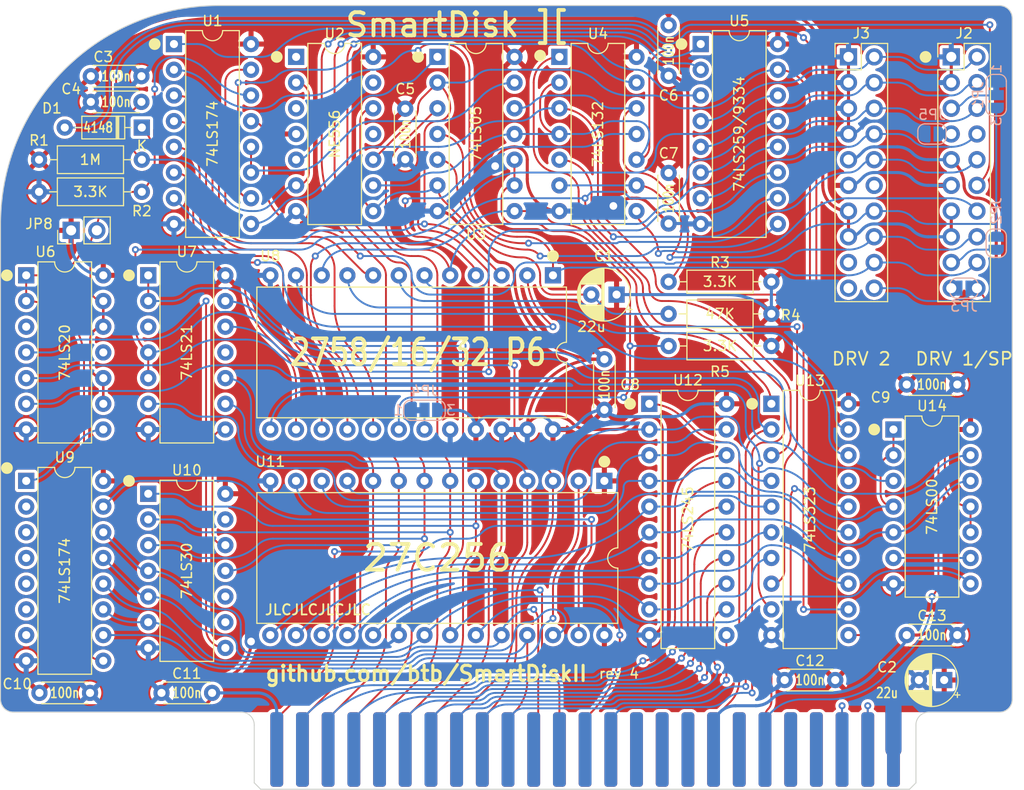
<source format=kicad_pcb>
(kicad_pcb (version 20221018) (generator pcbnew)
  (title_block (date "2023-10-19") (rev "4"))
  (layers (0 "F.Cu" signal) (31 "B.Cu" signal) (34 "B.Paste" user) (35 "F.Paste" user) (36 "B.SilkS" user "B.Silkscreen") (37 "F.SilkS" user "F.Silkscreen") (38 "B.Mask" user) (39 "F.Mask" user) (44 "Edge.Cuts" user))
  (net 0 "")
  (net 1 "GND")
  (net 2 "+5V")
  (net 3 "/WR DATA")
  (net 4 "/A0")
  (net 5 "/A1")
  (net 6 "/A2")
  (net 7 "/A3")
  (net 8 "/A4")
  (net 9 "/D0")
  (net 10 "/D1")
  (net 11 "/D2")
  (net 12 "/D3")
  (net 13 "/D7")
  (net 14 "/D6")
  (net 15 "/D5")
  (net 16 "/D4")
  (net 17 "/A7")
  (net 18 "/A6")
  (net 19 "/A5")
  (net 20 "+12V")
  (net 21 "-12V")
  (net 22 "/~{ENROM}")
  (net 23 "/~{DEVSEL}")
  (net 24 "/~{ENBUF}")
  (net 25 "/WR REQ")
  (net 26 "/~{ENBL 2}")
  (net 27 "/RD DATA")
  (net 28 "/W PROT")
  (net 29 "/~{ENBL 1}")
  (net 30 "/Q3")
  (net 31 "/A12")
  (net 32 "/A13")
  (net 33 "/A14")
  (net 34 "/~{RES}")
  (net 35 "/ENCOMMON")
  (net 36 "/~{HISTROBE}")
  (net 37 "/SEL")
  (net 38 "/CLRCOMMON")
  (net 39 "/~{IOSTROBE}")
  (net 40 "/IOSTROBE")
  (net 41 "/~{IOSEL}")
  (net 42 "/R0")
  (net 43 "/R1")
  (net 44 "/R2")
  (net 45 "/R3")
  (net 46 "/R4")
  (net 47 "/R5")
  (net 48 "/R6")
  (net 49 "/R7")
  (net 50 "/A10")
  (net 51 "/A11")
  (net 52 "/A9")
  (net 53 "/A8")
  (net 54 "/PHASE0")
  (net 55 "/PHASE1")
  (net 56 "/PHASE2")
  (net 57 "/PHASE3")
  (net 58 "/R{slash}W")
  (net 62 "Net-(J2-Pin_7)")
  (net 63 "Net-(R3-Pad2)")
  (net 64 "Net-(U13-S0)")
  (net 65 "Net-(U9-~{Mr})")
  (net 66 "Net-(U10-Pad12)")
  (net 67 "Net-(U13-SR)")
  (net 68 "Net-(U13-DS7)")
  (net 69 "Net-(U13-S1)")
  (net 70 "Net-(U13-Q0)")
  (net 71 "Net-(U11-A14)")
  (net 72 "Net-(U11-A13)")
  (net 73 "Net-(U11-A12)")
  (net 81 "Net-(U14-Pad6)")
  (net 99 "Net-(U8-~{CE})")
  (net 100 "Net-(U8-A4)")
  (net 101 "Net-(U5-Q7)")
  (net 102 "Net-(U5-Q6)")
  (net 103 "Net-(U5-Q5)")
  (net 104 "Net-(U5-Q4)")
  (net 105 "Net-(U2B-THR)")
  (net 106 "Net-(U2A-THR)")
  (net 107 "Net-(U2A-Q)")
  (net 108 "Net-(U1-~{Mr})")
  (net 109 "Net-(U1-Q5)")
  (net 110 "Net-(U1-Q3)")
  (net 111 "Net-(U1-Q2)")
  (net 112 "Net-(U1-Q1)")
  (net 113 "Net-(U1-D5)")
  (net 114 "Net-(U1-D3)")
  (net 115 "Net-(U1-D2)")
  (net 116 "Net-(U1-D1)")
  (net 117 "Net-(U1-D0)")
  (net 118 "Net-(U1-Cp)")
  (net 119 "Net-(JP4-C)")
  (net 120 "Net-(J2-Pin_5)")
  (net 121 "Net-(J2-Pin_19)")
  (net 122 "Net-(J2-Pin_17)")
  (net 123 "Net-(J1-Pin_24)")
  (net 124 "Net-(J1-Pin_23)")
  (net 125 "Net-(D1-K)")
  (footprint "Package_DIP:DIP-14_W7.62mm" (layer "F.Cu") (at 199.39 105.41)
    (fp_text reference "U14")
    (fp_text value "74LS00")
  )
  (footprint "Resistor_THT:R_Axial_DIN0207_L6.3mm_D2.5mm_P10.16mm_Horizontal" (layer "F.Cu") (at 125.095 81.915 180)
    (fp_text reference "R2")
    (fp_text value "3.3K")
  )
  (footprint "Resistor_THT:R_Axial_DIN0207_L6.3mm_D2.5mm_P10.16mm_Horizontal" (layer "F.Cu") (at 187.325 90.805 180)
    (fp_text reference "R3")
    (fp_text value "3.3K")
  )
  (footprint "Capacitor_THT:C_Disc_D4.3mm_W1.9mm_P5.00mm" (layer "F.Cu") (at 125.055 73.025 180)
    (fp_text reference "C4")
    (fp_text value "100n")
  )
  (footprint "Resistor_THT:R_Axial_DIN0207_L6.3mm_D2.5mm_P10.16mm_Horizontal" (layer "F.Cu") (at 114.935 78.74)
    (fp_text reference "R1")
    (fp_text value "1M")
  )
  (footprint "Capacitor_THT:C_Disc_D4.3mm_W1.9mm_P5.00mm" (layer "F.Cu") (at 205.7 125.73 180)
    (fp_text reference "C13")
    (fp_text value "100n")
  )
  (footprint "Capacitor_THT:C_Disc_D4.3mm_W1.9mm_P5.00mm" (layer "F.Cu") (at 177.165 65.445 -90)
    (fp_text reference "C6")
    (fp_text value "100n")
  )
  (footprint "Apple2:Apple II Expansion Edge Connector" (layer "F.Cu") (at 152.4 132.09)
    (fp_text reference "J1")
    (fp_text value "Apple II Expansion Slot" hide)
  )
  (footprint "Capacitor_THT:C_Disc_D4.3mm_W1.9mm_P5.00mm" (layer "F.Cu") (at 170.815 103.465 90)
    (fp_text reference "C8")
    (fp_text value "100n")
  )
  (footprint "Connector_PinHeader_2.54mm:PinHeader_1x02_P2.54mm_Vertical" (layer "F.Cu") (at 118.105 85.725 90)
    (fp_text reference "JP8")
    (fp_text value "DiskII Mode")
  )
  (footprint "Package_DIP:DIP-16_W7.62mm" (layer "F.Cu") (at 180.34 67.31)
    (fp_text reference "U5")
    (fp_text value "74LS259/9334")
  )
  (footprint "Package_DIP:DIP-14_W7.62mm" (layer "F.Cu") (at 140.345 68.58)
    (fp_text reference "U2")
    (fp_text value "NE556")
  )
  (footprint "Package_DIP:DIP-16_W7.62mm" (layer "F.Cu") (at 113.665 110.49)
    (fp_text reference "U9")
    (fp_text value "74LS174")
  )
  (footprint "Capacitor_THT:C_Disc_D4.3mm_W1.9mm_P5.00mm" (layer "F.Cu") (at 114.975 131.445)
    (fp_text reference "C10")
    (fp_text value "100n")
  )
  (footprint "Package_DIP:DIP-20_W7.62mm" (layer "F.Cu") (at 175.26 102.87)
    (fp_text reference "U12")
    (fp_text value "74LS245")
  )
  (footprint "Capacitor_THT:C_Disc_D4.3mm_W1.9mm_P5.00mm" (layer "F.Cu") (at 177.165 80.05 -90)
    (fp_text reference "C7")
    (fp_text value "100n")
  )
  (footprint "Capacitor_THT:C_Disc_D4.3mm_W1.9mm_P5.00mm" (layer "F.Cu") (at 193.635 130.175 180)
    (fp_text reference "C12")
    (fp_text value "100n")
  )
  (footprint "Resistor_THT:R_Axial_DIN0207_L6.3mm_D2.5mm_P10.16mm_Horizontal" (layer "F.Cu") (at 177.165 93.98)
    (fp_text reference "R4")
    (fp_text value "47K")
  )
  (footprint "Resistor_THT:R_Axial_DIN0207_L6.3mm_D2.5mm_P10.16mm_Horizontal" (layer "F.Cu") (at 187.325 97.155 180)
    (fp_text reference "R5")
    (fp_text value "3.3K")
  )
  (footprint "MyConnector:PinHeader_2x10_P2.54mm_Vertical_Shrouded" (layer "F.Cu") (at 205.105 68.58)
    (fp_text reference "J2")
    (fp_text value "DRV 1/SP")
  )
  (footprint "Package_DIP:DIP-14_W7.62mm" (layer "F.Cu") (at 113.665 90.17)
    (fp_text reference "U6")
    (fp_text value "74LS20")
  )
  (footprint "Package_DIP:DIP-14_W7.62mm" (layer "F.Cu") (at 166.37 68.58)
    (fp_text reference "U4")
    (fp_text value "74LS132")
  )
  (footprint "Package_DIP:DIP-20_W7.62mm" (layer "F.Cu") (at 187.325 102.87)
    (fp_text reference "U13")
    (fp_text value "74LS323")
  )
  (footprint "Package_DIP:DIP-24_W15.24mm" (layer "F.Cu") (at 165.735 90.17 -90)
    (fp_text reference "U8")
    (fp_text value "2758/16/32 P6")
  )
  (footprint "Capacitor_THT:C_Disc_D4.3mm_W1.9mm_P5.00mm" (layer "F.Cu") (at 200.7 100.965)
    (fp_text reference "C9")
    (fp_text value "100n")
  )
  (footprint "Package_DIP:DIP-14_W7.62mm" (layer "F.Cu") (at 125.73 111.76)
    (fp_text reference "U10")
    (fp_text value "74LS30")
  )
  (footprint "Package_DIP:DIP-14_W7.62mm" (layer "F.Cu") (at 125.73 90.17)
    (fp_text reference "U7")
    (fp_text value "74LS21")
  )
  (footprint "Diode_THT:D_DO-35_SOD27_P7.62mm_Horizontal" (layer "F.Cu") (at 125.095 75.565 180)
    (fp_text reference "D1")
    (fp_text value "4148")
  )
  (footprint "Capacitor_THT:C_Disc_D4.3mm_W1.9mm_P5.00mm" (layer "F.Cu") (at 151.13 73.7 -90)
    (fp_text reference "C5")
    (fp_text value "100n")
  )
  (footprint "Capacitor_THT:CP_Radial_D5.0mm_P2.50mm" (layer "F.Cu") (at 204.405113 130.175 180)
    (fp_text reference "C2")
    (fp_text value "22u")
  )
  (footprint "Capacitor_THT:C_Disc_D4.3mm_W1.9mm_P5.00mm" (layer "F.Cu") (at 132.04 131.445 180)
    (fp_text reference "C11")
    (fp_text value "100n")
  )
  (footprint "MyConnector:PinHeader_2x10_P2.54mm_Vertical_Shrouded" (layer "F.Cu") (at 194.945 68.58)
    (fp_text reference "J3")
    (fp_text value "DRV 2")
  )
  (footprint "Package_DIP:DIP-16_W7.62mm" (layer "F.Cu") (at 128.27 67.31)
    (fp_text reference "U1")
    (fp_text value "74LS174")
  )
  (footprint "Capacitor_THT:CP_Radial_D5.0mm_P2.50mm" (layer "F.Cu") (at 172.020113 92.075 180)
    (fp_text reference "C1")
    (fp_text value "22u")
  )
  (footprint "Package_DIP:DIP-28_W15.24mm" (layer "F.Cu") (at 170.815 110.49 -90)
    (fp_text reference "U11")
    (fp_text value "27C256")
  )
  (footprint "Package_DIP:DIP-14_W7.62mm" (layer "F.Cu") (at 154.315 68.58)
    (fp_text reference "U3")
    (fp_text value "74LS05")
  )
  (footprint "Capacitor_THT:C_Disc_D4.3mm_W1.9mm_P5.00mm" (layer "F.Cu") (at 120.055 70.485)
    (fp_text reference "C3")
    (fp_text value "100n")
  )
  (footprint "Jumper:SolderJumper-2_P1.3mm_Open_RoundedPad1.0x1.5mm" (layer "B.Cu") (at 209.55 86.995 -90)
    (fp_text reference "JP2")
    (fp_text value "~" hide)
  )
  (footprint "Jumper:SolderJumper-3_P1.3mm_Bridged12_RoundedPad1.0x1.5mm_NumberLabels" (layer "B.Cu") (at 209.55 72.36 -90)
    (fp_text reference "JP1")
    (fp_text value "~")
  )
  (footprint "Jumper:SolderJumper-2_P1.3mm_Open_RoundedPad1.0x1.5mm" (layer "B.Cu") (at 203.2 76.2)
    (fp_text reference "JP5")
    (fp_text value "~")
  )
  (footprint "Jumper:SolderJumper-2_P1.3mm_Open_RoundedPad1.0x1.5mm" (layer "B.Cu") (at 206.36 91.44)
    (fp_text reference "JP3")
    (fp_text value "~")
  )
  (footprint "Jumper:SolderJumper-3_P1.3mm_Bridged12_RoundedPad1.0x1.5mm_NumberLabels" (layer "B.Cu") (at 153.035 103.505)
    (fp_text reference "JP4")
    (fp_text value "2758A/B")
  )
  (gr_circle (center 173.355 102.87) (end 173.863 102.87) (stroke (width 0.15)) (fill solid) (layer "F.SilkS"))
  (gr_circle (center 123.825 110.49) (end 124.333 110.49) (stroke (width 0.15)) (fill solid) (layer "F.SilkS"))
  (gr_circle (center 126.365 67.31) (end 126.873 67.31) (stroke (width 0.15)) (fill solid) (layer "F.SilkS"))
  (gr_circle (center 123.825 90.17) (end 124.333 90.17) (stroke (width 0.15)) (fill solid) (layer "F.SilkS"))
  (gr_circle (center 138.43 68.58) (end 138.938 68.58) (stroke (width 0.15)) (fill solid) (layer "F.SilkS"))
  (gr_circle (center 178.435 67.31) (end 178.943 67.31) (stroke (width 0.15)) (fill solid) (layer "F.SilkS"))
  (gr_circle (center 185.42 102.87) (end 185.928 102.87) (stroke (width 0.15)) (fill solid) (layer "F.SilkS"))
  (gr_circle (center 152.4 68.58) (end 152.908 68.58) (stroke (width 0.15)) (fill solid) (layer "F.SilkS"))
  (gr_circle (center 111.76 109.22) (end 112.268 109.22) (stroke (width 0.15)) (fill solid) (layer "F.SilkS"))
  (gr_circle (center 197.485 105.41) (end 197.993 105.41) (stroke (width 0.15)) (fill solid) (layer "F.SilkS"))
  (gr_circle (center 170.815 108.585) (end 171.323 108.585) (stroke (width 0.15)) (fill solid) (layer "F.SilkS"))
  (gr_circle (center 111.76 90.17) (end 112.268 90.17) (stroke (width 0.15)) (fill solid) (layer "F.SilkS"))
  (gr_circle (center 164.465 68.453) (end 164.973 68.453) (stroke (width 0.15)) (fill solid) (layer "F.SilkS"))
  (gr_circle (center 202.565 68.58) (end 203.073 68.58) (stroke (width 0.15)) (fill solid) (layer "F.SilkS"))
  (gr_circle (center 165.735 88.265) (end 166.243 88.265) (stroke (width 0.15)) (fill solid) (layer "F.SilkS"))
  (gr_line (start 211.1375 132.08) (end 211.1375 64.77) (stroke (width 0.1)) (layer "Edge.Cuts"))
  (gr_line (start 136.2075 140.335) (end 136.8425 140.97) (stroke (width 0.1)) (layer "Edge.Cuts"))
  (gr_arc (start 111.125 85.09) (mid 117.448565 69.823565) (end 132.715 63.5) (stroke (width 0.1)) (layer "Edge.Cuts"))
  (gr_line (start 111.125 132.08) (end 111.125 85.09) (stroke (width 0.1)) (layer "Edge.Cuts"))
  (gr_arc (start 112.395 133.35) (mid 111.496974 132.978026) (end 111.125 132.08) (stroke (width 0.1)) (layer "Edge.Cuts"))
  (gr_line (start 201.6125 134.62) (end 201.6125 140.335) (stroke (width 0.1)) (layer "Edge.Cuts"))
  (gr_arc (start 201.6125 134.62) (mid 201.984474 133.721974) (end 202.8825 133.35) (stroke (width 0.1)) (layer "Edge.Cuts"))
  (gr_line (start 112.395 133.35) (end 134.9375 133.35) (stroke (width 0.1)) (layer "Edge.Cuts"))
  (gr_line (start 209.8675 63.5) (end 132.715 63.5) (stroke (width 0.1)) (layer "Edge.Cuts"))
  (gr_arc (start 211.1375 132.08) (mid 210.765526 132.978026) (end 209.8675 133.35) (stroke (width 0.1)) (layer "Edge.Cuts"))
  (gr_line (start 201.6125 140.335) (end 200.9775 140.97) (stroke (width 0.1)) (layer "Edge.Cuts"))
  (gr_line (start 200.9775 140.97) (end 136.8425 140.97) (stroke (width 0.1)) (layer "Edge.Cuts"))
  (gr_line (start 202.8825 133.35) (end 209.8675 133.35) (stroke (width 0.1)) (layer "Edge.Cuts"))
  (gr_arc (start 134.9375 133.35) (mid 135.835526 133.721974) (end 136.2075 134.62) (stroke (width 0.1)) (layer "Edge.Cuts"))
  (gr_arc (start 209.8675 63.5) (mid 210.765526 63.871974) (end 211.1375 64.77) (stroke (width 0.1)) (layer "Edge.Cuts"))
  (gr_line (start 136.2075 134.62) (end 136.2075 140.335) (stroke (width 0.1)) (layer "Edge.Cuts"))
  (gr_text "rev ${REVISION}" (at 170.18 129.54) (layer "F.SilkS") (effects (font (size 1 1)) (justify left)))
  (gr_text "github.com/btb/SmartDiskII" (at 137.16 129.54) (layer "F.SilkS") (effects (font (size 1.5 1.5) (thickness 0.3)) (justify left)))
  (gr_text "SmartDisk ][" (at 156.21 65.405) (layer "F.SilkS") (effects (font (size 2.286 2.286) (thickness 0.381) bold)))
  (gr_text "JLCJLCJLCJLC" (at 137.16 123.825) (layer "F.SilkS") (effects (font (size 1.016 1.016) (thickness 0.1778) bold) (justify left bottom)))
  (segment (start 176.53 124.46) (end 176.53 105.41) (width 0.3048) (layer "F.Cu") (net 1))
  (segment (start 173.99 82.55) (end 173.54363 82.55) (width 0.3048) (layer "F.Cu") (net 1))
  (segment (start 179.07 82.55) (end 179.07 72.35) (width 0.3048) (layer "F.Cu") (net 1))
  (segment (start 177.165 85.05) (end 175.142298 83.027298) (width 0.3048) (layer "F.Cu") (net 1))
  (segment (start 170.22 98.465) (end 170.815 98.465) (width 0.3048) (layer "F.Cu") (net 1))
  (segment (start 180.34 85.09) (end 179.968026 84.718026) (width 0.3048) (layer "F.Cu") (net 1))
  (segment (start 170.14 98.465) (end 170.815 98.465) (width 0.3048) (layer "F.Cu") (net 1))
  (segment (start 163.195 80.645) (end 163.195 78.74) (width 0.3048) (layer "F.Cu") (net 1))
  (segment (start 166.106975 104.14) (end 164.465 104.14) (width 0.3048) (layer "F.Cu") (net 1))
  (segment (start 194.945 71.12) (end 194.945 68.58) (width 0.3048) (layer "F.Cu") (net 1))
  (segment (start 128.31 130.175) (end 132.08 130.175) (width 0.3048) (layer "F.Cu") (net 1))
  (segment (start 194.945 73.66) (end 194.945 71.12) (width 0.3048) (layer "F.Cu") (net 1))
  (segment (start 155.815547 84.441547) (end 160.004592 88.630592) (width 0.3048) (layer "F.Cu") (net 1))
  (segment (start 175.26 104.14) (end 174.888025 104.14) (width 0.3048) (layer "F.Cu") (net 1))
  (segment (start 194.945 73.66) (end 194.945 76.2) (width 0.3048) (layer "F.Cu") (net 1))
  (segment (start 171.821975 105.41) (end 169.173025 105.41) (width 0.3048) (layer "F.Cu") (net 1))
  (segment (start 205.105 68.58) (end 205.105 71.12) (width 0.3048) (layer "F.Cu") (net 1))
  (via (at 171.704 83.312) (size 1.27) (drill 0.762) (layers "F.Cu" "B.Cu") (net 1))
  (via (at 160.02 79.375) (size 1.27) (drill 0.762) (layers "F.Cu" "B.Cu") (net 1))
  (via (at 135.89 126.365) (size 1.27) (drill 0.762) (layers "F.Cu" "B.Cu") (net 1))
  (arc (start 169.173025 105.41) (mid 168.343358 105.244969) (end 167.64 104.775) (width 0.3048) (layer "F.Cu") (net 1))
  (arc (start 174.888025 104.14) (mid 174.058358 104.305031) (end 173.355 104.775) (width 0.3048) (layer "F.Cu") (net 1))
  (arc (start 175.26 125.73) (mid 176.158026 125.358026) (end 176.53 124.46) (width 0.3048) (layer "F.Cu") (net 1))
  (arc (start 179.968026 84.718026) (mid 179.303389 83.723328) (end 179.07 82.55) (width 0.3048) (layer "F.Cu") (net 1))
  (arc (start 161.925 90.17) (mid 164.354549 96.035451) (end 170.22 98.465) (width 0.3048) (layer "F.Cu") (net 1))
  (arc (start 164.465 104.14) (mid 163.566974 104.511974) (end 163.195 105.41) (width 0.3048) (layer "F.Cu") (net 1))
  (arc (start 160.655 88.9) (mid 161.553026 89.271974) (end 161.925 90.17) (width 0.3048) (layer "F.Cu") (net 1))
  (arc (start 166.37 83.82) (mid 164.124936 82.890064) (end 163.195 80.645) (width 0.3048) (layer "F.Cu") (net 1))
  (arc (start 161.925 77.47) (mid 160.577962 78.027962) (end 160.02 79.375) (width 0.3048) (layer "F.Cu") (net 1))
  (arc (start 160.004592 88.630592) (mid 160.303001 88.829983) (end 160.655 88.9) (width 0.3048) (layer "F.Cu") (net 1))
  (arc (start 127.04 131.445) (mid 127.411974 130.546974) (end 128.31 130.175) (width 0.3048) (layer "F.Cu") (net 1))
  (arc (start 173.54363 82.55) (mid 172.54803 82.748037) (end 171.704 83.312) (width 0.3048) (layer "F.Cu") (net 1))
  (arc (start 173.355 104.775) (mid 172.651643 105.244968) (end 171.821975 105.41) (width 0.3048) (layer "F.Cu") (net 1))
  (arc (start 132.08 130.175) (mid 134.774077 129.059077) (end 135.89 126.365) (width 0.3048) (layer "F.Cu") (net 1))
  (arc (start 163.195 78.74) (mid 162.823026 77.841974) (end 161.925 77.47) (width 0.3048) (layer "F.Cu") (net 1))
  (arc (start 175.142298 83.027298) (mid 174.61362 82.674046) (end 173.99 82.55) (width 0.3048) (layer "F.Cu") (net 1))
  (arc (start 179.07 72.35) (mid 178.512038 71.002962) (end 177.165 70.445) (width 0.3048) (layer "F.Cu") (net 1))
  (arc (start 163.195 105.41) (mid 165.229143 100.499143) (end 170.14 98.465) (width 0.3048) (layer "F.Cu") (net 1))
  (arc (start 176.53 105.41) (mid 176.158026 104.511974) (end 175.26 104.14) (width 0.3048) (layer "F.Cu") (net 1))
  (arc (start 154.315 83.82) (mid 155.12709 83.981535) (end 155.815547 84.441547) (width 0.3048) (layer "F.Cu") (net 1))
  (arc (start 167.64 104.775) (mid 166.936643 104.305031) (end 166.106975 104.14) (width 0.3048) (layer "F.Cu") (net 1))
  (segment (start 201.491594 75.761594) (end 201.295 75.565) (width 0.3048) (layer "B.Cu") (net 1))
  (segment (start 199.39 133.35) (end 199.39 132.715) (width 1.6) (layer "B.Cu") (net 1))
  (segment (start 150.495 125.73) (end 150.123026 126.101974) (width 0.3048) (layer "B.Cu") (net 1))
  (segment (start 196.400987 75.379013) (end 196.029013 75.750987) (width 0.3048) (layer "B.Cu") (net 1))
  (segment (start 177.165 85.05) (end 180.3 85.05) (width 0.3048) (layer "B.Cu") (net 1))
  (segment (start 147.955 127) (end 137.423025 127) (width 0.3048) (layer "B.Cu") (net 1))
  (segment (start 199.761975 74.93) (end 197.485 74.93) (width 0.3048) (layer "B.Cu") (net 1))
  (segment (start 155.381941 83.378058) (end 158.75 80.01) (width 0.3048) (layer "B.Cu") (net 1))
  (segment (start 158.75 80.01) (end 158.935987 79.824013) (width 0.3048) (layer "B.Cu") (net 1))
  (segment (start 199.39 137.043) (end 199.39 133.35) (width 1.6) (layer "B.Cu") (net 1))
  (arc (start 137.423025 127) (mid 136.593358 126.834969) (end 135.89 126.365) (width 0.3048) (layer "B.Cu") (net 1))
  (arc (start 154.315 83.82) (mid 154.892425 83.705143) (end 155.381941 83.378058) (width 0.3048) (layer "B.Cu") (net 1))
  (arc (start 201.295 75.565) (mid 200.591643 75.095031) (end 199.761975 74.93) (width 0.3048) (layer "B.Cu") (net 1))
  (arc (start 202.55 76.2) (mid 201.977195 76.086062) (end 201.491594 75.761594) (width 0.3048) (layer "B.Cu") (net 1))
  (arc (start 197.485 74.93) (mid 196.898336 75.046695) (end 196.400987 75.379013) (width 0.3048) (layer "B.Cu") (net 1))
  (arc (start 180.3 85.05) (mid 180.328284 85.061716) (end 180.34 85.09) (width 0.3048) (layer "B.Cu") (net 1))
  (arc (start 196.029013 75.750987) (mid 195.531664 76.083305) (end 194.945 76.2) (width 0.3048) (layer "B.Cu") (net 1))
  (arc (start 158.935987 79.824013) (mid 159.433336 79.491695) (end 160.02 79.375) (width 0.3048) (layer "B.Cu") (net 1))
  (arc (start 150.123026 126.101974) (mid 149.128328 126.766611) (end 147.955 127) (width 0.3048) (layer "B.Cu") (net 1))
  (segment (start 199.39 133.35) (end 199.39 137.043) (width 1.6) (layer "F.Cu") (net 2))
  (segment (start 199.39 133.35) (end 199.39 132.715) (width 1.6) (layer "F.Cu") (net 2))
  (segment (start 187.325 93.98) (end 187.325 90.805) (width 0.3048) (layer "B.Cu") (net 2))
  (segment (start 202.828025 81.28) (end 205.105 81.28) (width 0.3048) (layer "B.Cu") (net 2))
  (segment (start 118.105 86.99) (end 118.105 85.725) (width 0.3048) (layer "B.Cu") (net 2))
  (segment (start 172.020113 92.075) (end 183.032529 92.075) (width 0.3048) (layer "B.Cu") (net 2))
  (segment (start 197.485 80.01) (end 199.761975 80.01) (width 0.3048) (layer "B.Cu") (net 2))
  (segment (start 164.465 104.14) (end 159.385 104.14) (width 0.3048) (layer "B.Cu") (net 2))
  (segment (start 168.275 104.775) (end 168.715258 104.334742) (width 0.3048) (layer "B.Cu") (net 2))
  (segment (start 196.029013 80.830987) (end 196.400987 80.459013) (width 0.3048) (layer "B.Cu") (net 2))
  (segment (start 180.603025 102.87) (end 182.88 102.87) (width 0.3048) (layer "B.Cu") (net 2))
  (segment (start 165.735 105.41) (end 166.741975 105.41) (width 0.3048) (layer "B.Cu") (net 2))
  (segment (start 172.444594 104.14) (end 177.536975 104.14) (width 0.3048) (layer "B.Cu") (net 2))
  (segment (start 154.335 103.505) (end 156.21 103.505) (width 0.3048) (layer "B.Cu") (net 2))
  (arc (start 194.945 81.28) (mid 195.531664 81.163305) (end 196.029013 80.830987) (width 0.3048) (layer "B.Cu") (net 2))
  (arc (start 166.741975 105.41) (mid 167.571642 105.244969) (end 168.275 104.775) (width 0.3048) (layer "B.Cu") (net 2))
  (arc (start 168.715258 104.334742) (mid 169.678627 103.691039) (end 170.815 103.465) (width 0.3048) (layer "B.Cu") (net 2))
  (arc (start 196.400987 80.459013) (mid 196.898336 80.126695) (end 197.485 80.01) (width 0.3048) (layer "B.Cu") (net 2))
  (arc (start 121.285 90.17) (mid 119.0364 89.2386) (end 118.105 86.99) (width 0.3048) (layer "B.Cu") (net 2))
  (arc (start 170.815 103.465) (mid 171.562664 103.964574) (end 172.444594 104.14) (width 0.3048) (layer "B.Cu") (net 2))
  (arc (start 179.07 103.505) (mid 179.773357 103.035032) (end 180.603025 102.87) (width 0.3048) (layer "B.Cu") (net 2))
  (arc (start 199.761975 80.01) (mid 200.591642 80.175031) (end 201.295 80.645) (width 0.3048) (layer "B.Cu") (net 2))
  (arc (start 156.21 103.505) (mid 157.557038 104.062962) (end 158.115 105.41) (width 0.3048) (layer "B.Cu") (net 2))
  (arc (start 201.295 80.645) (mid 201.998357 81.114969) (end 202.828025 81.28) (width 0.3048) (layer "B.Cu") (net 2))
  (arc (start 159.385 104.14) (mid 158.486974 104.511974) (end 158.115 105.41) (width 0.3048) (layer "B.Cu") (net 2))
  (arc (start 177.536975 104.14) (mid 178.366642 103.974969) (end 179.07 103.505) (width 0.3048) (layer "B.Cu") (net 2))
  (arc (start 165.735 105.41) (mid 165.363026 104.511974) (end 164.465 104.14) (width 0.3048) (layer "B.Cu") (net 2))
  (arc (start 183.032529 92.075) (mid 185.355597 92.537087) (end 187.325 93.853) (width 0.3048) (layer "B.Cu") (net 2))
  (segment (start 152.4 67.945) (end 152.585987 67.759013) (width 0.18796) (layer "F.Cu") (net 3))
  (segment (start 162.179 86.36) (end 163.068 86.36) (width 0.18796) (layer "F.Cu") (net 3))
  (segment (start 153.67 67.31) (end 154.94 67.31) (width 0.18796) (layer "F.Cu") (net 3))
  (segment (start 157.48 69.85) (end 157.48 81.661) (width 0.18796) (layer "F.Cu") (net 3))
  (segment (start 165.735 89.027) (end 165.735 90.17) (width 0.18796) (layer "F.Cu") (net 3))
  (via (at 152.4 67.945) (size 0.6858) (drill 0.3302) (layers "F.Cu" "B.Cu") (net 3))
  (arc (start 152.585987 67.759013) (mid 153.083336 67.426695) (end 153.67 67.31) (width 0.18796) (layer "F.Cu") (net 3))
  (arc (start 157.48 81.661) (mid 158.856305 84.983695) (end 162.179 86.36) (width 0.18796) (layer "F.Cu") (net 3))
  (arc (start 154.94 67.31) (mid 156.736051 68.053949) (end 157.48 69.85) (width 0.18796) (layer "F.Cu") (net 3))
  (arc (start 163.068 86.36) (mid 164.953854 87.141146) (end 165.735 89.027) (width 0.18796) (layer "F.Cu") (net 3))
  (segment (start 152.028025 67.945) (end 152.4 67.945) (width 0.18796) (layer "B.Cu") (net 3))
  (segment (start 132.637961 72.312962) (end 132.08 71.755) (width 0.18796) (layer "B.Cu") (net 3))
  (segment (start 194.945 90.17) (end 189.799629 90.17) (width 0.18796) (layer "B.Cu") (net 3))
  (segment (start 202.828025 90.17) (end 205.105 90.17) (width 0.18796) (layer "B.Cu") (net 3))
  (segment (start 150.123025 68.951974) (end 150.495 68.58) (width 0.18796) (layer "B.Cu") (net 3))
  (segment (start 197.485 88.9) (end 199.761975 88.9) (width 0.18796) (layer "B.Cu") (net 3))
  (segment (start 132.08 71.755) (end 131.522039 71.197039) (width 0.18796) (layer "B.Cu") (net 3))
  (segment (start 136.896975 73.66) (end 135.89 73.66) (width 0.18796) (layer "B.Cu") (net 3))
  (segment (start 207.273025 89.271974) (end 207.645 88.9) (width 0.18796) (layer "B.Cu") (net 3))
  (segment (start 197.485 88.9) (end 197.113025 89.271974) (width 0.18796) (layer "B.Cu") (net 3))
  (segment (start 147.955 69.85) (end 147.846051 69.85) (width 0.18796) (layer "B.Cu") (net 3))
  (segment (start 141.713949 72.39) (end 139.963025 72.39) (width 0.18796) (layer "B.Cu") (net 3))
  (segment (start 187.959999 89.408) (end 167.57463 89.408) (width 0.18796) (layer "B.Cu") (net 3))
  (arc (start 147.846051 69.85) (mid 146.186715 70.180063) (end 144.78 71.12) (width 0.18796) (layer "B.Cu") (net 3))
  (arc (start 138.43 73.025) (mid 137.726643 73.494968) (end 136.896975 73.66) (width 0.18796) (layer "B.Cu") (net 3))
  (arc (start 167.57463 89.408) (mid 166.57903 89.606037) (end 165.735 90.17) (width 0.18796) (layer "B.Cu") (net 3))
  (arc (start 197.113025 89.271974) (mid 196.118327 89.936611) (end 194.945 90.17) (width 0.18796) (layer "B.Cu") (net 3))
  (arc (start 199.761975 88.9) (mid 200.591642 89.065031) (end 201.295 89.535) (width 0.18796) (layer "B.Cu") (net 3))
  (arc (start 188.827211 89.767211) (mid 188.42933 89.501356) (end 187.959999 89.408) (width 0.18796) (layer "B.Cu") (net 3))
  (arc (start 147.955 69.85) (mid 149.128327 69.616611) (end 150.123025 68.951974) (width 0.18796) (layer "B.Cu") (net 3))
  (arc (start 135.89 73.66) (mid 134.130009 73.309916) (end 132.637961 72.312962) (width 0.18796) (layer "B.Cu") (net 3))
  (arc (start 201.295 89.535) (mid 201.998357 90.004969) (end 202.828025 90.17) (width 0.18796) (layer "B.Cu") (net 3))
  (arc (start 139.963025 72.39) (mid 139.133358 72.555031) (end 138.43 73.025) (width 0.18796) (layer "B.Cu") (net 3))
  (arc (start 150.495 68.58) (mid 151.198357 68.110032) (end 152.028025 67.945) (width 0.18796) (layer "B.Cu") (net 3))
  (arc (start 144.78 71.12) (mid 143.373283 72.059938) (end 141.713949 72.39) (width 0.18796) (layer "B.Cu") (net 3))
  (arc (start 189.799629 90.17) (mid 189.273361 90.065318) (end 188.827211 89.767211) (width 0.18796) (layer "B.Cu") (net 3))
  (arc (start 131.522039 71.197039) (mid 130.029992 70.200084) (end 128.27 69.85) (width 0.18796) (layer "B.Cu") (net 3))
  (arc (start 205.105 90.17) (mid 206.278327 89.936611) (end 207.273025 89.271974) (width 0.18796) (layer "B.Cu") (net 3))
  (segment (start 168.91 82.658949) (end 168.91 82.55) (width 0.18796) (layer "F.Cu") (net 4))
  (segment (start 174.810987 90.355987) (end 170.18 85.725) (width 0.18796) (layer "F.Cu") (net 4))
  (segment (start 188.331974 100.066975) (end 185.42 97.155) (width 0.18796) (layer "F.Cu") (net 4))
  (segment (start 177.165 92.71) (end 176.53 92.71) (width 0.18796) (layer "F.Cu") (net 4))
  (segment (start 141.605 133.35) (end 144.888948 130.066052) (width 0.18796) (layer "F.Cu") (net 4))
  (segment (start 146.685 125.73) (end 146.685 119.643025) (width 0.18796) (layer "F.Cu") (net 4))
  (segment (start 189.23 106.045) (end 189.23 102.235) (width 0.18796) (layer "F.Cu") (net 4))
  (segment (start 141.80322 92.136443) (end 141.80322 89.31948) (width 0.18796) (layer "F.Cu") (net 4))
  (segment (start 185.42 97.155) (end 183.669077 95.404077) (width 0.18796) (layer "F.Cu") (net 4))
  (segment (start 147.955 116.576975) (end 147.955 110.49) (width 0.18796) (layer "F.Cu") (net 4))
  (segment (start 140.97 137.043) (end 140.97 134.883025) (width 0.18796) (layer "F.Cu") (net 4))
  (segment (start 146.685 106.416975) (end 146.685 103.922102) (width 0.18796) (layer "F.Cu") (net 4))
  (segment (start 147.955 110.49) (end 147.955 109.483025) (width 0.18796) (layer "F.Cu") (net 4))
  (via (at 142.24 88.265) (size 0.6858) (drill 0.3302) (layers "F.Cu" "B.Cu") (net 4))
  (via (at 168.91 82.55) (size 0.6858) (drill 0.3302) (layers "F.Cu" "B.Cu") (net 4))
  (arc (start 147.32 118.11) (mid 147.789969 117.406643) (end 147.955 116.576975) (width 0.18796) (layer "F.Cu") (net 4))
  (arc (start 187.325 107.95) (mid 188.672038 107.392038) (end 189.23 106.045) (width 0.18796) (layer "F.Cu") (net 4))
  (arc (start 140.97 134.883025) (mid 141.135031 134.053358) (end 141.605 133.35) (width 0.18796) (layer "F.Cu") (net 4))
  (arc (start 146.685 103.922102) (mid 146.024876 100.603433) (end 144.145 97.79) (width 0.18796) (layer "F.Cu") (net 4))
  (arc (start 141.80322 89.31948) (mid 141.916735 88.748799) (end 142.24 88.265) (width 0.18796) (layer "F.Cu") (net 4))
  (arc (start 144.145 97.79) (mid 142.411829 95.196126) (end 141.80322 92.136443) (width 0.18796) (layer "F.Cu") (net 4))
  (arc (start 147.955 109.483025) (mid 147.789969 108.653358) (end 147.32 107.95) (width 0.18796) (layer "F.Cu") (net 4))
  (arc (start 147.32 107.95) (mid 146.850032 107.246643) (end 146.685 106.416975) (width 0.18796) (layer "F.Cu") (net 4))
  (arc (start 183.669077 95.404077) (mid 180.684982 93.410168) (end 177.165 92.71) (width 0.18796) (layer "F.Cu") (net 4))
  (arc (start 189.23 102.235) (mid 188.996611 101.061673) (end 188.331974 100.066975) (width 0.18796) (layer "F.Cu") (net 4))
  (arc (start 176.53 92.71) (mid 175.631974 92.338026) (end 175.26 91.44) (width 0.18796) (layer "F.Cu") (net 4))
  (arc (start 170.18 85.725) (mid 169.240063 84.318285) (end 168.91 82.658949) (width 0.18796) (layer "F.Cu") (net 4))
  (arc (start 146.685 119.643025) (mid 146.850031 118.813358) (end 147.32 118.11) (width 0.18796) (layer "F.Cu") (net 4))
  (arc (start 144.888948 130.066052) (mid 146.218221 128.076654) (end 146.685 125.73) (width 0.18796) (layer "F.Cu") (net 4))
  (arc (start 175.26 91.44) (mid 175.143305 90.853336) (end 174.810987 90.355987) (width 0.18796) (layer "F.Cu") (net 4))
  (segment (start 183.592039 77.392961) (end 184.15 76.835) (width 0.18796) (layer "B.Cu") (net 4))
  (segment (start 169.545 81.915) (end 172.72 81.915) (width 0.18796) (layer "B.Cu") (net 4))
  (segment (start 168.91 82.55) (end 169.545 81.915) (width 0.18796) (layer "B.Cu") (net 4))
  (segment (start 173.355 82.55) (end 176.53 82.55) (width 0.18796) (layer "B.Cu") (net 4))
  (segment (start 184.15 76.835) (end 184.707961 76.277038) (width 0.18796) (layer "B.Cu") (net 4))
  (segment (start 156.953949 84.346051) (end 156.21 85.09) (width 0.18796) (layer "B.Cu") (net 4))
  (segment (start 151.610924 86.995) (end 145.306051 86.995) (width 0.18796) (layer "B.Cu") (net 4))
  (segment (start 172.72 81.915) (end 173.355 82.55) (width 0.18796) (layer "B.Cu") (net 4))
  (segment (start 168.91 82.55) (end 161.29 82.55) (width 0.18796) (layer "B.Cu") (net 4))
  (arc (start 180.34 78.74) (mid 182.099991 78.389915) (end 183.592039 77.392961) (width 0.18796) (layer "B.Cu") (net 4))
  (arc (start 184.707961 76.277038) (mid 186.200009 75.280084) (end 187.96 74.93) (width 0.18796) (layer "B.Cu") (net 4))
  (arc (start 179.07 80.01) (mid 179.441974 79.111974) (end 180.34 78.74) (width 0.18796) (layer "B.Cu") (net 4))
  (arc (start 156.21 85.09) (mid 154.099926 86.499906) (end 151.610924 86.995) (width 0.18796) (layer "B.Cu") (net 4))
  (arc (start 176.53 82.55) (mid 178.326051 81.806051) (end 179.07 80.01) (width 0.18796) (layer "B.Cu") (net 4))
  (arc (start 161.29 82.55) (mid 158.943346 83.016778) (end 156.953949 84.346051) (width 0.18796) (layer "B.Cu") (net 4))
  (arc (start 145.306051 86.995) (mid 143.646717 87.325062) (end 142.24 88.265) (width 0.18796) (layer "B.Cu") (net 4))
  (segment (start 149.225 106.416975) (end 149.225 90.17) (width 0.18796) (layer "F.Cu") (net 5))
  (segment (start 148.775987 89.085987) (end 146.685 86.995) (width 0.18796) (layer "F.Cu") (net 5))
  (segment (start 143.51 137.043) (end 143.51 134.883025) (width 0.18796) (layer "F.Cu") (net 5))
  (segment (start 150.495 110.49) (end 150.495 116.84) (width 0.18796) (layer "F.Cu") (net 5))
  (segment (start 146.685 86.995) (end 146.05 86.36) (width 0.18796) (layer "F.Cu") (net 5))
  (segment (start 150.495 110.49) (end 150.495 109.483025) (width 0.18796) (layer "F.Cu") (net 5))
  (segment (start 142.875 78.694872) (end 142.875 68.843025) (width 0.18796) (layer "F.Cu") (net 5))
  (segment (start 149.225 125.73) (end 149.225 119.643025) (width 0.18796) (layer "F.Cu") (net 5))
  (segment (start 144.145 133.35) (end 147.428948 130.066052) (width 0.18796) (layer "F.Cu") (net 5))
  (segment (start 149.86 118.11) (end 150.045987 117.924013) (width 0.18796) (layer "F.Cu") (net 5))
  (via (at 143.51 67.31) (size 0.6858) (drill 0.3302) (layers "F.Cu" "B.Cu") (net 5))
  (via (at 150.495 116.84) (size 0.6858) (drill 0.3302) (layers "F.Cu" "B.Cu") (net 5))
  (arc (start 143.51 134.883025) (mid 143.675031 134.053358) (end 144.145 133.35) (width 0.18796) (layer "F.Cu") (net 5))
  (arc (start 146.05 86.36) (mid 143.700156 82.843209) (end 142.875 78.694872) (width 0.18796) (layer "F.Cu") (net 5))
  (arc (start 142.875 68.843025) (mid 143.040031 68.013358) (end 143.51 67.31) (width 0.18796) (layer "F.Cu") (net 5))
  (arc (start 149.86 107.95) (mid 149.390032 107.246643) (end 149.225 106.416975) (width 0.18796) (layer "F.Cu") (net 5))
  (arc (start 149.225 90.17) (mid 149.108305 89.583336) (end 148.775987 89.085987) (width 0.18796) (layer "F.Cu") (net 5))
  (arc (start 149.225 119.643025) (mid 149.390031 118.813358) (end 149.86 118.11) (width 0.18796) (layer "F.Cu") (net 5))
  (arc (start 150.045987 117.924013) (mid 150.378305 117.426664) (end 150.495 116.84) (width 0.18796) (layer "F.Cu") (net 5))
  (arc (start 150.495 109.483025) (mid 150.329969 108.653358) (end 149.86 107.95) (width 0.18796) (layer "F.Cu") (net 5))
  (arc (start 147.428948 130.066052) (mid 148.758221 128.076654) (end 149.225 125.73) (width 0.18796) (layer "F.Cu") (net 5))
  (segment (start 133.35 119.38) (end 133.458949 119.38) (width 0.18796) (layer "B.Cu") (net 5))
  (segment (start 142.24 116.84) (end 150.495 116.84) (width 0.18796) (layer "B.Cu") (net 5))
  (segment (start 139.591051 116.84) (end 142.24 116.84) (width 0.18796) (layer "B.Cu") (net 5))
  (segment (start 176.080987 68.130987) (end 175.26 67.31) (width 0.18796) (layer "B.Cu") (net 5))
  (segment (start 172.500554 66.167) (end 146.269446 66.167) (width 0.18796) (layer "B.Cu") (net 5))
  (segment (start 177.273949 68.58) (end 177.165 68.58) (width 0.18796) (layer "B.Cu") (net 5))
  (arc (start 180.34 67.31) (mid 178.933285 68.249937) (end 177.273949 68.58) (width 0.18796) (layer "B.Cu") (net 5))
  (arc (start 133.458949 119.38) (mid 135.118283 119.049938) (end 136.525 118.11) (width 0.18796) (layer "B.Cu") (net 5))
  (arc (start 136.525 118.11) (mid 137.931715 117.170063) (end 139.591051 116.84) (width 0.18796) (layer "B.Cu") (net 5))
  (arc (start 146.269446 66.167) (mid 144.776044 66.464056) (end 143.51 67.31) (width 0.18796) (layer "B.Cu") (net 5))
  (arc (start 175.26 67.31) (mid 173.993956 66.464056) (end 172.500554 66.167) (width 0.18796) (layer "B.Cu") (net 5))
  (arc (start 177.165 68.58) (mid 176.578336 68.463305) (end 176.080987 68.130987) (width 0.18796) (layer "B.Cu") (net 5))
  (segment (start 149.410987 88.450987) (end 146.685 85.725) (width 0.18796) (layer "F.Cu") (net 6))
  (segment (start 153.035 114.935) (end 153.035 110.49) (width 0.18796) (layer "F.Cu") (net 6))
  (segment (start 153.035 116.205) (end 153.035 114.935) (width 0.18796) (layer "F.Cu") (net 6))
  (segment (start 146.05 134.883025) (end 146.05 137.043) (width 0.18796) (layer "F.Cu") (net 6))
  (segment (start 151.765 106.416975) (end 151.765 90.17) (width 0.18796) (layer "F.Cu") (net 6))
  (segment (start 149.968949 130.066051) (end 146.685 133.35) (width 0.18796) (layer "F.Cu") (net 6))
  (segment (start 153.035 110.49) (end 153.035 109.483025) (width 0.18796) (layer "F.Cu") (net 6))
  (segment (start 144.145 79.592898) (end 144.145 68.843025) (width 0.18796) (layer "F.Cu") (net 6))
  (segment (start 153.035 116.205) (end 153.035 116.576975) (width 0.18796) (layer "F.Cu") (net 6))
  (segment (start 151.765 119.643025) (end 151.765 125.73) (width 0.18796) (layer "F.Cu") (net 6))
  (via (at 153.035 116.205) (size 0.6858) (drill 0.3302) (layers "F.Cu" "B.Cu") (net 6))
  (via (at 144.78 67.31) (size 0.6858) (drill 0.3302) (layers "F.Cu" "B.Cu") (net 6))
  (arc (start 152.4 118.11) (mid 151.930031 118.813358) (end 151.765 119.643025) (width 0.18796) (layer "F.Cu") (net 6))
  (arc (start 146.685 85.725) (mid 144.805124 82.911567) (end 144.145 79.592898) (width 0.18796) (layer "F.Cu") (net 6))
  (arc (start 151.765 90.17) (mid 151.393026 89.271974) (end 150.495 88.9) (width 0.18796) (layer "F.Cu") (net 6))
  (arc (start 151.765 125.73) (mid 151.298222 128.076655) (end 149.968949 130.066051) (width 0.18796) (layer "F.Cu") (net 6))
  (arc (start 144.145 68.843025) (mid 144.310031 68.013358) (end 144.78 67.31) (width 0.18796) (layer "F.Cu") (net 6))
  (arc (start 153.035 116.576975) (mid 152.869969 117.406642) (end 152.4 118.11) (width 0.18796) (layer "F.Cu") (net 6))
  (arc (start 146.685 133.35) (mid 146.215031 134.053358) (end 146.05 134.883025) (width 0.18796) (layer "F.Cu") (net 6))
  (arc (start 153.035 109.483025) (mid 152.869969 108.653358) (end 152.4 107.95) (width 0.18796) (layer "F.Cu") (net 6))
  (arc (start 150.495 88.9) (mid 149.908336 88.783305) (end 149.410987 88.450987) (width 0.18796) (layer "F.Cu") (net 6))
  (arc (start 152.4 107.95) (mid 151.930032 107.246643) (end 151.765 106.416975) (width 0.18796) (layer "F.Cu") (net 6))
  (segment (start 153.035 116.205) (end 140.335 116.205) (width 0.18796) (layer "B.Cu") (net 6))
  (segment (start 138.058025 116.205) (end 140.335 116.205) (width 0.18796) (layer "B.Cu") (net 6))
  (segment (start 146.431 66.548) (end 171.887344 66.548) (width 0.18796) (layer "B.Cu") (net 6))
  (segment (start 131.073025 118.11) (end 133.458949 118.11) (width 0.18796) (layer "B.Cu") (net 6))
  (segment (start 176.080987 68.765987) (end 175.26 67.945) (width 0.18796) (layer "B.Cu") (net 6))
  (segment (start 178.806975 69.215) (end 177.165 69.215) (width 0.18796) (layer "B.Cu") (net 6))
  (segment (start 125.73 116.84) (end 128.006975 116.84) (width 0.18796) (layer "B.Cu") (net 6))
  (segment (start 144.78 67.31) (end 144.913382 67.176618) (width 0.18796) (layer "B.Cu") (net 6))
  (arc (start 129.54 117.475) (mid 130.243357 117.944969) (end 131.073025 118.11) (width 0.18796) (layer "B.Cu") (net 6))
  (arc (start 136.525 116.84) (mid 137.228357 116.370032) (end 138.058025 116.205) (width 0.18796) (layer "B.Cu") (net 6))
  (arc (start 171.887344 66.548) (mid 173.712612 66.911068) (end 175.26 67.945) (width 0.18796) (layer "B.Cu") (net 6))
  (arc (start 144.913382 67.176618) (mid 145.609671 66.711373) (end 146.431 66.548) (width 0.18796) (layer "B.Cu") (net 6))
  (arc (start 133.458949 118.11) (mid 135.118283 117.779938) (end 136.525 116.84) (width 0.18796) (layer "B.Cu") (net 6))
  (arc (start 180.34 69.85) (mid 179.636643 69.380031) (end 178.806975 69.215) (width 0.18796) (layer "B.Cu") (net 6))
  (arc (start 177.165 69.215) (mid 176.578336 69.098305) (end 176.080987 68.765987) (width 0.18796) (layer "B.Cu") (net 6))
  (arc (start 128.006975 116.84) (mid 128.836642 117.005031) (end 129.54 117.475) (width 0.18796) (layer "B.Cu") (net 6))
  (segment (start 145.415 68.843025) (end 145.415 80.490924) (width 0.18796) (layer "F.Cu") (net 7))
  (segment (start 147.32 85.09) (end 148.59 86.36) (width 0.18796) (layer "F.Cu") (net 7))
  (segment (start 148.59 134.883025) (end 148.59 137.043) (width 0.18796) (layer "F.Cu") (net 7))
  (segment (start 154.305 99.695) (end 154.305 106.416975) (width 0.18796) (layer "F.Cu") (net 7))
  (segment (start 155.575 115.57) (end 155.575 116.576975) (width 0.18796) (layer "F.Cu") (net 7))
  (segment (start 151.765 88.265) (end 152.4 88.265) (width 0.18796) (layer "F.Cu") (net 7))
  (segment (start 155.575 115.57) (end 155.575 110.49) (width 0.18796) (layer "F.Cu") (net 7))
  (segment (start 155.575 109.483025) (end 155.575 110.49) (width 0.18796) (layer "F.Cu") (net 7))
  (segment (start 152.508948 130.066052) (end 149.225 133.35) (width 0.18796) (layer "F.Cu") (net 7))
  (segment (start 154.305 119.643025) (end 154.305 125.73) (width 0.18796) (layer "F.Cu") (net 7))
  (segment (start 154.305 90.17) (end 154.305 99.695) (width 0.18796) (layer "F.Cu") (net 7))
  (segment (start 148.59 86.36) (end 149.596975 87.366974) (width 0.18796) (layer "F.Cu") (net 7))
  (via (at 155.575 115.57) (size 0.6858) (drill 0.3302) (layers "F.Cu" "B.Cu") (net 7))
  (via (at 146.05 67.31) (size 0.6858) (drill 0.3302) (layers "F.Cu" "B.Cu") (net 7))
  (arc (start 146.05 67.31) (mid 145.580031 68.013357) (end 145.415 68.843025) (width 0.18796) (layer "F.Cu") (net 7))
  (arc (start 154.94 107.95) (mid 155.409969 108.653358) (end 155.575 109.483025) (width 0.18796) (layer "F.Cu") (net 7))
  (arc (start 149.596975 87.366974) (mid 150.591673 88.031611) (end 151.765 88.265) (width 0.18796) (layer "F.Cu") (net 7))
  (arc (start 155.575 116.576975) (mid 155.409969 117.406643) (end 154.94 118.11) (width 0.18796) (layer "F.Cu") (net 7))
  (arc (start 145.415 80.490924) (mid 145.910094 82.979926) (end 147.32 85.09) (width 0.18796) (layer "F.Cu") (net 7))
  (arc (start 152.4 88.265) (mid 153.747038 88.822962) (end 154.305 90.17) (width 0.18796) (layer "F.Cu") (net 7))
  (arc (start 154.305 125.73) (mid 153.838221 128.076654) (end 152.508948 130.066052) (width 0.18796) (layer "F.Cu") (net 7))
  (arc (start 154.94 118.11) (mid 154.470031 118.813358) (end 154.305 119.643025) (width 0.18796) (layer "F.Cu") (net 7))
  (arc (start 149.225 133.35) (mid 148.755031 134.053358) (end 148.59 134.883025) (width 0.18796) (layer "F.Cu") (net 7))
  (arc (start 154.305 106.416975) (mid 154.470032 107.246643) (end 154.94 107.95) (width 0.18796) (layer "F.Cu") (net 7))
  (segment (start 146.969815 66.929) (end 167.727207 66.929) (width 0.18796) (layer "B.Cu") (net 7))
  (segment (start 176.53 71.755) (end 175.074013 70.299013) (width 0.18796) (layer "B.Cu") (net 7))
  (segment (start 139.7 115.57) (end 131.073025 115.57) (width 0.18796) (layer "B.Cu") (net 7))
  (segment (start 170.180014 67.944986) (end 170.738009 68.502981) (width 0.18796) (layer "B.Cu") (net 7))
  (segment (start 180.34 72.39) (end 178.063025 72.39) (width 0.18796) (layer "B.Cu") (net 7))
  (segment (start 128.006975 114.3) (end 125.73 114.3) (width 0.18796) (layer "B.Cu") (net 7))
  (segment (start 155.575 115.57) (end 139.7 115.57) (width 0.18796) (layer "B.Cu") (net 7))
  (arc (start 167.727207 66.929) (mid 169.054656 67.193046) (end 170.180014 67.944986) (width 0.18796) (layer "B.Cu") (net 7))
  (arc (start 131.073025 115.57) (mid 130.243358 115.404969) (end 129.54 114.935) (width 0.18796) (layer "B.Cu") (net 7))
  (arc (start 146.05 67.31) (mid 146.472014 67.028019) (end 146.969815 66.929) (width 0.18796) (layer "B.Cu") (net 7))
  (arc (start 178.063025 72.39) (mid 177.233358 72.224969) (end 176.53 71.755) (width 0.18796) (layer "B.Cu") (net 7))
  (arc (start 175.074013 70.299013) (mid 174.576664 69.966695) (end 173.99 69.85) (width 0.18796) (layer "B.Cu") (net 7))
  (arc (start 170.738009 68.502981) (mid 172.230034 69.499921) (end 173.99 69.85) (width 0.18796) (layer "B.Cu") (net 7))
  (arc (start 129.54 114.935) (mid 128.836643 114.465031) (end 128.006975 114.3) (width 0.18796) (layer "B.Cu") (net 7))
  (segment (start 158.115 112.395) (end 158.115 110.49) (width 0.18796) (layer "F.Cu") (net 8))
  (segment (start 155.048949 130.066051) (end 151.765 133.35) (width 0.18796) (layer "F.Cu") (net 8))
  (segment (start 156.845 125.73) (end 156.845 119.643025) (width 0.18796) (layer "F.Cu") (net 8))
  (segment (start 158.115 116.576975) (end 158.115 112.395) (width 0.18796) (layer "F.Cu") (net 8))
  (segment (start 151.13 134.883025) (end 151.13 137.043) (width 0.18796) (layer "F.Cu") (net 8))
  (via (at 158.115 114.935) (size 0.6858) (drill 0.3302) (layers "F.Cu" "B.Cu") (net 8))
  (arc (start 157.48 118.11) (mid 157.949969 117.406643) (end 158.115 116.576975) (width 0.18796) (layer "F.Cu") (net 8))
  (arc (start 151.765 133.35) (mid 151.295031 134.053358) (end 151.13 134.883025) (width 0.18796) (layer "F.Cu") (net 8))
  (arc (start 156.845 119.643025) (mid 157.010031 118.813358) (end 157.48 118.11) (width 0.18796) (layer "F.Cu") (net 8))
  (arc (start 156.845 125.73) (mid 156.378222 128.076655) (end 155.048949 130.066051) (width 0.18796) (layer "F.Cu") (net 8))
  (segment (start 125.73 111.76) (end 128.006975 111.76) (width 0.18796) (layer "B.Cu") (net 8))
  (segment (start 131.073025 113.03) (end 133.458949 113.03) (width 0.18796) (layer "B.Cu") (net 8))
  (segment (start 138.058025 114.935) (end 158.115 114.935) (width 0.18796) (layer "B.Cu") (net 8))
  (arc (start 133.458949 113.03) (mid 135.118283 113.360062) (end 136.525 114.3) (width 0.18796) (layer "B.Cu") (net 8))
  (arc (start 128.006975 111.76) (mid 128.836642 111.925031) (end 129.54 112.395) (width 0.18796) (layer "B.Cu") (net 8))
  (arc (start 129.54 112.395) (mid 130.243357 112.864969) (end 131.073025 113.03) (width 0.18796) (layer "B.Cu") (net 8))
  (arc (start 136.525 114.3) (mid 137.228357 114.769969) (end 138.058025 114.935) (width 0.18796) (layer "B.Cu") (net 8))
  (segment (start 175.709013 127.820987) (end 176.53 127) (width 0.18796) (layer "F.Cu") (net 9))
  (segment (start 177.8 123.933949) (end 177.8 113.03) (width 0.18796) (layer "F.Cu") (net 9))
  (via (at 174.625 128.27) (size 0.6858) (drill 0.3302) (layers "F.Cu" "B.Cu") (net 9))
  (arc (start 177.8 113.03) (mid 179.287898 109.437898) (end 182.88 107.95) (width 0.18796) (layer "F.Cu") (net 9))
  (arc (start 176.53 127) (mid 177.469938 125.593285) (end 177.8 123.933949) (width 0.18796) (layer "F.Cu") (net 9))
  (arc (start 174.625 128.27) (mid 175.211664 128.153305) (end 175.709013 127.820987) (width 0.18796) (layer "F.Cu") (net 9))
  (segment (start 140.97 134.883025) (end 140.97 137.043) (width 0.18796) (layer "B.Cu") (net 9))
  (segment (start 171.865554 129.413) (end 170.79321 129.413) (width 0.18796) (layer "B.Cu") (net 9))
  (segment (start 169.56679 129.921) (end 159.034815 129.921) (width 0.18796) (layer "B.Cu") (net 9))
  (segment (start 157.195185 130.683) (end 148.043707 130.683) (width 0.18796) (layer "B.Cu") (net 9))
  (arc (start 170.79321 129.413) (mid 170.461343 129.479012) (end 170.18 129.667) (width 0.18796) (layer "B.Cu") (net 9))
  (arc (start 141.605 133.35) (mid 141.135031 134.053358) (end 140.97 134.883025) (width 0.18796) (layer "B.Cu") (net 9))
  (arc (start 158.115 130.302) (mid 157.692986 130.583981) (end 157.195185 130.683) (width 0.18796) (layer "B.Cu") (net 9))
  (arc (start 174.625 128.27) (mid 173.358955 129.115945) (end 171.865554 129.413) (width 0.18796) (layer "B.Cu") (net 9))
  (arc (start 148.043707 130.683) (mid 144.559104 131.37613) (end 141.605 133.35) (width 0.18796) (layer "B.Cu") (net 9))
  (arc (start 159.034815 129.921) (mid 158.537015 130.020018) (end 158.115 130.302) (width 0.18796) (layer "B.Cu") (net 9))
  (arc (start 170.18 129.667) (mid 169.898657 129.854987) (end 169.56679 129.921) (width 0.18796) (layer "B.Cu") (net 9))
  (segment (start 178.435 114.935) (end 178.435 125.234765) (width 0.18796) (layer "F.Cu") (net 10))
  (via (at 177.546 127.381) (size 0.6858) (drill 0.3302) (layers "F.Cu" "B.Cu") (net 10))
  (arc (start 182.88 110.49) (mid 179.73691 111.79191) (end 178.435 114.935) (width 0.18796) (layer "F.Cu") (net 10))
  (arc (start 178.435 125.234765) (mid 178.203956 126.396299) (end 177.546 127.381) (width 0.18796) (layer "F.Cu") (net 10))
  (segment (start 169.82079 130.302) (end 159.288815 130.302) (width 0.18796) (layer "B.Cu") (net 10))
  (segment (start 171.720503 129.794) (end 171.04721 129.794) (width 0.18796) (layer "B.Cu") (net 10))
  (segment (start 157.449185 131.064) (end 149.663892 131.064) (width 0.18796) (layer "B.Cu") (net 10))
  (segment (start 143.51 134.883025) (end 143.51 137.043) (width 0.18796) (layer "B.Cu") (net 10))
  (arc (start 158.369 130.683) (mid 157.946986 130.964981) (end 157.449185 131.064) (width 0.18796) (layer "B.Cu") (net 10))
  (arc (start 144.145 133.35) (mid 143.675031 134.053358) (end 143.51 134.883025) (width 0.18796) (layer "B.Cu") (net 10))
  (arc (start 159.288815 130.302) (mid 158.791015 130.401018) (end 158.369 130.683) (width 0.18796) (layer "B.Cu") (net 10))
  (arc (start 149.663892 131.064) (mid 146.677089 131.658112) (end 144.145 133.35) (width 0.18796) (layer "B.Cu") (net 10))
  (arc (start 170.434 130.048) (mid 170.152657 130.235987) (end 169.82079 130.302) (width 0.18796) (layer "B.Cu") (net 10))
  (arc (start 177.546 127.381) (mid 174.87324 129.166881) (end 171.720503 129.794) (width 0.18796) (layer "B.Cu") (net 10))
  (arc (start 171.04721 129.794) (mid 170.715343 129.860012) (end 170.434 130.048) (width 0.18796) (layer "B.Cu") (net 10))
  (segment (start 179.07 116.84) (end 179.07 126.482975) (width 0.18796) (layer "F.Cu") (net 11))
  (via (at 178.435 128.016) (size 0.6858) (drill 0.3302) (layers "F.Cu" "B.Cu") (net 11))
  (arc (start 179.07 126.482975) (mid 178.904969 127.312642) (end 178.435 128.016) (width 0.18796) (layer "F.Cu") (net 11))
  (arc (start 182.88 113.03) (mid 180.185923 114.145923) (end 179.07 116.84) (width 0.18796) (layer "F.Cu") (net 11))
  (segment (start 146.05 134.883025) (end 146.05 137.043) (width 0.18796) (layer "B.Cu") (net 11))
  (segment (start 157.703185 131.445) (end 151.284076 131.445) (width 0.18796) (layer "B.Cu") (net 11))
  (segment (start 170.07479 130.683) (end 159.542815 130.683) (width 0.18796) (layer "B.Cu") (net 11))
  (segment (start 173.222713 130.175) (end 171.30121 130.175) (width 0.18796) (layer "B.Cu") (net 11))
  (arc (start 178.435 128.016) (mid 176.043583 129.613894) (end 173.222713 130.175) (width 0.18796) (layer "B.Cu") (net 11))
  (arc (start 159.542815 130.683) (mid 159.045015 130.782018) (end 158.623 131.064) (width 0.18796) (layer "B.Cu") (net 11))
  (arc (start 171.30121 130.175) (mid 170.969343 130.241012) (end 170.688 130.429) (width 0.18796) (layer "B.Cu") (net 11))
  (arc (start 158.623 131.064) (mid 158.200986 131.345981) (end 157.703185 131.445) (width 0.18796) (layer "B.Cu") (net 11))
  (arc (start 146.685 133.35) (mid 146.215031 134.053358) (end 146.05 134.883025) (width 0.18796) (layer "B.Cu") (net 11))
  (arc (start 151.284076 131.445) (mid 148.795074 131.940093) (end 146.685 133.35) (width 0.18796) (layer "B.Cu") (net 11))
  (arc (start 170.688 130.429) (mid 170.406657 130.616987) (end 170.07479 130.683) (width 0.18796) (layer "B.Cu") (net 11))
  (segment (start 179.705 118.745) (end 179.705 127.604185) (width 0.18796) (layer "F.Cu") (net 12))
  (via (at 179.324 128.524) (size 0.6858) (drill 0.3302) (layers "F.Cu" "B.Cu") (net 12))
  (arc (start 182.88 115.57) (mid 180.634936 116.499936) (end 179.705 118.745) (width 0.18796) (layer "F.Cu") (net 12))
  (arc (start 179.705 127.604185) (mid 179.605981 128.101985) (end 179.324 128.524) (width 0.18796) (layer "F.Cu") (net 12))
  (segment (start 148.59 134.883025) (end 148.59 137.043) (width 0.18796) (layer "B.Cu") (net 12))
  (segment (start 170.32879 131.064) (end 159.796815 131.064) (width 0.18796) (layer "B.Cu") (net 12))
  (segment (start 157.957185 131.826) (end 152.904261 131.826) (width 0.18796) (layer "B.Cu") (net 12))
  (segment (start 174.418319 130.556) (end 171.55521 130.556) (width 0.18796) (layer "B.Cu") (net 12))
  (arc (start 179.324 128.524) (mid 177.073254 130.0279) (end 174.418319 130.556) (width 0.18796) (layer "B.Cu") (net 12))
  (arc (start 159.796815 131.064) (mid 159.299015 131.163018) (end 158.877 131.445) (width 0.18796) (layer "B.Cu") (net 12))
  (arc (start 171.55521 130.556) (mid 171.223343 130.622012) (end 170.942 130.81) (width 0.18796) (layer "B.Cu") (net 12))
  (arc (start 152.904261 131.826) (mid 150.91306 132.222074) (end 149.225 133.35) (width 0.18796) (layer "B.Cu") (net 12))
  (arc (start 158.877 131.445) (mid 158.454986 131.726981) (end 157.957185 131.826) (width 0.18796) (layer "B.Cu") (net 12))
  (arc (start 149.225 133.35) (mid 148.755031 134.053358) (end 148.59 134.883025) (width 0.18796) (layer "B.Cu") (net 12))
  (arc (start 170.942 130.81) (mid 170.660657 130.997987) (end 170.32879 131.064) (width 0.18796) (layer "B.Cu") (net 12))
  (segment (start 182.88 130.175) (end 182.88 125.73) (width 0.18796) (layer "F.Cu") (net 13))
  (via (at 182.88 130.175) (size 0.6858) (drill 0.3302) (layers "F.Cu" "B.Cu") (net 13))
  (segment (start 178.280924 132.08) (end 172.57121 132.08) (width 0.18796) (layer "B.Cu") (net 13))
  (segment (start 171.34479 132.588) (end 161.22463 132.588) (width 0.18796) (layer "B.Cu") (net 13))
  (segment (start 158.75 134.883025) (end 158.75 137.043) (width 0.18796) (layer "B.Cu") (net 13))
  (arc (start 172.57121 132.08) (mid 172.239343 132.146012) (end 171.958 132.334) (width 0.18796) (layer "B.Cu") (net 13))
  (arc (start 182.88 130.175) (mid 180.769926 131.584907) (end 178.280924 132.08) (width 0.18796) (layer "B.Cu") (net 13))
  (arc (start 171.958 132.334) (mid 171.676657 132.521987) (end 171.34479 132.588) (width 0.18796) (layer "B.Cu") (net 13))
  (arc (start 161.22463 132.588) (mid 160.22903 132.786037) (end 159.385 133.35) (width 0.18796) (layer "B.Cu") (net 13))
  (arc (start 159.385 133.35) (mid 158.915031 134.053358) (end 158.75 134.883025) (width 0.18796) (layer "B.Cu") (net 13))
  (segment (start 181.61 124.46) (end 181.61 127.985185) (width 0.18796) (layer "F.Cu") (net 14))
  (via (at 181.991 128.905) (size 0.6858) (drill 0.3302) (layers "F.Cu" "B.Cu") (net 14))
  (arc (start 182.88 123.19) (mid 181.981974 123.561974) (end 181.61 124.46) (width 0.18796) (layer "F.Cu") (net 14))
  (arc (start 181.61 127.985185) (mid 181.709018 128.482985) (end 181.991 128.905) (width 0.18796) (layer "F.Cu") (net 14))
  (segment (start 158.719185 132.969) (end 157.764815 132.969) (width 0.18796) (layer "B.Cu") (net 14))
  (segment (start 156.21 134.883025) (end 156.21 137.043) (width 0.18796) (layer "B.Cu") (net 14))
  (segment (start 181.991 128.905) (end 181.991 129.255185) (width 0.18796) (layer "B.Cu") (net 14))
  (segment (start 177.946658 131.692406) (end 172.333129 131.692406) (width 0.18796) (layer "B.Cu") (net 14))
  (segment (start 171.09079 132.207) (end 160.558815 132.207) (width 0.18796) (layer "B.Cu") (net 14))
  (arc (start 159.639 132.588) (mid 159.216986 132.869981) (end 158.719185 132.969) (width 0.18796) (layer "B.Cu") (net 14))
  (arc (start 156.845 133.35) (mid 156.375031 134.053358) (end 156.21 134.883025) (width 0.18796) (layer "B.Cu") (net 14))
  (arc (start 171.704 131.953) (mid 171.422657 132.140987) (end 171.09079 132.207) (width 0.18796) (layer "B.Cu") (net 14))
  (arc (start 181.991 129.255185) (mid 181.891981 129.752985) (end 181.61 130.175) (width 0.18796) (layer "B.Cu") (net 14))
  (arc (start 172.333129 131.692406) (mid 171.992647 131.760132) (end 171.704 131.953) (width 0.18796) (layer "B.Cu") (net 14))
  (arc (start 157.764815 132.969) (mid 157.267015 133.068018) (end 156.845 133.35) (width 0.18796) (layer "B.Cu") (net 14))
  (arc (start 160.558815 132.207) (mid 160.061015 132.306018) (end 159.639 132.588) (width 0.18796) (layer "B.Cu") (net 14))
  (arc (start 181.61 130.175) (mid 179.929244 131.298045) (end 177.946658 131.692406) (width 0.18796) (layer "B.Cu") (net 14))
  (segment (start 180.975 122.555) (end 180.975 129.30779) (width 0.18796) (layer "F.Cu") (net 15))
  (via (at 180.721 129.921) (size 0.6858) (drill 0.3302) (layers "F.Cu" "B.Cu") (net 15))
  (arc (start 182.88 120.65) (mid 181.532962 121.207962) (end 180.975 122.555) (width 0.18796) (layer "F.Cu") (net 15))
  (arc (start 180.975 129.30779) (mid 180.908987 129.639656) (end 180.721 129.921) (width 0.18796) (layer "F.Cu") (net 15))
  (segment (start 158.465185 132.588) (end 156.14463 132.588) (width 0.18796) (layer "B.Cu") (net 15))
  (segment (start 153.67 134.883025) (end 153.67 137.043) (width 0.18796) (layer "B.Cu") (net 15))
  (segment (start 170.83679 131.826) (end 160.304815 131.826) (width 0.18796) (layer "B.Cu") (net 15))
  (segment (start 177.348344 131.318) (end 172.06321 131.318) (width 0.18796) (layer "B.Cu") (net 15))
  (arc (start 159.385 132.207) (mid 158.962986 132.488981) (end 158.465185 132.588) (width 0.18796) (layer "B.Cu") (net 15))
  (arc (start 160.304815 131.826) (mid 159.807015 131.925018) (end 159.385 132.207) (width 0.18796) (layer "B.Cu") (net 15))
  (arc (start 171.45 131.572) (mid 171.168657 131.759987) (end 170.83679 131.826) (width 0.18796) (layer "B.Cu") (net 15))
  (arc (start 172.06321 131.318) (mid 171.731343 131.384012) (end 171.45 131.572) (width 0.18796) (layer "B.Cu") (net 15))
  (arc (start 154.305 133.35) (mid 153.835031 134.053358) (end 153.67 134.883025) (width 0.18796) (layer "B.Cu") (net 15))
  (arc (start 180.721 129.921) (mid 179.173612 130.954932) (end 177.348344 131.318) (width 0.18796) (layer "B.Cu") (net 15))
  (arc (start 156.14463 132.588) (mid 155.14903 132.786037) (end 154.305 133.35) (width 0.18796) (layer "B.Cu") (net 15))
  (segment (start 180.34 120.65) (end 180.34 128.725395) (width 0.18796) (layer "F.Cu") (net 16))
  (via (at 180.213 129.032) (size 0.6858) (drill 0.3302) (layers "F.Cu" "B.Cu") (net 16))
  (arc (start 180.34 128.725395) (mid 180.306994 128.891328) (end 180.213 129.032) (width 0.18796) (layer "F.Cu") (net 16))
  (arc (start 182.88 118.11) (mid 181.083949 118.853949) (end 180.34 120.65) (width 0.18796) (layer "F.Cu") (net 16))
  (segment (start 158.211185 132.207) (end 154.524446 132.207) (width 0.18796) (layer "B.Cu") (net 16))
  (segment (start 175.613924 130.937) (end 171.80921 130.937) (width 0.18796) (layer "B.Cu") (net 16))
  (segment (start 170.58279 131.445) (end 160.050815 131.445) (width 0.18796) (layer "B.Cu") (net 16))
  (segment (start 151.13 134.883025) (end 151.13 137.043) (width 0.18796) (layer "B.Cu") (net 16))
  (arc (start 151.765 133.35) (mid 151.295031 134.053358) (end 151.13 134.883025) (width 0.18796) (layer "B.Cu") (net 16))
  (arc (start 171.80921 130.937) (mid 171.477343 131.003012) (end 171.196 131.191) (width 0.18796) (layer "B.Cu") (net 16))
  (arc (start 159.131 131.826) (mid 158.708986 132.107981) (end 158.211185 132.207) (width 0.18796) (layer "B.Cu") (net 16))
  (arc (start 160.050815 131.445) (mid 159.553015 131.544018) (end 159.131 131.826) (width 0.18796) (layer "B.Cu") (net 16))
  (arc (start 154.524446 132.207) (mid 153.031045 132.504055) (end 151.765 133.35) (width 0.18796) (layer "B.Cu") (net 16))
  (arc (start 171.196 131.191) (mid 170.914657 131.378987) (end 170.58279 131.445) (width 0.18796) (layer "B.Cu") (net 16))
  (arc (start 180.213 129.032) (mid 178.102926 130.441907) (end 175.613924 130.937) (width 0.18796) (layer "B.Cu") (net 16))
  (segment (start 158.75 137.043) (end 158.75 134.883025) (width 0.18796) (layer "F.Cu") (net 17))
  (segment (start 162.374013 106.494013) (end 165.285987 109.405987) (width 0.18796) (layer "F.Cu") (net 17))
  (segment (start 165.735 113.510924) (end 165.735 110.49) (width 0.18796) (layer "F.Cu") (net 17))
  (segment (start 162.11306 126.763881) (end 162.11306 122.255059) (width 0.18796) (layer "F.Cu") (net 17))
  (segment (start 161.925 99.06) (end 161.925 105.41) (width 0.18796) (layer "F.Cu") (net 17))
  (via (at 161.925 99.06) (size 0.6858) (drill 0.3302) (layers "F.Cu" "B.Cu") (net 17))
  (arc (start 163.83 118.11) (mid 165.239906 115.999926) (end 165.735 113.510924) (width 0.18796) (layer "F.Cu") (net 17))
  (arc (start 159.385 133.35) (mid 161.40406 130.328263) (end 162.11306 126.763881) (width 0.18796) (layer "F.Cu") (net 17))
  (arc (start 162.11306 122.255059) (mid 162.559278 120.01177) (end 163.83 118.11) (width 0.18796) (layer "F.Cu") (net 17))
  (arc (start 165.285987 109.405987) (mid 165.618305 109.903336) (end 165.735 110.49) (width 0.18796) (layer "F.Cu") (net 17))
  (arc (start 161.925 105.41) (mid 162.041695 105.996664) (end 162.374013 106.494013) (width 0.18796) (layer "F.Cu") (net 17))
  (arc (start 158.75 134.883025) (mid 158.915031 134.053358) (end 159.385 133.35) (width 0.18796) (layer "F.Cu") (net 17))
  (segment (start 133.830924 95.25) (end 133.35 95.25) (width 0.18796) (layer "B.Cu") (net 17))
  (segment (start 161.925 99.06) (end 143.029076 99.06) (width 0.18796) (layer "B.Cu") (net 17))
  (arc (start 138.43 97.155) (mid 136.319926 95.745093) (end 133.830924 95.25) (width 0.18796) (layer "B.Cu") (net 17))
  (arc (start 143.029076 99.06) (mid 140.540074 98.564906) (end 138.43 97.155) (width 0.18796) (layer "B.Cu") (net 17))
  (segment (start 156.845 133.35) (end 159.80791 130.38709) (width 0.18796) (layer "F.Cu") (net 18))
  (segment (start 156.21 137.043) (end 156.21 134.883025) (width 0.18796) (layer "F.Cu") (net 18))
  (segment (start 163.195 116.576975) (end 163.195 110.49) (width 0.18796) (layer "F.Cu") (net 18))
  (segment (start 161.73694 125.73) (end 161.73694 120.097042) (width 0.18796) (layer "F.Cu") (net 18))
  (arc (start 161.73694 120.097042) (mid 161.950846 119.021663) (end 162.56 118.11) (width 0.18796) (layer "F.Cu") (net 18))
  (arc (start 156.21 134.883025) (mid 156.375031 134.053358) (end 156.845 133.35) (width 0.18796) (layer "F.Cu") (net 18))
  (arc (start 159.80791 130.38709) (mid 161.235602 128.250399) (end 161.73694 125.73) (width 0.18796) (layer "F.Cu") (net 18))
  (arc (start 162.56 118.11) (mid 163.029969 117.406643) (end 163.195 116.576975) (width 0.18796) (layer "F.Cu") (net 18))
  (segment (start 161.29 108.585) (end 147.134012 108.585) (width 0.18796) (layer "B.Cu") (net 18))
  (segment (start 135.89 105.41) (end 135.89 102.87) (width 0.18796) (layer "B.Cu") (net 18))
  (segment (start 145.600988 107.95) (end 138.43 107.95) (width 0.18796) (layer "B.Cu") (net 18))
  (arc (start 135.89 102.87) (mid 135.146051 101.073949) (end 133.35 100.33) (width 0.18796) (layer "B.Cu") (net 18))
  (arc (start 163.195 110.49) (mid 162.637038 109.142962) (end 161.29 108.585) (width 0.18796) (layer "B.Cu") (net 18))
  (arc (start 147.134012 108.585) (mid 146.719179 108.502485) (end 146.3675 108.2675) (width 0.18796) (layer "B.Cu") (net 18))
  (arc (start 146.3675 108.2675) (mid 146.015821 108.032515) (end 145.600988 107.95) (width 0.18796) (layer "B.Cu") (net 18))
  (arc (start 138.43 107.95) (mid 136.633949 107.206051) (end 135.89 105.41) (width 0.18796) (layer "B.Cu") (net 18))
  (segment (start 160.655 116.576975) (end 160.655 110.49) (width 0.18796) (layer "F.Cu") (net 19))
  (segment (start 154.305 133.35) (end 155.575 132.08) (width 0.18796) (layer "F.Cu") (net 19))
  (segment (start 155.575 132.08) (end 157.588948 130.066052) (width 0.18796) (layer "F.Cu") (net 19))
  (segment (start 159.385 125.73) (end 159.385 119.643025) (width 0.18796) (layer "F.Cu") (net 19))
  (segment (start 153.67 137.043) (end 153.67 134.883025) (width 0.18796) (layer "F.Cu") (net 19))
  (arc (start 153.67 134.883025) (mid 153.835031 134.053358) (end 154.305 133.35) (width 0.18796) (layer "F.Cu") (net 19))
  (arc (start 160.02 118.11) (mid 160.489969 117.406643) (end 160.655 116.576975) (width 0.18796) (layer "F.Cu") (net 19))
  (arc (start 159.385 119.643025) (mid 159.550031 118.813358) (end 160.02 118.11) (width 0.18796) (layer "F.Cu") (net 19))
  (arc (start 157.588948 130.066052) (mid 158.918221 128.076654) (end 159.385 125.73) (width 0.18796) (layer "F.Cu") (net 19))
  (segment (start 135.255 104.775) (end 135.255 105.41) (width 0.18796) (layer "B.Cu") (net 19))
  (segment (start 146.499012 109.22) (end 159.385 109.22) (width 0.18796) (layer "B.Cu") (net 19))
  (segment (start 138.43 108.585) (end 144.965988 108.585) (width 0.18796) (layer "B.Cu") (net 19))
  (arc (start 144.965988 108.585) (mid 145.380821 108.667515) (end 145.7325 108.9025) (width 0.18796) (layer "B.Cu") (net 19))
  (arc (start 145.7325 108.9025) (mid 146.084179 109.137485) (end 146.499012 109.22) (width 0.18796) (layer "B.Cu") (net 19))
  (arc (start 159.385 109.22) (mid 160.283026 109.591974) (end 160.655 110.49) (width 0.18796) (layer "B.Cu") (net 19))
  (arc (start 133.35 102.87) (mid 134.697038 103.427962) (end 135.255 104.775) (width 0.18796) (layer "B.Cu") (net 19))
  (arc (start 135.255 105.41) (mid 136.184936 107.655064) (end 138.43 108.585) (width 0.18796) (layer "B.Cu") (net 19))
  (segment (start 205.105 83.82) (end 205.105 86.36) (width 0.3048) (layer "F.Cu") (net 20))
  (segment (start 130.77 132.715) (end 114.3 132.715) (width 0.3048) (layer "F.Cu") (net 20))
  (segment (start 192.405 81.28) (end 192.405 68.58) (width 0.3048) (layer "F.Cu") (net 20))
  (segment (start 194.945 83.82) (end 194.945 86.36) (width 0.3048) (layer "F.Cu") (net 20))
  (segment (start 132.715 64.135) (end 174.498 64.135) (width 0.3048) (layer "F.Cu") (net 20))
  (segment (start 174.498 64.135) (end 176.49 64.135) (width 0.3048) (layer "F.Cu") (net 20))
  (segment (start 182.626 64.135) (end 177.84 64.135) (width 0.3048) (layer "F.Cu") (net 20))
  (segment (start 111.76 130.175) (end 111.76 85.09) (width 0.3048) (layer "F.Cu") (net 20))
  (segment (start 187.96 64.135) (end 182.626 64.135) (width 0.3048) (layer "F.Cu") (net 20))
  (arc (start 177.84 64.135) (mid 177.362703 64.332703) (end 177.165 64.81) (width 0.3048) (layer "F.Cu") (net 20))
  (arc (start 194.945 83.82) (mid 193.148949 83.076051) (end 192.405 81.28) (width 0.3048) (layer "F.Cu") (net 20))
  (arc (start 114.3 132.715) (mid 112.503949 131.971051) (end 111.76 130.175) (width 0.3048) (layer "F.Cu") (net 20))
  (arc (start 192.405 68.58) (mid 191.10309 65.43691) (end 187.96 64.135) (width 0.3048) (layer "F.Cu") (net 20))
  (arc (start 132.04 131.445) (mid 131.668026 132.343026) (end 130.77 132.715) (width 0.3048) (layer "F.Cu") (net 20))
  (arc (start 176.49 64.135) (mid 176.967297 64.332703) (end 177.165 64.81) (width 0.3048) (layer "F.Cu") (net 20))
  (arc (start 111.76 85.09) (mid 117.897577 70.272577) (end 132.715 64.135) (width 0.3048) (layer "F.Cu") (net 20))
  (segment (start 138.43 137.043) (end 138.43 133.35) (width 0.3048) (layer "B.Cu") (net 20))
  (segment (start 136.525 131.445) (end 132.04 131.445) (width 0.3048) (layer "B.Cu") (net 20))
  (segment (start 202.828025 86.36) (end 205.105 86.36) (width 0.3048) (layer "B.Cu") (net 20))
  (segment (start 196.029013 85.910987) (end 196.400987 85.539013) (width 0.3048) (layer "B.Cu") (net 20))
  (segment (start 197.485 85.09) (end 199.761975 85.09) (width 0.3048) (layer "B.Cu") (net 20))
  (arc (start 199.761975 85.09) (mid 200.591642 85.255031) (end 201.295 85.725) (width 0.3048) (layer "B.Cu") (net 20))
  (arc (start 196.400987 85.539013) (mid 196.898336 85.206695) (end 197.485 85.09) (width 0.3048) (layer "B.Cu") (net 20))
  (arc (start 138.43 133.35) (mid 137.872038 132.002962) (end 136.525 131.445) (width 0.3048) (layer "B.Cu") (net 20))
  (arc (start 201.295 85.725) (mid 201.998357 86.194969) (end 202.828025 86.36) (width 0.3048) (layer "B.Cu") (net 20))
  (arc (start 194.945 86.36) (mid 195.531664 86.243305) (end 196.029013 85.910987) (width 0.3048) (layer "B.Cu") (net 20))
  (segment (start 209.55 84.4414) (end 209.55 120.65) (width 0.3048) (layer "F.Cu") (net 21))
  (segment (start 205.74 124.46) (end 204.733025 124.46) (width 0.3048) (layer "F.Cu") (net 21))
  (segment (start 205.105 78.74) (end 205.476974 79.111974) (width 0.3048) (layer "F.Cu") (net 21))
  (segment (start 201.666975 125.73) (end 200.7 125.73) (width 0.3048) (layer "F.Cu") (net 21))
  (segment (start 207.6314 82.5364) (end 207.645 82.5364) (width 0.3048) (layer "F.Cu") (net 21))
  (arc (start 209.55 120.65) (mid 208.434077 123.344077) (end 205.74 124.46) (width 0.3048) (layer "F.Cu") (net 21))
  (arc (start 204.733025 124.46) (mid 203.903357 124.625032) (end 203.2 125.095) (width 0.3048) (layer "F.Cu") (net 21))
  (arc (start 203.2 125.095) (mid 202.496642 125.564969) (end 201.666975 125.73) (width 0.3048) (layer "F.Cu") (net 21))
  (arc (start 207.645 82.5364) (mid 208.992038 83.094362) (end 209.55 84.4414) (width 0.3048) (layer "F.Cu") (net 21))
  (arc (start 206.375 81.28) (mid 206.742991 82.168409) (end 207.6314 82.5364) (width 0.3048) (layer "F.Cu") (net 21))
  (arc (start 205.476974 79.111974) (mid 206.141611 80.106672) (end 206.375 81.28) (width 0.3048) (layer "F.Cu") (net 21))
  (segment (start 188.858025 131.445) (end 193.04 131.445) (width 0.3048) (layer "B.Cu") (net 21))
  (segment (start 181.61 137.043) (end 181.61 134.883025) (width 0.3048) (layer "B.Cu") (net 21))
  (segment (start 183.778025 132.715) (end 185.791975 132.715) (width 0.3048) (layer "B.Cu") (net 21))
  (segment (start 197.485 77.47) (end 199.761975 77.47) (width 0.3048) (layer "B.Cu") (net 21))
  (segment (start 196.029013 78.290987) (end 196.400987 77.919013) (width 0.3048) (layer "B.Cu") (net 21))
  (segment (start 197.376051 129.648949) (end 200.279271 126.745729) (width 0.3048) (layer "B.Cu") (net 21))
  (segment (start 202.828025 78.74) (end 205.105 78.74) (width 0.3048) (layer "B.Cu") (net 21))
  (arc (start 193.04 131.445) (mid 195.386654 130.978222) (end 197.376051 129.648949) (width 0.3048) (layer "B.Cu") (net 21))
  (arc (start 181.61 134.883025) (mid 181.775031 134.053358) (end 182.245 133.35) (width 0.3048) (layer "B.Cu") (net 21))
  (arc (start 201.295 78.105) (mid 201.998357 78.574969) (end 202.828025 78.74) (width 0.3048) (layer "B.Cu") (net 21))
  (arc (start 182.245 133.35) (mid 182.948357 132.880032) (end 183.778025 132.715) (width 0.3048) (layer "B.Cu") (net 21))
  (arc (start 196.400987 77.919013) (mid 196.898336 77.586695) (end 197.485 77.47) (width 0.3048) (layer "B.Cu") (net 21))
  (arc (start 199.761975 77.47) (mid 200.591642 77.635031) (end 201.295 78.105) (width 0.3048) (layer "B.Cu") (net 21))
  (arc (start 200.279271 126.745729) (mid 200.590656 126.279709) (end 200.7 125.73) (width 0.3048) (layer "B.Cu") (net 21))
  (arc (start 185.791975 132.715) (mid 186.621642 132.549969) (end 187.325 132.08) (width 0.3048) (layer "B.Cu") (net 21))
  (arc (start 187.325 132.08) (mid 188.028357 131.610032) (end 188.858025 131.445) (width 0.3048) (layer "B.Cu") (net 21))
  (arc (start 194.945 78.74) (mid 195.531664 78.623305) (end 196.029013 78.290987) (width 0.3048) (layer "B.Cu") (net 21))
  (segment (start 125.73 90.17) (end 125.73 92.71) (width 0.18796) (layer "F.Cu") (net 22))
  (segment (start 156.845 116.576975) (end 156.845 97.155) (width 0.18796) (layer "F.Cu") (net 22))
  (segment (start 155.575 125.73) (end 155.575 119.643025) (width 0.18796) (layer "F.Cu") (net 22))
  (via (at 156.845 97.155) (size 0.6858) (drill 0.3302) (layers "F.Cu" "B.Cu") (net 22))
  (arc (start 156.21 118.11) (mid 156.679969 117.406643) (end 156.845 116.576975) (width 0.18796) (layer "F.Cu") (net 22))
  (arc (start 155.575 119.643025) (mid 155.740031 118.813358) (end 156.21 118.11) (width 0.18796) (layer "F.Cu") (net 22))
  (segment (start 156.845 97.155) (end 143.927102 97.155) (width 0.18796) (layer "B.Cu") (net 22))
  (segment (start 180.34 124.46) (end 182.88 124.46) (width 0.18796) (layer "B.Cu") (net 22))
  (segment (start 172.72 123.19) (end 173.091974 123.561974) (width 0.18796) (layer "B.Cu") (net 22))
  (segment (start 137.795 94.615) (end 135.518025 92.338026) (width 0.18796) (layer "B.Cu") (net 22))
  (segment (start 184.425962 123.819641) (end 185.237802 123.007802) (width 0.18796) (layer "B.Cu") (net 22))
  (segment (start 185.237802 123.007802) (end 185.618924 122.62668) (width 0.18796) (layer "B.Cu") (net 22))
  (segment (start 163.83 121.92) (end 169.653949 121.92) (width 0.18796) (layer "B.Cu") (net 22))
  (segment (start 175.26 124.46) (end 180.34 124.46) (width 0.18796) (layer "B.Cu") (net 22))
  (segment (start 155.575 125.73) (end 156.24191 125.06309) (width 0.18796) (layer "B.Cu") (net 22))
  (segment (start 199.39 119.38) (end 203.943949 119.38) (width 0.18796) (layer "B.Cu") (net 22))
  (segment (start 128.006975 92.71) (end 125.73 92.71) (width 0.18796) (layer "B.Cu") (net 22))
  (segment (start 196.029013 121.470987) (end 197.221974 120.278026) (width 0.18796) (layer "B.Cu") (net 22))
  (segment (start 133.35 91.44) (end 131.073025 91.44) (width 0.18796) (layer "B.Cu") (net 22))
  (segment (start 187.325 121.92) (end 194.945 121.92) (width 0.18796) (layer "B.Cu") (net 22))
  (arc (start 131.073025 91.44) (mid 130.243357 91.605032) (end 129.54 92.075) (width 0.18796) (layer "B.Cu") (net 22))
  (arc (start 185.618924 122.62668) (mid 186.401678 122.103661) (end 187.325 121.92) (width 0.18796) (layer "B.Cu") (net 22))
  (arc (start 197.221974 120.278026) (mid 198.216672 119.613389) (end 199.39 119.38) (width 0.18796) (layer "B.Cu") (net 22))
  (arc (start 182.88 124.46) (mid 183.716669 124.293576) (end 184.425962 123.819641) (width 0.18796) (layer "B.Cu") (net 22))
  (arc (start 143.927102 97.155) (mid 140.608432 96.494876) (end 137.795 94.615) (width 0.18796) (layer "B.Cu") (net 22))
  (arc (start 129.54 92.075) (mid 128.836642 92.544969) (end 128.006975 92.71) (width 0.18796) (layer "B.Cu") (net 22))
  (arc (start 203.943949 119.38) (mid 205.603283 119.710062) (end 207.01 120.65) (width 0.18796) (layer "B.Cu") (net 22))
  (arc (start 156.24191 125.06309) (mid 159.723355 122.736863) (end 163.83 121.92) (width 0.18796) (layer "B.Cu") (net 22))
  (arc (start 173.091974 123.561974) (mid 174.086672 124.226611) (end 175.26 124.46) (width 0.18796) (layer "B.Cu") (net 22))
  (arc (start 194.945 121.92) (mid 195.531664 121.803305) (end 196.029013 121.470987) (width 0.18796) (layer "B.Cu") (net 22))
  (arc (start 135.518025 92.338026) (mid 134.523327 91.673389) (end 133.35 91.44) (width 0.18796) (layer "B.Cu") (net 22))
  (arc (start 169.653949 121.92) (mid 171.313283 122.250062) (end 172.72 123.19) (width 0.18796) (layer "B.Cu") (net 22))
  (segment (start 184.785 107.95) (end 184.785 130.81) (width 0.18796) (layer "F.Cu") (net 23))
  (segment (start 124.46 87.63) (end 124.46 95.25) (width 0.18796) (layer "F.Cu") (net 23))
  (segment (start 125.73 97.79) (end 125.73 100.33) (width 0.18796) (layer "F.Cu") (net 23))
  (segment (start 125.358026 97.418025) (end 125.73 97.79) (width 0.18796) (layer "F.Cu") (net 23))
  (via (at 184.785 130.81) (size 0.6858) (drill 0.3302) (layers "F.Cu" "B.Cu") (net 23))
  (via (at 124.46 87.63) (size 0.6858) (drill 0.3302) (layers "F.Cu" "B.Cu") (net 23))
  (arc (start 124.46 95.25) (mid 124.693389 96.423327) (end 125.358026 97.418025) (width 0.18796) (layer "F.Cu") (net 23))
  (arc (start 187.325 105.41) (mid 185.528949 106.153949) (end 184.785 107.95) (width 0.18796) (layer "F.Cu") (net 23))
  (segment (start 183.778025 130.81) (end 184.785 130.81) (width 0.18796) (layer "B.Cu") (net 23))
  (segment (start 136.525 87.63) (end 140.706975 87.63) (width 0.18796) (layer "B.Cu") (net 23))
  (segment (start 161.29 137.043) (end 161.29 134.883025) (width 0.18796) (layer "B.Cu") (net 23))
  (segment (start 183.592039 74.852961) (end 184.707961 73.737038) (width 0.18796) (layer "B.Cu") (net 23))
  (segment (start 156.21 83.82) (end 158.223948 81.806052) (width 0.18796) (layer "B.Cu") (net 23))
  (segment (start 136.525 87.63) (end 124.46 87.63) (width 0.18796) (layer "B.Cu") (net 23))
  (segment (start 186.055 102.87) (end 186.055 104.14) (width 0.18796) (layer "B.Cu") (net 23))
  (segment (start 143.927102 98.425) (end 165.208949 98.425) (width 0.18796) (layer "B.Cu") (net 23))
  (segment (start 169.808025 100.33) (end 183.515 100.33) (width 0.18796) (layer "B.Cu") (net 23))
  (segment (start 129.54 95.885) (end 130.436344 94.988656) (width 0.18796) (layer "B.Cu") (net 23))
  (segment (start 162.56 80.01) (end 173.99 80.01) (width 0.18796) (layer "B.Cu") (net 23))
  (segment (start 143.773025 86.36) (end 150.077898 86.36) (width 0.18796) (layer "B.Cu") (net 23))
  (segment (start 177.8 76.2) (end 180.34 76.2) (width 0.18796) (layer "B.Cu") (net 23))
  (segment (start 162.844815 132.969) (end 171.59879 132.969) (width 0.18796) (layer "B.Cu") (net 23))
  (segment (start 172.82521 132.461) (end 179.79216 132.461) (width 0.18796) (layer "B.Cu") (net 23))
  (segment (start 128.982039 96.442962) (end 129.54 95.885) (width 0.18796) (layer "B.Cu") (net 23))
  (segment (start 137.347668 95.437669) (end 137.795 95.885) (width 0.18796) (layer "B.Cu") (net 23))
  (arc (start 182.245 131.445) (mid 182.948357 130.975032) (end 183.778025 130.81) (width 0.18796) (layer "B.Cu") (net 23))
  (arc (start 161.29 134.883025) (mid 161.455031 134.053358) (end 161.925 133.35) (width 0.18796) (layer "B.Cu") (net 23))
  (arc (start 161.925 133.35) (mid 162.347015 133.068018) (end 162.844815 132.969) (width 0.18796) (layer "B.Cu") (net 23))
  (arc (start 165.208949 98.425) (mid 166.868283 98.755062) (end 168.275 99.695) (width 0.18796) (layer "B.Cu") (net 23))
  (arc (start 184.707961 73.737038) (mid 186.200009 72.740084) (end 187.96 72.39) (width 0.18796) (layer "B.Cu") (net 23))
  (arc (start 186.055 104.14) (mid 186.426974 105.038026) (end 187.325 105.41) (width 0.18796) (layer "B.Cu") (net 23))
  (arc (start 173.99 80.01) (mid 175.337038 79.452038) (end 175.895 78.105) (width 0.18796) (layer "B.Cu") (net 23))
  (arc (start 175.895 78.105) (mid 176.452962 76.757962) (end 177.8 76.2) (width 0.18796) (layer "B.Cu") (net 23))
  (arc (start 137.795 95.885) (mid 140.608432 97.764876) (end 143.927102 98.425) (width 0.18796) (layer "B.Cu") (net 23))
  (arc (start 133.35 93.78178) (mid 135.513523 94.212131) (end 137.347668 95.437669) (width 0.18796) (layer "B.Cu") (net 23))
  (arc (start 150.077898 86.36) (mid 153.396568 85.699875) (end 156.21 83.82) (width 0.18796) (layer "B.Cu") (net 23))
  (arc (start 168.275 99.695) (mid 168.978357 100.164969) (end 169.808025 100.33) (width 0.18796) (layer "B.Cu") (net 23))
  (arc (start 130.436344 94.988656) (mid 131.77314 94.095437) (end 133.35 93.78178) (width 0.18796) (layer "B.Cu") (net 23))
  (arc (start 125.73 97.79) (mid 127.489991 97.439916) (end 128.982039 96.442962) (width 0.18796) (layer "B.Cu") (net 23))
  (arc (start 180.34 76.2) (mid 182.099991 75.849915) (end 183.592039 74.852961) (width 0.18796) (layer "B.Cu") (net 23))
  (arc (start 158.223948 81.806052) (mid 160.213346 80.476779) (end 162.56 80.01) (width 0.18796) (layer "B.Cu") (net 23))
  (arc (start 140.706975 87.63) (mid 141.536643 87.464968) (end 142.24 86.995) (width 0.18796) (layer "B.Cu") (net 23))
  (arc (start 171.59879 132.969) (mid 171.930657 132.902987) (end 172.212 132.715) (width 0.18796) (layer "B.Cu") (net 23))
  (arc (start 179.79216 132.461) (mid 181.119628 132.19695) (end 182.245 131.445) (width 0.18796) (layer "B.Cu") (net 23))
  (arc (start 172.212 132.715) (mid 172.493343 132.527012) (end 172.82521 132.461) (width 0.18796) (layer "B.Cu") (net 23))
  (arc (start 142.24 86.995) (mid 142.943358 86.525031) (end 143.773025 86.36) (width 0.18796) (layer "B.Cu") (net 23))
  (arc (start 183.515 100.33) (mid 185.311051 101.073949) (end 186.055 102.87) (width 0.18796) (layer "B.Cu") (net 23))
  (segment (start 138.43 109.22) (end 142.875 109.22) (width 0.18796) (layer "B.Cu") (net 24))
  (segment (start 180.603025 105.41) (end 182.88 105.41) (width 0.18796) (layer "B.Cu") (net 24))
  (segment (start 169.545 110.49) (end 169.545 109.855) (width 0.18796) (layer "B.Cu") (net 24))
  (segment (start 131.073025 104.14) (end 133.35 104.14) (width 0.18796) (layer "B.Cu") (net 24))
  (segment (start 125.73 102.87) (end 128.006975 102.87) (width 0.18796) (layer "B.Cu") (net 24))
  (segment (start 146.05 112.395) (end 167.64 112.395) (width 0.18796) (layer "B.Cu") (net 24))
  (segment (start 172.72 106.68) (end 177.536975 106.68) (width 0.18796) (layer "B.Cu") (net 24))
  (arc (start 129.54 103.505) (mid 130.243358 103.974969) (end 131.073025 104.14) (width 0.18796) (layer "B.Cu") (net 24))
  (arc (start 177.536975 106.68) (mid 178.366642 106.514969) (end 179.07 106.045) (width 0.18796) (layer "B.Cu") (net 24))
  (arc (start 134.62 105.41) (mid 135.735923 108.104077) (end 138.43 109.22) (width 0.18796) (layer "B.Cu") (net 24))
  (arc (start 167.64 112.395) (mid 168.987038 111.837038) (end 169.545 110.49) (width 0.18796) (layer "B.Cu") (net 24))
  (arc (start 179.07 106.045) (mid 179.773357 105.575032) (end 180.603025 105.41) (width 0.18796) (layer "B.Cu") (net 24))
  (arc (start 133.35 104.14) (mid 134.248026 104.511974) (end 134.62 105.41) (width 0.18796) (layer "B.Cu") (net 24))
  (arc (start 128.006975 102.87) (mid 128.836643 103.035031) (end 129.54 103.505) (width 0.18796) (layer "B.Cu") (net 24))
  (arc (start 142.875 109.22) (mid 143.773026 109.591974) (end 144.145 110.49) (width 0.18796) (layer "B.Cu") (net 24))
  (arc (start 169.545 109.855) (mid 170.474936 107.609936) (end 172.72 106.68) (width 0.18796) (layer "B.Cu") (net 24))
  (arc (start 144.145 110.49) (mid 144.702962 111.837038) (end 146.05 112.395) (width 0.18796) (layer "B.Cu") (net 24))
  (segment (start 156.845 78.73) (end 156.845 81.153) (width 0.18796) (layer "F.Cu") (net 25))
  (segment (start 162.687 86.995) (end 163.322 86.995) (width 0.18796) (layer "F.Cu") (net 25))
  (via (at 163.322 86.995) (size 0.6858) (drill 0.3302) (layers "F.Cu" "B.Cu") (net 25))
  (arc (start 154.315 76.2) (mid 156.10398 76.94102) (end 156.845 78.73) (width 0.18796) (layer "F.Cu") (net 25))
  (arc (start 156.845 81.153) (mid 158.556082 85.283918) (end 162.687 86.995) (width 0.18796) (layer "F.Cu") (net 25))
  (segment (start 196.400987 79.189013) (end 196.029013 79.560987) (width 0.18796) (layer "B.Cu") (net 25))
  (segment (start 172.017892 86.995) (end 163.322 86.995) (width 0.18796) (layer "B.Cu") (net 25))
  (segment (start 185.791975 84.718026) (end 185.42 85.09) (width 0.18796) (layer "B.Cu") (net 25))
  (segment (start 191.135 81.915) (end 190.128026 82.921974) (width 0.18796) (layer "B.Cu") (net 25))
  (segment (start 191.692961 81.357038) (end 191.135 81.915) (width 0.18796) (layer "B.Cu") (net 25))
  (segment (start 181.127529 86.868) (end 172.324496 86.868) (width 0.18796) (layer "B.Cu") (net 25))
  (segment (start 197.485 78.74) (end 199.761975 78.74) (width 0.18796) (layer "B.Cu") (net 25))
  (segment (start 205.105 80.01) (end 204.47 80.01) (width 0.18796) (layer "B.Cu") (net 25))
  (segment (start 202.828025 80.01) (end 204.47 80.01) (width 0.18796) (layer "B.Cu") (net 25))
  (arc (start 190.128026 82.921974) (mid 189.133328 83.586611) (end 187.96 83.82) (width 0.18796) (layer "B.Cu") (net 25))
  (arc (start 207.273025 79.111974) (mid 206.278327 79.776611) (end 205.105 80.01) (width 0.18796) (layer "B.Cu") (net 25))
  (arc (start 185.42 85.09) (mid 183.450598 86.405913) (end 181.127529 86.868) (width 0.18796) (layer "B.Cu") (net 25))
  (arc (start 187.96 83.82) (mid 186.786673 84.053389) (end 185.791975 84.718026) (width 0.18796) (layer "B.Cu") (net 25))
  (arc (start 197.485 78.74) (mid 196.898336 78.856695) (end 196.400987 79.189013) (width 0.18796) (layer "B.Cu") (net 25))
  (arc (start 199.761975 78.74) (mid 200.591642 78.905031) (end 201.295 79.375) (width 0.18796) (layer "B.Cu") (net 25))
  (arc (start 172.324496 86.868) (mid 172.232845 86.886231) (end 172.155147 86.938147) (width 0.18796) (layer "B.Cu") (net 25))
  (arc (start 201.295 79.375) (mid 201.998357 79.844969) (end 202.828025 80.01) (width 0.18796) (layer "B.Cu") (net 25))
  (arc (start 194.945 80.01) (mid 193.185009 80.360084) (end 191.692961 81.357038) (width 0.18796) (layer "B.Cu") (net 25))
  (arc (start 196.029013 79.560987) (mid 195.531664 79.893305) (end 194.945 80.01) (width 0.18796) (layer "B.Cu") (net 25))
  (arc (start 172.155147 86.938147) (mid 172.092174 86.980225) (end 172.017892 86.995) (width 0.18796) (layer "B.Cu") (net 25))
  (segment (start 177.985987 84.005987) (end 176.158026 82.178026) (width 0.18796) (layer "F.Cu") (net 26))
  (segment (start 178.435 85.632554) (end 178.435 85.09) (width 0.18796) (layer "F.Cu") (net 26))
  (via (at 177.292 88.392) (size 0.6858) (drill 0.3302) (layers "F.Cu" "B.Cu") (net 26))
  (arc (start 178.435 85.09) (mid 178.318305 84.503336) (end 177.985987 84.005987) (width 0.18796) (layer "F.Cu") (net 26))
  (arc (start 176.158026 82.178026) (mid 175.163328 81.513389) (end 173.99 81.28) (width 0.18796) (layer "F.Cu") (net 26))
  (arc (start 177.292 88.392) (mid 178.137944 87.125956) (end 178.435 85.632554) (width 0.18796) (layer "F.Cu") (net 26))
  (segment (start 209.55 85.09) (end 209.55 73.675) (width 0.18796) (layer "B.Cu") (net 26))
  (segment (start 166.37 81.28) (end 173.99 81.28) (width 0.18796) (layer "B.Cu") (net 26))
  (segment (start 209.55 85.09) (end 209.55 86.345) (width 0.18796) (layer "B.Cu") (net 26))
  (segment (start 202.828025 85.09) (end 209.55 85.09) (width 0.18796) (layer "B.Cu") (net 26))
  (segment (start 197.485 83.82) (end 199.761975 83.82) (width 0.18796) (layer "B.Cu") (net 26))
  (segment (start 177.292 88.392) (end 184.959319 88.392) (width 0.18796) (layer "B.Cu") (net 26))
  (segment (start 192.931051 85.09) (end 194.945 85.09) (width 0.18796) (layer "B.Cu") (net 26))
  (segment (start 196.029013 84.640987) (end 196.400987 84.269013) (width 0.18796) (layer "B.Cu") (net 26))
  (arc (start 189.865 86.36) (mid 191.271715 85.420063) (end 192.931051 85.09) (width 0.18796) (layer "B.Cu") (net 26))
  (arc (start 199.761975 83.82) (mid 200.591642 83.985031) (end 201.295 84.455) (width 0.18796) (layer "B.Cu") (net 26))
  (arc (start 194.945 85.09) (mid 195.531664 84.973305) (end 196.029013 84.640987) (width 0.18796) (layer "B.Cu") (net 26))
  (arc (start 196.400987 84.269013) (mid 196.898336 83.936695) (end 197.485 83.82) (width 0.18796) (layer "B.Cu") (net 26))
  (arc (start 184.959319 88.392) (mid 187.614255 87.8639) (end 189.865 86.36) (width 0.18796) (layer "B.Cu") (net 26))
  (arc (start 201.295 84.455) (mid 201.998357 84.924969) (end 202.828025 85.09) (width 0.18796) (layer "B.Cu") (net 26))
  (segment (start 146.685 88.265) (end 145.415 86.995) (width 0.18796) (layer "F.Cu") (net 27))
  (segment (start 137.16 80.645) (end 137.16 76.2) (width 0.18796) (layer "F.Cu") (net 27))
  (segment (start 142.348949 85.725) (end 142.24 85.725) (width 0.18796) (layer "F.Cu") (net 27))
  (via (at 146.685 88.265) (size 0.6858) (drill 0.3302) (layers "F.Cu" "B.Cu") (net 27))
  (arc (start 137.16 76.2) (mid 136.788026 75.301974) (end 135.89 74.93) (width 0.18796) (layer "F.Cu") (net 27))
  (arc (start 145.415 86.995) (mid 144.008283 86.055062) (end 142.348949 85.725) (width 0.18796) (layer "F.Cu") (net 27))
  (arc (start 142.24 85.725) (mid 138.647898 84.237102) (end 137.16 80.645) (width 0.18796) (layer "F.Cu") (net 27))
  (segment (start 197.113025 86.731974) (end 197.485 86.36) (width 0.18796) (layer "B.Cu") (net 27))
  (segment (start 190.763025 87.63) (end 194.945 87.63) (width 0.18796) (layer "B.Cu") (net 27))
  (segment (start 177.979605 88.9) (end 187.696975 88.9) (width 0.18796) (layer "B.Cu") (net 27))
  (segment (start 206.189013 87.180987) (end 206.560987 86.809013) (width 0.18796) (layer "B.Cu") (net 27))
  (segment (start 163.195 88.9) (end 176.604395 88.9) (width 0.18796) (layer "B.Cu") (net 27))
  (segment (start 197.485 86.36) (end 199.761975 86.36) (width 0.18796) (layer "B.Cu") (net 27))
  (segment (start 176.911 89.027) (end 177.673 89.027) (width 0.18796) (layer "B.Cu") (net 27))
  (segment (start 202.828025 87.63) (end 205.105 87.63) (width 0.18796) (layer "B.Cu") (net 27))
  (segment (start 146.685 88.265) (end 149.86 88.265) (width 0.18796) (layer "B.Cu") (net 27))
  (segment (start 153.67 92.075) (end 160.02 92.075) (width 0.18796) (layer "B.Cu") (net 27))
  (arc (start 189.23 88.265) (mid 189.933357 87.795032) (end 190.763025 87.63) (width 0.18796) (layer "B.Cu") (net 27))
  (arc (start 205.105 87.63) (mid 205.691664 87.513305) (end 206.189013 87.180987) (width 0.18796) (layer "B.Cu") (net 27))
  (arc (start 176.604395 88.9) (mid 176.770328 88.933006) (end 176.911 89.027) (width 0.18796) (layer "B.Cu") (net 27))
  (arc (start 160.02 92.075) (mid 161.367038 91.517038) (end 161.925 90.17) (width 0.18796) (layer "B.Cu") (net 27))
  (arc (start 194.945 87.63) (mid 196.118327 87.396611) (end 197.113025 86.731974) (width 0.18796) (layer "B.Cu") (net 27))
  (arc (start 206.560987 86.809013) (mid 207.058336 86.476695) (end 207.645 86.36) (width 0.18796) (layer "B.Cu") (net 27))
  (arc (start 201.295 86.995) (mid 201.998357 87.464969) (end 202.828025 87.63) (width 0.18796) (layer "B.Cu") (net 27))
  (arc (start 151.765 90.17) (mid 152.322962 91.517038) (end 153.67 92.075) (width 0.18796) (layer "B.Cu") (net 27))
  (arc (start 187.696975 88.9) (mid 188.526642 88.734969) (end 189.23 88.265) (width 0.18796) (layer "B.Cu") (net 27))
  (arc (start 177.673 89.027) (mid 177.813671 88.933006) (end 177.979605 88.9) (width 0.18796) (layer "B.Cu") (net 27))
  (arc (start 161.925 90.17) (mid 162.296974 89.271974) (end 163.195 88.9) (width 0.18796) (layer "B.Cu") (net 27))
  (arc (start 199.761975 86.36) (mid 200.591642 86.525031) (end 201.295 86.995) (width 0.18796) (layer "B.Cu") (net 27))
  (arc (start 149.86 88.265) (mid 151.207038 88.822962) (end 151.765 90.17) (width 0.18796) (layer "B.Cu") (net 27))
  (segment (start 197.856975 125.73) (end 194.945 125.73) (width 0.18796) (layer "F.Cu") (net 28))
  (segment (start 205.74 123.825) (end 202.456051 123.825) (width 0.18796) (layer "F.Cu") (net 28))
  (segment (start 208.915 94.506051) (end 208.915 120.65) (width 0.18796) (layer "F.Cu") (net 28))
  (arc (start 208.915 120.65) (mid 207.985064 122.895064) (end 205.74 123.825) (width 0.18796) (layer "F.Cu") (net 28))
  (arc (start 199.39 125.095) (mid 198.686643 125.564968) (end 197.856975 125.73) (width 0.18796) (layer "F.Cu") (net 28))
  (arc (start 202.456051 123.825) (mid 200.796717 124.155062) (end 199.39 125.095) (width 0.18796) (layer "F.Cu") (net 28))
  (arc (start 207.645 91.44) (mid 208.584938 92.846717) (end 208.915 94.506051) (width 0.18796) (layer "F.Cu") (net 28))
  (segment (start 197.485 91.44) (end 199.761975 91.44) (width 0.18796) (layer "B.Cu") (net 28))
  (segment (start 202.828025 92.71) (end 205.105 92.71) (width 0.18796) (layer "B.Cu") (net 28))
  (segment (start 207.273025 91.811974) (end 207.645 91.44) (width 0.18796) (layer "B.Cu") (net 28))
  (arc (start 205.105 92.71) (mid 206.278327 92.476611) (end 207.273025 91.811974) (width 0.18796) (layer "B.Cu") (net 28))
  (arc (start 201.295 92.075) (mid 201.998357 92.544969) (end 202.828025 92.71) (width 0.18796) (layer "B.Cu") (net 28))
  (arc (start 199.761975 91.44) (mid 200.591642 91.605031) (end 201.295 92.075) (width 0.18796) (layer "B.Cu") (net 28))
  (segment (start 175.161172 85.626172) (end 174.439013 84.904013) (width 0.18796) (layer "F.Cu") (net 29))
  (via (at 176.149 88.011) (size 0.6858) (drill 0.3302) (layers "F.Cu" "B.Cu") (net 29))
  (arc (start 174.439013 84.904013) (mid 174.106695 84.406664) (end 173.99 83.82) (width 0.18796) (layer "F.Cu") (net 29))
  (arc (start 176.149 88.011) (mid 175.892272 86.72034) (end 175.161172 85.626172) (width 0.18796) (layer "F.Cu") (net 29))
  (segment (start 176.76221 87.757) (end 177.837198 87.757) (width 0.18796) (layer "B.Cu") (net 29))
  (segment (start 194.945 82.55) (end 205.105 82.55) (width 0.18796) (layer "B.Cu") (net 29))
  (segment (start 178.143802 87.884) (end 184.017713 87.884) (width 0.18796) (layer "B.Cu") (net 29))
  (segment (start 207.273026 83.448026) (end 207.645 83.82) (width 0.18796) (layer "B.Cu") (net 29))
  (segment (start 189.23 85.725) (end 190.608949 84.346051) (width 0.18796) (layer "B.Cu") (net 29))
  (arc (start 177.9905 87.8205) (mid 178.060836 87.867497) (end 178.143802 87.884) (width 0.18796) (layer "B.Cu") (net 29))
  (arc (start 205.105 82.55) (mid 206.278328 82.783389) (end 207.273026 83.448026) (width 0.18796) (layer "B.Cu") (net 29))
  (arc (start 176.149 88.011) (mid 176.430343 87.823013) (end 176.76221 87.757) (width 0.18796) (layer "B.Cu") (net 29))
  (arc (start 190.608949 84.346051) (mid 192.598346 83.016779) (end 194.945 82.55) (width 0.18796) (layer "B.Cu") (net 29))
  (arc (start 184.017713 87.884) (mid 186.838582 87.322895) (end 189.23 85.725) (width 0.18796) (layer "B.Cu") (net 29))
  (arc (start 177.837198 87.757) (mid 177.920164 87.773503) (end 177.9905 87.8205) (width 0.18796) (layer "B.Cu") (net 29))
  (segment (start 178.346293 95.123) (end 177.12142 95.123) (width 0.18796) (layer "F.Cu") (net 30))
  (segment (start 186.69 106.68) (end 187.325 106.68) (width 0.18796) (layer "F.Cu") (net 30))
  (segment (start 174.625 91.548949) (end 174.625 91.44) (width 0.18796) (layer "F.Cu") (net 30))
  (segment (start 188.595 105.41) (end 188.595 102.235) (width 0.18796) (layer "F.Cu") (net 30))
  (segment (start 174.175987 90.355987) (end 170.18 86.36) (width 0.18796) (layer "F.Cu") (net 30))
  (segment (start 169.622038 85.802039) (end 170.18 86.36) (width 0.18796) (layer "F.Cu") (net 30))
  (segment (start 188.145987 101.150987) (end 184.785 97.79) (width 0.18796) (layer "F.Cu") (net 30))
  (segment (start 168.275 82.55) (end 168.275 81.915) (width 0.18796) (layer "F.Cu") (net 30))
  (segment (start 185.42 131.445) (end 185.42 107.95) (width 0.18796) (layer "F.Cu") (net 30))
  (segment (start 163.83 77.47) (end 163.83 71.12) (width 0.18796) (layer "F.Cu") (net 30))
  (via (at 185.42 131.445) (size 0.6858) (drill 0.3302) (layers "F.Cu" "B.Cu") (net 30))
  (arc (start 188.595 102.235) (mid 188.478305 101.648336) (end 188.145987 101.150987) (width 0.18796) (layer "F.Cu") (net 30))
  (arc (start 174.625 91.44) (mid 174.508305 90.853336) (end 174.175987 90.355987) (width 0.18796) (layer "F.Cu") (net 30))
  (arc (start 177.12142 95.123) (mid 176.457686 94.990975) (end 175.895 94.615) (width 0.18796) (layer "F.Cu") (net 30))
  (arc (start 168.275 81.915) (mid 167.717038 80.567962) (end 166.37 80.01) (width 0.18796) (layer "F.Cu") (net 30))
  (arc (start 163.83 71.12) (mid 164.573949 69.323949) (end 166.37 68.58) (width 0.18796) (layer "F.Cu") (net 30))
  (arc (start 175.895 94.615) (mid 174.955062 93.208283) (end 174.625 91.548949) (width 0.18796) (layer "F.Cu") (net 30))
  (arc (start 168.275 82.55) (mid 168.625084 84.309991) (end 169.622038 85.802039) (width 0.18796) (layer "F.Cu") (net 30))
  (arc (start 187.325 106.68) (mid 188.223026 106.308026) (end 188.595 105.41) (width 0.18796) (layer "F.Cu") (net 30))
  (arc (start 185.42 107.95) (mid 185.791974 107.051974) (end 186.69 106.68) (width 0.18796) (layer "F.Cu") (net 30))
  (arc (start 166.37 80.01) (mid 164.573949 79.266051) (end 163.83 77.47) (width 0.18796) (layer "F.Cu") (net 30))
  (arc (start 184.785 97.79) (mid 181.830897 95.816131) (end 178.346293 95.123) (width 0.18796) (layer "F.Cu") (net 30))
  (segment (start 185.42 131.445) (end 184.413025 131.445) (width 0.18796) (layer "B.Cu") (net 30))
  (segment (start 181.04037 132.842) (end 173.31142 132.842) (width 0.18796) (layer "B.Cu") (net 30))
  (segment (start 171.45 134.883025) (end 171.45 137.043) (width 0.18796) (layer "B.Cu") (net 30))
  (arc (start 184.413025 131.445) (mid 183.583357 131.610032) (end 182.88 132.08) (width 0.18796) (layer "B.Cu") (net 30))
  (arc (start 172.085 133.35) (mid 171.615031 134.053358) (end 171.45 134.883025) (width 0.18796) (layer "B.Cu") (net 30))
  (arc (start 173.31142 132.842) (mid 172.647686 132.974025) (end 172.085 133.35) (width 0.18796) (layer "B.Cu") (net 30))
  (arc (start 182.88 132.08) (mid 182.03597 132.643963) (end 181.04037 132.842) (width 0.18796) (layer "B.Cu") (net 30))
  (segment (start 154.315 71.12) (end 152.841942 72.593059) (width 0.18796) (layer "F.Cu") (net 34))
  (segment (start 159.115592 89.519593) (end 157.988 88.392) (width 0.18796) (layer "F.Cu") (net 34))
  (segment (start 151.950987 74.744013) (end 147.972072 78.722928) (width 0.18796) (layer "F.Cu") (net 34))
  (segment (start 152.4 85.09) (end 152.4 84.904012) (width 0.18796) (layer "F.Cu") (net 34))
  (segment (start 203.835 100.33) (end 203.835 120.386975) (width 0.18796) (layer "F.Cu") (net 34))
  (segment (start 159.385 90.17) (end 159.385 99.695) (width 0.18796) (layer "F.Cu") (net 34))
  (segment (start 153.035 76.2) (end 153.035 83.370988) (width 0.18796) (layer "F.Cu") (net 34))
  (segment (start 154.315 71.12) (end 154.669903 71.474903) (width 0.18796) (layer "F.Cu") (net 34))
  (segment (start 196.85 97.155) (end 200.66 97.155) (width 0.18796) (layer "F.Cu") (net 34))
  (segment (start 157.988 88.392) (end 156.937447 87.341447) (width 0.18796) (layer "F.Cu") (net 34))
  (segment (start 191.135 73.025) (end 191.135 91.44) (width 0.18796) (layer "F.Cu") (net 34))
  (via (at 203.2 121.92) (size 0.6858) (drill 0.3302) (layers "F.Cu" "B.Cu") (net 34))
  (via (at 159.385 99.695) (size 0.6858) (drill 0.3302) (layers "F.Cu" "B.Cu") (net 34))
  (arc (start 152.841942 72.593059) (mid 152.514857 73.082575) (end 152.4 73.66) (width 0.18796) (layer "F.Cu") (net 34))
  (arc (start 156.937447 87.341447) (mid 155.14699 86.145101) (end 153.035 85.725) (width 0.18796) (layer "F.Cu") (net 34))
  (arc (start 152.4 73.66) (mid 152.283305 74.246664) (end 151.950987 74.744013) (width 0.18796) (layer "F.Cu") (net 34))
  (arc (start 200.66 97.155) (mid 202.905064 98.084936) (end 203.835 100.33) (width 0.18796) (layer "F.Cu") (net 34))
  (arc (start 153.035 83.370988) (mid 152.952485 83.785821) (end 152.7175 84.1375) (width 0.18796) (layer "F.Cu") (net 34))
  (arc (start 159.385 90.17) (mid 159.314983 89.818002) (end 159.115592 89.519593) (width 0.18796) (layer "F.Cu") (net 34))
  (arc (start 154.669903 71.474903) (mid 155.339772 72.477434) (end 155.575 73.66) (width 0.18796) (layer "F.Cu") (net 34))
  (arc (start 147.972072 78.722928) (mid 147.966838 78.73076) (end 147.965 78.74) (width 0.18796) (layer "F.Cu") (net 34))
  (arc (start 152.4 85.09) (mid 152.585987 85.539013) (end 153.035 85.725) (width 0.18796) (layer "F.Cu") (net 34))
  (arc (start 187.96 69.85) (mid 190.205064 70.779936) (end 191.135 73.025) (width 0.18796) (layer "F.Cu") (net 34))
  (arc (start 152.4 84.904012) (mid 152.482515 84.489179) (end 152.7175 84.1375) (width 0.18796) (layer "F.Cu") (net 34))
  (arc (start 155.575 73.66) (mid 155.203026 74.558026) (end 154.305 74.93) (width 0.18796) (layer "F.Cu") (net 34))
  (arc (start 203.835 120.386975) (mid 203.669969 121.216642) (end 203.2 121.92) (width 0.18796) (layer "F.Cu") (net 34))
  (arc (start 154.305 74.93) (mid 153.406974 75.301974) (end 153.035 76.2) (width 0.18796) (layer "F.Cu") (net 34))
  (arc (start 191.135 91.44) (mid 192.808885 95.481115) (end 196.85 97.155) (width 0.18796) (layer "F.Cu") (net 34))
  (segment (start 186.69 137.043) (end 186.69 134.883025) (width 0.18796) (layer "B.Cu") (net 34))
  (segment (start 125.73 99.06) (end 119.008025 99.06) (width 0.18796) (layer "B.Cu") (net 34))
  (segment (start 115.941975 100.33) (end 113.665 100.33) (width 0.18796) (layer "B.Cu") (net 34))
  (segment (start 156.581975 71.12) (end 154.315 71.12) (width 0.18796) (layer "B.Cu") (net 34))
  (segment (start 135.363949 96.52) (end 132.606051 96.52) (width 0.18796) (layer "B.Cu") (net 34))
  (segment (start 190.391051 132.08) (end 193.04 132.08) (width 0.18796) (layer "B.Cu") (net 34))
  (segment (start 184.707961 71.197038) (end 184.15 71.755) (width 0.18796) (layer "B.Cu") (net 34))
  (segment (start 175.631975 72.39) (end 173.246051 72.39) (width 0.18796) (layer "B.Cu") (net 34))
  (segment (start 126.473949 99.06) (end 125.73 99.06) (width 0.18796) (layer "B.Cu") (net 34))
  (segment (start 180.34 73.66) (end 178.698025 73.66) (width 0.18796) (layer "B.Cu") (net 34))
  (segment (start 198.460064 129.834936) (end 200.954936 127.340064) (width 0.18796) (layer "B.Cu") (net 34))
  (segment (start 159.385 99.695) (end 143.029076 99.695) (width 0.18796) (layer "B.Cu") (net 34))
  (segment (start 184.15 71.755) (end 183.592039 72.312961) (width 0.18796) (layer "B.Cu") (net 34))
  (segment (start 167.113949 69.85) (end 159.648025 69.85) (width 0.18796) (layer "B.Cu") (net 34))
  (arc (start 173.246051 72.39) (mid 171.586715 72.059938) (end 170.18 71.12) (width 0.18796) (layer "B.Cu") (net 34))
  (arc (start 187.96 69.85) (mid 186.200009 70.200084) (end 184.707961 71.197038) (width 0.18796) (layer "B.Cu") (net 34))
  (arc (start 178.698025 73.66) (mid 177.868358 73.494969) (end 177.165 73.025) (width 0.18796) (layer "B.Cu") (net 34))
  (arc (start 187.325 133.35) (mid 188.731715 132.410063) (end 190.391051 132.08) (width 0.18796) (layer "B.Cu") (net 34))
  (arc (start 159.648025 69.85) (mid 158.818357 70.015032) (end 158.115 70.485) (width 0.18796) (layer "B.Cu") (net 34))
  (arc (start 200.954936 127.340064) (mid 202.616527 124.853318) (end 203.2 121.92) (width 0.18796) (layer "B.Cu") (net 34))
  (arc (start 158.115 70.485) (mid 157.411642 70.954969) (end 156.581975 71.12) (width 0.18796) (layer "B.Cu") (net 34))
  (arc (start 177.165 73.025) (mid 176.461643 72.555031) (end 175.631975 72.39) (width 0.18796) (layer "B.Cu") (net 34))
  (arc (start 117.475 99.695) (mid 116.771642 100.164969) (end 115.941975 100.33) (width 0.18796) (layer "B.Cu") (net 34))
  (arc (start 129.54 97.79) (mid 128.133283 98.729938) (end 126.473949 99.06) (width 0.18796) (layer "B.Cu") (net 34))
  (arc (start 193.04 132.08) (mid 195.973317 131.496527) (end 198.460064 129.834936) (width 0.18796) (layer "B.Cu") (net 34))
  (arc (start 138.43 97.79) (mid 137.023283 96.850062) (end 135.363949 96.52) (width 0.18796) (layer "B.Cu") (net 34))
  (arc (start 132.606051 96.52) (mid 130.946715 96.850063) (end 129.54 97.79) (width 0.18796) (layer "B.Cu") (net 34))
  (arc (start 170.18 71.12) (mid 168.773283 70.180062) (end 167.113949 69.85) (width 0.18796) (layer "B.Cu") (net 34))
  (arc (start 119.008025 99.06) (mid 118.178357 99.225032) (end 117.475 99.695) (width 0.18796) (layer "B.Cu") (net 34))
  (arc (start 143.029076 99.695) (mid 140.540074 99.199906) (end 138.43 97.79) (width 0.18796) (layer "B.Cu") (net 34))
  (arc (start 186.69 134.883025) (mid 186.855031 134.053358) (end 187.325 133.35) (width 0.18796) (layer "B.Cu") (net 34))
  (arc (start 183.592039 72.312961) (mid 182.099991 73.309915) (end 180.34 73.66) (width 0.18796) (layer "B.Cu") (net 34))
  (segment (start 115.57 90.17) (end 113.665 90.17) (width 0.18796) (layer "F.Cu") (net 35))
  (segment (start 207.01 113.03) (end 207.01 115.57) (width 0.18796) (layer "F.Cu") (net 35))
  (segment (start 119.38 85.725) (end 119.38 86.36) (width 0.18796) (layer "F.Cu") (net 35))
  (segment (start 119.38 98.425) (end 119.38 99.695) (width 0.18796) (layer "F.Cu") (net 35))
  (segment (start 122.555 70.485) (end 122.555 78.059871) (width 0.18796) (layer "F.Cu") (net 35))
  (segment (start 119.38 126.365) (end 119.38 99.695) (width 0.18796) (layer "F.Cu") (net 35))
  (segment (start 191.77 91.44) (end 191.77 69.741051) (width 0.18796) (layer "F.Cu") (net 35))
  (segment (start 204.47 110.49) (end 204.47 100.33) (width 0.18796) (layer "F.Cu") (net 35))
  (segment (start 113.665 92.71) (end 113.665 90.17) (width 0.18796) (layer "F.Cu") (net 35))
  (segment (start 200.66 96.52) (end 196.85 96.52) (width 0.18796) (layer "F.Cu") (net 35))
  (via (at 190.5 66.675) (size 0.6858) (drill 0.3302) (layers "F.Cu" "B.Cu") (net 35))
  (via (at 122.555 70.485) (size 0.6858) (drill 0.3302) (layers "F.Cu" "B.Cu") (net 35))
  (arc (start 120.727038 82.472961) (mid 119.730084 83.965009) (end 119.38 85.725) (width 0.18796) (layer "F.Cu") (net 35))
  (arc (start 207.01 113.03) (mid 205.213949 112.286051) (end 204.47 110.49) (width 0.18796) (layer "F.Cu") (net 35))
  (arc (start 119.38 86.36) (mid 118.264077 89.054077) (end 115.57 90.17) (width 0.18796) (layer "F.Cu") (net 35))
  (arc (start 122.555 78.059871) (mid 122.079928 80.448218) (end 120.727038 82.472961) (width 0.18796) (layer "F.Cu") (net 35))
  (arc (start 196.85 96.52) (mid 193.257898 95.032102) (end 191.77 91.44) (width 0.18796) (layer "F.Cu") (net 35))
  (arc (start 121.285 128.27) (mid 119.937962 127.712038) (end 119.38 126.365) (width 0.18796) (layer "F.Cu") (net 35))
  (arc (start 204.47 100.33) (mid 203.354077 97.635923) (end 200.66 96.52) (width 0.18796) (layer "F.Cu") (net 35))
  (arc (start 113.665 92.71) (mid 117.706115 94.383885) (end 119.38 98.425) (width 0.18796) (layer "F.Cu") (net 35))
  (arc (start 191.77 69.741051) (mid 191.439938 68.081717) (end 190.5 66.675) (width 0.18796) (layer "F.Cu") (net 35))
  (segment (start 173.355 65.405) (end 129.957102 65.405) (width 0.18796) (layer "B.Cu") (net 35))
  (segment (start 188.966975 66.04) (end 179.42921 66.04) (width 0.18796) (layer "B.Cu") (net 35))
  (segment (start 178.816 66.294) (end 178.249013 66.860987) (width 0.18796) (layer "B.Cu") (net 35))
  (segment (start 176.080987 66.860987) (end 175.523026 66.303026) (width 0.18796) (layer "B.Cu") (net 35))
  (segment (start 123.825 67.945) (end 123.453026 68.316974) (width 0.18796) (layer "B.Cu") (net 35))
  (arc (start 177.165 67.31) (mid 176.578336 67.193305) (end 176.080987 66.860987) (width 0.18796) (layer "B.Cu") (net 35))
  (arc (start 175.523026 66.303026) (mid 174.528328 65.638389) (end 173.355 65.405) (width 0.18796) (layer "B.Cu") (net 35))
  (arc (start 178.249013 66.860987) (mid 177.751664 67.193305) (end 177.165 67.31) (width 0.18796) (layer "B.Cu") (net 35))
  (arc (start 129.957102 65.405) (mid 126.638433 66.065124) (end 123.825 67.945) (width 0.18796) (layer "B.Cu") (net 35))
  (arc (start 179.42921 66.04) (mid 179.097343 66.106012) (end 178.816 66.294) (width 0.18796) (layer "B.Cu") (net 35))
  (arc (start 123.453026 68.316974) (mid 122.788389 69.311672) (end 122.555 70.485) (width 0.18796) (layer "B.Cu") (net 35))
  (arc (start 190.5 66.675) (mid 189.796642 66.205031) (end 188.966975 66.04) (width 0.18796) (layer "B.Cu") (net 35))
  (segment (start 131.445 125.095) (end 131.445 92.71) (width 0.18796) (layer "F.Cu") (net 36))
  (via (at 131.445 92.71) (size 0.6858) (drill 0.3302) (layers "F.Cu" "B.Cu") (net 36))
  (arc (start 133.35 127) (mid 132.002962 126.442038) (end 131.445 125.095) (width 0.18796) (layer "F.Cu") (net 36))
  (segment (start 119.008025 96.52) (end 121.285 96.52) (width 0.18796) (layer "B.Cu") (net 36))
  (segment (start 129.54 94.615) (end 131.445 92.71) (width 0.18796) (layer "B.Cu") (net 36))
  (segment (start 115.941975 97.79) (end 113.665 97.79) (width 0.18796) (layer "B.Cu") (net 36))
  (segment (start 121.285 96.52) (end 125.73 96.52) (width 0.18796) (layer "B.Cu") (net 36))
  (segment (start 128.982039 95.172962) (end 129.54 94.615) (width 0.18796) (layer "B.Cu") (net 36))
  (arc (start 117.475 97.155) (mid 118.178357 96.685032) (end 119.008025 96.52) (width 0.18796) (layer "B.Cu") (net 36))
  (arc (start 125.73 96.52) (mid 127.489991 96.169916) (end 128.982039 95.172962) (width 0.18796) (layer "B.Cu") (net 36))
  (arc (start 115.941975 97.79) (mid 116.771642 97.624969) (end 117.475 97.155) (width 0.18796) (layer "B.Cu") (net 36))
  (segment (start 208.915 65.405) (end 208.915 78.74) (width 0.18796) (layer "F.Cu") (net 37))
  (segment (start 208.016974 80.908026) (end 207.645 81.28) (width 0.18796) (layer "F.Cu") (net 37))
  (via (at 208.915 65.405) (size 0.6858) (drill 0.3302) (layers "F.Cu" "B.Cu") (net 37))
  (arc (start 208.915 78.74) (mid 208.681611 79.913328) (end 208.016974 80.908026) (width 0.18796) (layer "F.Cu") (net 37))
  (segment (start 208.915 65.405) (end 179.481815 65.405) (width 0.18796) (layer "B.Cu") (net 37))
  (segment (start 121.92 70.485) (end 121.92 73.025) (width 0.18796) (layer "B.Cu") (net 37))
  (segment (start 119.38 75.565) (end 117.475 75.565) (width 0.18796) (layer "B.Cu") (net 37))
  (segment (start 176.080987 66.225987) (end 175.895 66.04) (width 0.18796) (layer "B.Cu") (net 37))
  (segment (start 178.562 65.786) (end 178.03221 66.31579) (width 0.18796) (layer "B.Cu") (net 37))
  (segment (start 173.44216 65.024) (end 129.792905 65.024) (width 0.18796) (layer "B.Cu") (net 37))
  (segment (start 123.5075 67.6275) (end 122.818026 68.316974) (width 0.18796) (layer "B.Cu") (net 37))
  (arc (start 122.818026 68.316974) (mid 122.153389 69.311672) (end 121.92 70.485) (width 0.18796) (layer "B.Cu") (net 37))
  (arc (start 129.792905 65.024) (mid 126.391269 65.700627) (end 123.5075 67.6275) (width 0.18796) (layer "B.Cu") (net 37))
  (arc (start 178.03221 66.31579) (mid 177.634331 66.581644) (end 177.165 66.675) (width 0.18796) (layer "B.Cu") (net 37))
  (arc (start 179.481815 65.405) (mid 178.984015 65.504018) (end 178.562 65.786) (width 0.18796) (layer "B.Cu") (net 37))
  (arc (start 121.92 73.025) (mid 121.176051 74.821051) (end 119.38 75.565) (width 0.18796) (layer "B.Cu") (net 37))
  (arc (start 177.165 66.675) (mid 176.578336 66.558305) (end 176.080987 66.225987) (width 0.18796) (layer "B.Cu") (net 37))
  (arc (start 175.895 66.04) (mid 174.769627 65.28805) (end 173.44216 65.024) (width 0.18796) (layer "B.Cu") (net 37))
  (segment (start 192.776974 110.861974) (end 191.135 109.22) (width 0.18796) (layer "B.Cu") (net 38))
  (segment (start 185.42 104.775) (end 185.42 102.87) (width 0.18796) (layer "B.Cu") (net 38))
  (segment (start 137.531975 99.06) (end 132.606051 99.06) (width 0.18796) (layer "B.Cu") (net 38))
  (segment (start 203.757961 109.297038) (end 203.2 109.855) (width 0.18796) (layer "B.Cu") (net 38))
  (segment (start 199.39 111.76) (end 194.945 111.76) (width 0.18796) (layer "B.Cu") (net 38))
  (segment (start 167.190988 100.33) (end 140.598025 100.33) (width 0.18796) (layer "B.Cu") (net 38))
  (segment (start 115.941975 102.87) (end 113.665 102.87) (width 0.18796) (layer "B.Cu") (net 38))
  (segment (start 191.135 109.22) (end 189.493025 107.578026) (width 0.18796) (layer "B.Cu") (net 38))
  (segment (start 126.473949 101.6) (end 119.008025 101.6) (width 0.18796) (layer "B.Cu") (net 38))
  (segment (start 183.515 100.965) (end 168.724012 100.965) (width 0.18796) (layer "B.Cu") (net 38))
  (segment (start 203.2 109.855) (end 202.642039 110.412961) (width 0.18796) (layer "B.Cu") (net 38))
  (arc (start 129.54 100.33) (mid 128.133283 101.269938) (end 126.473949 101.6) (width 0.18796) (layer "B.Cu") (net 38))
  (arc (start 168.724012 100.965) (mid 168.309179 100.882485) (end 167.9575 100.6475) (width 0.18796) (layer "B.Cu") (net 38))
  (arc (start 187.325 106.68) (mid 185.977962 106.122038) (end 185.42 104.775) (width 0.18796) (layer "B.Cu") (net 38))
  (arc (start 119.008025 101.6) (mid 118.178357 101.765032) (end 117.475 102.235) (width 0.18796) (layer "B.Cu") (net 38))
  (arc (start 185.42 102.87) (mid 184.862038 101.522962) (end 183.515 100.965) (width 0.18796) (layer "B.Cu") (net 38))
  (arc (start 194.945 111.76) (mid 193.771672 111.526611) (end 192.776974 110.861974) (width 0.18796) (layer "B.Cu") (net 38))
  (arc (start 139.065 99.695) (mid 138.361642 99.225031) (end 137.531975 99.06) (width 0.18796) (layer "B.Cu") (net 38))
  (arc (start 167.9575 100.6475) (mid 167.605821 100.412515) (end 167.190988 100.33) (width 0.18796) (layer "B.Cu") (net 38))
  (arc (start 132.606051 99.06) (mid 130.946715 99.390063) (end 129.54 100.33) (width 0.18796) (layer "B.Cu") (net 38))
  (arc (start 189.493025 107.578026) (mid 188.498327 106.913389) (end 187.325 106.68) (width 0.18796) (layer "B.Cu") (net 38))
  (arc (start 202.642039 110.412961) (mid 201.149991 111.409915) (end 199.39 111.76) (width 0.18796) (layer "B.Cu") (net 38))
  (arc (start 117.475 102.235) (mid 116.771642 102.704969) (end 115.941975 102.87) (width 0.18796) (layer "B.Cu") (net 38))
  (arc (start 207.01 107.95) (mid 205.250009 108.300084) (end 203.757961 109.297038) (width 0.18796) (layer "B.Cu") (net 38))
  (arc (start 140.598025 100.33) (mid 139.768357 100.164969) (end 139.065 99.695) (width 0.18796) (layer "B.Cu") (net 38))
  (segment (start 188.780987 126.814013) (end 188.595 127) (width 0.18796) (layer "F.Cu") (net 39))
  (segment (start 189.23 112.171815) (end 189.23 125.73) (width 0.18796) (layer "F.Cu") (net 39))
  (segment (start 187.325 130.066051) (end 187.325 132.265988) (width 0.18796) (layer "F.Cu") (net 39))
  (segment (start 198.12 109.22) (end 198.12 111.76) (width 0.18796) (layer "F.Cu") (net 39))
  (segment (start 186.69 137.043) (end 186.69 133.799012) (width 0.18796) (layer "F.Cu") (net 39))
  (segment (start 199.39 105.41) (end 199.39 107.95) (width 0.18796) (layer "F.Cu") (net 39))
  (via (at 189.611 111.252) (size 0.6858) (drill 0.3302) (layers "F.Cu" "B.Cu") (net 39))
  (arc (start 186.69 133.799012) (mid 186.772515 133.384179) (end 187.0075 133.0325) (width 0.18796) (layer "F.Cu") (net 39))
  (arc (start 198.12 111.76) (mid 198.491974 112.658026) (end 199.39 113.03) (width 0.18796) (layer "F.Cu") (net 39))
  (arc (start 188.595 127) (mid 187.655062 128.406715) (end 187.325 130.066051) (width 0.18796) (layer "F.Cu") (net 39))
  (arc (start 189.611 111.252) (mid 189.329019 111.674015) (end 189.23 112.171815) (width 0.18796) (layer "F.Cu") (net 39))
  (arc (start 199.39 107.95) (mid 198.491974 108.321974) (end 198.12 109.22) (width 0.18796) (layer "F.Cu") (net 39))
  (arc (start 187.325 132.265988) (mid 187.242485 132.680821) (end 187.0075 133.0325) (width 0.18796) (layer "F.Cu") (net 39))
  (arc (start 189.23 125.73) (mid 189.113305 126.316664) (end 188.780987 126.814013) (width 0.18796) (layer "F.Cu") (net 39))
  (segment (start 195.316975 114.3) (end 194.945 114.3) (width 0.18796) (layer "B.Cu") (net 39))
  (segment (start 191.135 112.395) (end 191.692961 112.952961) (width 0.18796) (layer "B.Cu") (net 39))
  (segment (start 198.383025 113.03) (end 199.39 113.03) (width 0.18796) (layer "B.Cu") (net 39))
  (segment (start 190.261407 111.521408) (end 191.135 112.395) (width 0.18796) (layer "B.Cu") (net 39))
  (arc (start 189.611 111.252) (mid 189.962998 111.322017) (end 190.261407 111.521408) (width 0.18796) (layer "B.Cu") (net 39))
  (arc (start 196.85 113.665) (mid 196.146643 114.134968) (end 195.316975 114.3) (width 0.18796) (layer "B.Cu") (net 39))
  (arc (start 191.692961 112.952961) (mid 193.185008 113.949916) (end 194.945 114.3) (width 0.18796) (layer "B.Cu") (net 39))
  (arc (start 196.85 113.665) (mid 197.553357 113.195032) (end 198.383025 113.03) (width 0.18796) (layer "B.Cu") (net 39))
  (segment (start 188.595 102.87) (end 188.595 102.235) (width 0.18796) (layer "B.Cu") (net 40))
  (segment (start 195.316975 109.22) (end 194.945 109.22) (width 0.18796) (layer "B.Cu") (net 40))
  (segment (start 137.16 94.615) (end 136.602039 94.057038) (width 0.18796) (layer "B.Cu") (net 40))
  (segment (start 165.843949 97.79) (end 144.825128 97.79) (width 0.18796) (layer "B.Cu") (net 40))
  (segment (start 186.055 99.695) (end 170.443025 99.695) (width 0.18796) (layer "B.Cu") (net 40))
  (segment (start 199.39 110.49) (end 198.383025 110.49) (width 0.18796) (layer "B.Cu") (net 40))
  (arc (start 198.383025 110.49) (mid 197.553358 110.324969) (end 196.85 109.855) (width 0.18796) (layer "B.Cu") (net 40))
  (arc (start 194.945 109.22) (mid 190.454872 107.360128) (end 188.595 102.87) (width 0.18796) (layer "B.Cu") (net 40))
  (arc (start 136.602039 94.057038) (mid 135.109991 93.060084) (end 133.35 92.71) (width 0.18796) (layer "B.Cu") (net 40))
  (arc (start 196.85 109.855) (mid 196.146643 109.385031) (end 195.316975 109.22) (width 0.18796) (layer "B.Cu") (net 40))
  (arc (start 168.91 99.06) (mid 167.503283 98.120062) (end 165.843949 97.79) (width 0.18796) (layer "B.Cu") (net 40))
  (arc (start 144.825128 97.79) (mid 140.67679 96.964844) (end 137.16 94.615) (width 0.18796) (layer "B.Cu") (net 40))
  (arc (start 170.443025 99.695) (mid 169.613357 99.529969) (end 168.91 99.06) (width 0.18796) (layer "B.Cu") (net 40))
  (arc (start 188.595 102.235) (mid 187.851051 100.438949) (end 186.055 99.695) (width 0.18796) (layer "B.Cu") (net 40))
  (segment (start 139.065 133.35) (end 142.348948 130.066052) (width 0.18796) (layer "F.Cu") (net 41))
  (segment (start 144.145 125.73) (end 144.145 117.475) (width 0.18796) (layer "F.Cu") (net 41))
  (segment (start 138.43 137.043) (end 138.43 134.883025) (width 0.18796) (layer "F.Cu") (net 41))
  (via (at 144.145 117.475) (size 0.6858) (drill 0.3302) (layers "F.Cu" "B.Cu") (net 41))
  (arc (start 138.43 134.883025) (mid 138.595031 134.053358) (end 139.065 133.35) (width 0.18796) (layer "F.Cu") (net 41))
  (arc (start 142.348948 130.066052) (mid 143.678221 128.076654) (end 144.145 125.73) (width 0.18796) (layer "F.Cu") (net 41))
  (segment (start 191.135 114.3) (end 192.776975 115.941974) (width 0.18796) (layer "B.Cu") (net 41))
  (segment (start 160.283025 114.935) (end 169.545 114.935) (width 0.18796) (layer "B.Cu") (net 41))
  (segment (start 179.24194 111.56178) (end 184.306455 111.56178) (width 0.18796) (layer "B.Cu") (net 41))
  (segment (start 185.263545 111.95822) (end 187.325 111.95822) (width 0.18796) (layer "B.Cu") (net 41))
  (segment (start 171.713026 114.036974) (end 172.72 113.03) (width 0.18796) (layer "B.Cu") (net 41))
  (segment (start 194.945 116.84) (end 195.316975 116.84) (width 0.18796) (layer "B.Cu") (net 41))
  (segment (start 201.558025 114.671974) (end 204.841974 111.388026) (width 0.18796) (layer "B.Cu") (net 41))
  (segment (start 198.383025 115.57) (end 199.39 115.57) (width 0.18796) (layer "B.Cu") (net 41))
  (segment (start 175.26 111.76) (end 178.763395 111.76) (width 0.18796) (layer "B.Cu") (net 41))
  (segment (start 189.831408 112.996408) (end 191.135 114.3) (width 0.18796) (layer "B.Cu") (net 41))
  (segment (start 172.72 113.03) (end 173.091975 112.658026) (width 0.18796) (layer "B.Cu") (net 41))
  (segment (start 155.203025 116.205) (end 157.216975 116.205) (width 0.18796) (layer "B.Cu") (net 41))
  (segment (start 144.145 117.475) (end 152.136975 117.475) (width 0.18796) (layer "B.Cu") (net 41))
  (arc (start 169.545 114.935) (mid 170.718328 114.701611) (end 171.713026 114.036974) (width 0.18796) (layer "B.Cu") (net 41))
  (arc (start 173.091975 112.658026) (mid 174.086673 111.993389) (end 175.26 111.76) (width 0.18796) (layer "B.Cu") (net 41))
  (arc (start 199.39 115.57) (mid 200.563327 115.336611) (end 201.558025 114.671974) (width 0.18796) (layer "B.Cu") (net 41))
  (arc (start 178.763395 111.76) (mid 178.929329 111.726994) (end 179.07 111.633) (width 0.18796) (layer "B.Cu") (net 41))
  (arc (start 196.85 116.205) (mid 197.553358 115.735031) (end 198.383025 115.57) (width 0.18796) (layer "B.Cu") (net 41))
  (arc (start 153.67 116.84) (mid 154.373357 116.370032) (end 155.203025 116.205) (width 0.18796) (layer "B.Cu") (net 41))
  (arc (start 204.841974 111.388026) (mid 205.836672 110.723389) (end 207.01 110.49) (width 0.18796) (layer "B.Cu") (net 41))
  (arc (start 192.776975 115.941974) (mid 193.771673 116.606611) (end 194.945 116.84) (width 0.18796) (layer "B.Cu") (net 41))
  (arc (start 158.75 115.57) (mid 159.453357 115.100032) (end 160.283025 114.935) (width 0.18796) (layer "B.Cu") (net 41))
  (arc (start 179.07 111.633) (mid 179.148887 111.580289) (end 179.24194 111.56178) (width 0.18796) (layer "B.Cu") (net 41))
  (arc (start 152.136975 117.475) (mid 152.966642 117.309969) (end 153.67 116.84) (width 0.18796) (layer "B.Cu") (net 41))
  (arc (start 187.325 111.95822) (mid 188.681459 112.228036) (end 189.831408 112.996408) (width 0.18796) (layer "B.Cu") (net 41))
  (arc (start 157.216975 116.205) (mid 158.046642 116.039969) (end 158.75 115.57) (width 0.18796) (layer "B.Cu") (net 41))
  (arc (start 184.785 111.76) (mid 185.004559 111.906704) (end 185.263545 111.95822) (width 0.18796) (layer "B.Cu") (net 41))
  (arc (start 195.316975 116.84) (mid 196.146643 116.674968) (end 196.85 116.205) (width 0.18796) (layer "B.Cu") (net 41))
  (arc (start 184.306455 111.56178) (mid 184.565442 111.613296) (end 184.785 111.76) (width 0.18796) (layer "B.Cu") (net 41))
  (segment (start 187.16899 109.22) (end 187.325 109.22) (width 0.18796) (layer "B.Cu") (net 42))
  (segment (start 185.42 108.585) (end 185.42 108.839) (width 0.18796) (layer "B.Cu") (net 42))
  (segment (start 175.26 105.41) (end 172.085 105.41) (width 0.18796) (layer "B.Cu") (net 42))
  (segment (start 186.182 109.601) (end 186.249175 109.601) (width 0.18796) (layer "B.Cu") (net 42))
  (segment (start 165.735 111.76) (end 164.465 111.76) (width 0.18796) (layer "B.Cu") (net 42))
  (segment (start 175.26 105.41) (end 177.536975 105.41) (width 0.18796) (layer "B.Cu") (net 42))
  (segment (start 191.135 111.125) (end 190.577039 110.567039) (width 0.18796) (layer "B.Cu") (net 42))
  (segment (start 164.465 111.76) (end 146.685 111.76) (width 0.18796) (layer "B.Cu") (net 42))
  (segment (start 184.785 107.315) (end 184.970987 107.500987) (width 0.18796) (layer "B.Cu") (net 42))
  (segment (start 191.692961 111.682962) (end 191.135 111.125) (width 0.18796) (layer "B.Cu") (net 42))
  (segment (start 184.15 105.41) (end 184.15 105.781975) (width 0.18796) (layer "B.Cu") (net 42))
  (segment (start 180.603025 104.14) (end 182.88 104.14) (width 0.18796) (layer "B.Cu") (net 42))
  (arc (start 172.085 105.41) (mid 168.492898 106.897898) (end 167.005 110.49) (width 0.18796) (layer "B.Cu") (net 42))
  (arc (start 186.249175 109.601) (mid 186.563674 109.538443) (end 186.830293 109.360293) (width 0.18796) (layer "B.Cu") (net 42))
  (arc (start 184.15 105.41) (mid 183.778026 104.511974) (end 182.88 104.14) (width 0.18796) (layer "B.Cu") (net 42))
  (arc (start 146.685 111.76) (mid 145.786974 111.388026) (end 145.415 110.49) (width 0.18796) (layer "B.Cu") (net 42))
  (arc (start 177.536975 105.41) (mid 178.366642 105.244969) (end 179.07 104.775) (width 0.18796) (layer "B.Cu") (net 42))
  (arc (start 185.42 108.839) (mid 185.643185 109.377815) (end 186.182 109.601) (width 0.18796) (layer "B.Cu") (net 42))
  (arc (start 186.830293 109.360293) (mid 186.985688 109.256461) (end 187.16899 109.22) (width 0.18796) (layer "B.Cu") (net 42))
  (arc (start 167.005 110.49) (mid 166.633026 111.388026) (end 165.735 111.76) (width 0.18796) (layer "B.Cu") (net 42))
  (arc (start 184.15 105.781975) (mid 184.315031 106.611642) (end 184.785 107.315) (width 0.18796) (layer "B.Cu") (net 42))
  (arc (start 190.577039 110.567039) (mid 189.084992 109.570084) (end 187.325 109.22) (width 0.18796) (layer "B.Cu") (net 42))
  (arc (start 179.07 104.775) (mid 179.773357 104.305032) (end 180.603025 104.14) (width 0.18796) (layer "B.Cu") (net 42))
  (arc (start 194.945 113.03) (mid 193.185009 112.679916) (end 191.692961 111.682962) (width 0.18796) (layer "B.Cu") (net 42))
  (arc (start 184.970987 107.500987) (mid 185.303305 107.998336) (end 185.42 108.585) (width 0.18796) (layer "B.Cu") (net 42))
  (segment (start 187.325 110.49) (end 186.69 110.49) (width 0.18796) (layer "B.Cu") (net 43))
  (segment (start 175.26 107.95) (end 177.536975 107.95) (width 0.18796) (layer "B.Cu") (net 43))
  (segment (start 172.085 110.49) (end 172.085 111.125) (width 0.18796) (layer "B.Cu") (net 43))
  (segment (start 175.26 107.95) (end 174.625 107.95) (width 0.18796) (layer "B.Cu") (net 43))
  (segment (start 180.603025 106.68) (end 182.88 106.68) (width 0.18796) (layer "B.Cu") (net 43))
  (segment (start 170.18 113.03) (end 146.685 113.03) (width 0.18796) (layer "B.Cu") (net 43))
  (segment (start 146.685 113.03) (end 145.415 113.03) (width 0.18796) (layer "B.Cu") (net 43))
  (arc (start 179.07 107.315) (mid 179.773357 106.845032) (end 180.603025 106.68) (width 0.18796) (layer "B.Cu") (net 43))
  (arc (start 184.15 107.95) (mid 183.778026 107.051974) (end 182.88 106.68) (width 0.18796) (layer "B.Cu") (net 43))
  (arc (start 145.415 113.03) (mid 143.618949 112.286051) (end 142.875 110.49) (width 0.18796) (layer "B.Cu") (net 43))
  (arc (start 177.536975 107.95) (mid 178.366642 107.784969) (end 179.07 107.315) (width 0.18796) (layer "B.Cu") (net 43))
  (arc (start 186.69 110.49) (mid 184.893949 109.746051) (end 184.15 107.95) (width 0.18796) (layer "B.Cu") (net 43))
  (arc (start 172.085 111.125) (mid 171.527038 112.472038) (end 170.18 113.03) (width 0.18796) (layer "B.Cu") (net 43))
  (arc (start 174.625 107.95) (mid 172.828949 108.693949) (end 172.085 110.49) (width 0.18796) (layer "B.Cu") (net 43))
  (segment (start 184.785 110.49) (end 183.964013 109.669013) (width 0.18796) (layer "B.Cu") (net 44))
  (segment (start 170.18 113.665) (end 168.91 113.665) (width 0.18796) (layer "B.Cu") (net 44))
  (segment (start 168.91 113.665) (end 143.51 113.665) (width 0.18796) (layer "B.Cu") (net 44))
  (segment (start 191.692961 114.222961) (end 190.238656 112.768656) (width 0.18796) (layer "B.Cu") (net 44))
  (segment (start 177.536975 110.49) (end 175.26 110.49) (width 0.18796) (layer "B.Cu") (net 44))
  (segment (start 175.26 110.49) (end 173.355 110.49) (width 0.18796) (layer "B.Cu") (net 44))
  (segment (start 184.818591 110.523592) (end 184.785 110.49) (width 0.18796) (layer "B.Cu") (net 44))
  (segment (start 182.88 109.22) (end 180.603025 109.22) (width 0.18796) (layer "B.Cu") (net 44))
  (arc (start 180.603025 109.22) (mid 179.773357 109.385032) (end 179.07 109.855) (width 0.18796) (layer "B.Cu") (net 44))
  (arc (start 179.07 109.855) (mid 178.366642 110.324969) (end 177.536975 110.49) (width 0.18796) (layer "B.Cu") (net 44))
  (arc (start 172.72 111.125) (mid 171.976051 112.921051) (end 170.18 113.665) (width 0.18796) (layer "B.Cu") (net 44))
  (arc (start 194.945 115.57) (mid 193.185008 115.219916) (end 191.692961 114.222961) (width 0.18796) (layer "B.Cu") (net 44))
  (arc (start 187.325 111.56178) (mid 185.968541 111.291964) (end 184.818591 110.523592) (width 0.18796) (layer "B.Cu") (net 44))
  (arc (start 143.51 113.665) (mid 141.264936 112.735064) (end 140.335 110.49) (width 0.18796) (layer "B.Cu") (net 44))
  (arc (start 173.355 110.49) (mid 172.905987 110.675987) (end 172.72 111.125) (width 0.18796) (layer "B.Cu") (net 44))
  (arc (start 190.238656 112.768656) (mid 188.90186 111.875437) (end 187.325 111.56178) (width 0.18796) (layer "B.Cu") (net 44))
  (arc (start 183.964013 109.669013) (mid 183.466664 109.336695) (end 182.88 109.22) (width 0.18796) (layer "B.Cu") (net 44))
  (segment (start 180.12448 111.95822) (end 183.09552 111.95822) (width 0.18796) (layer "B.Cu") (net 45))
  (segment (start 185.683025 113.03) (end 187.325 113.03) (width 0.18796) (layer "B.Cu") (net 45))
  (segment (start 175.26 113.03) (end 177.536975 113.03) (width 0.18796) (layer "B.Cu") (net 45))
  (segment (start 156.191307 118.11) (end 162.995796 118.11) (width 0.18796) (layer "B.Cu") (net 45))
  (arc (start 177.536975 113.03) (mid 178.366642 112.864969) (end 179.07 112.395) (width 0.18796) (layer "B.Cu") (net 45))
  (arc (start 162.995796 118.11) (mid 169.633135 116.789751) (end 175.26 113.03) (width 0.18796) (layer "B.Cu") (net 45))
  (arc (start 179.07 112.395) (mid 179.553799 112.071735) (end 180.12448 111.95822) (width 0.18796) (layer "B.Cu") (net 45))
  (arc (start 183.09552 111.95822) (mid 183.6662 112.071735) (end 184.15 112.395) (width 0.18796) (layer "B.Cu") (net 45))
  (arc (start 184.15 112.395) (mid 184.853357 112.864969) (end 185.683025 113.03) (width 0.18796) (layer "B.Cu") (net 45))
  (arc (start 137.795 125.73) (mid 146.235297 120.090374) (end 156.191307 118.11) (width 0.18796) (layer "B.Cu") (net 45))
  (segment (start 157.198281 118.745) (end 167.594872 118.745) (width 0.18796) (layer "B.Cu") (net 46))
  (segment (start 191.692961 116.762961) (end 190.577039 115.647038) (width 0.18796) (layer "B.Cu") (net 46))
  (segment (start 175.26 115.57) (end 177.536975 115.57) (width 0.18796) (layer "B.Cu") (net 46))
  (segment (start 180.603025 114.3) (end 182.88 114.3) (width 0.18796) (layer "B.Cu") (net 46))
  (segment (start 187.325 114.3) (end 182.88 114.3) (width 0.18796) (layer "B.Cu") (net 46))
  (arc (start 194.945 118.11) (mid 193.185008 117.759916) (end 191.692961 116.762961) (width 0.18796) (layer "B.Cu") (net 46))
  (arc (start 140.335 125.73) (mid 148.071938 120.560343) (end 157.198281 118.745) (width 0.18796) (layer "B.Cu") (net 46))
  (arc (start 177.536975 115.57) (mid 178.366642 115.404969) (end 179.07 114.935) (width 0.18796) (layer "B.Cu") (net 46))
  (arc (start 179.07 114.935) (mid 179.773357 114.465032) (end 180.603025 114.3) (width 0.18796) (layer "B.Cu") (net 46))
  (arc (start 167.594872 118.745) (mid 171.743209 117.919844) (end 175.26 115.57) (width 0.18796) (layer "B.Cu") (net 46))
  (arc (start 190.577039 115.647038) (mid 189.084991 114.650084) (end 187.325 114.3) (width 0.18796) (layer "B.Cu") (net 46))
  (segment (start 180.603025 116.84) (end 182.88 116.84) (width 0.18796) (layer "B.Cu") (net 47))
  (segment (start 182.88 116.84) (end 183.886975 116.84) (width 0.18796) (layer "B.Cu") (net 47))
  (segment (start 142.875 125.73) (end 143.387833 125.217167) (width 0.18796) (layer "B.Cu") (net 47))
  (segment (start 175.26 118.11) (end 177.536975 118.11) (width 0.18796) (layer "B.Cu") (net 47))
  (segment (start 186.953025 115.57) (end 187.325 115.57) (width 0.18796) (layer "B.Cu") (net 47))
  (segment (start 157.48 119.38) (end 172.193949 119.38) (width 0.18796) (layer "B.Cu") (net 47))
  (arc (start 185.42 116.205) (mid 186.123357 115.735032) (end 186.953025 115.57) (width 0.18796) (layer "B.Cu") (net 47))
  (arc (start 183.886975 116.84) (mid 184.716642 116.674969) (end 185.42 116.205) (width 0.18796) (layer "B.Cu") (net 47))
  (arc (start 177.536975 118.11) (mid 178.366642 117.944969) (end 179.07 117.475) (width 0.18796) (layer "B.Cu") (net 47))
  (arc (start 179.07 117.475) (mid 179.773357 117.005032) (end 180.603025 116.84) (width 0.18796) (layer "B.Cu") (net 47))
  (arc (start 143.387833 125.217167) (mid 149.853374 120.897031) (end 157.48 119.38) (width 0.18796) (layer "B.Cu") (net 47))
  (arc (start 172.193949 119.38) (mid 173.853283 119.049938) (end 175.26 118.11) (width 0.18796) (layer "B.Cu") (net 47))
  (segment (start 185.42 118.11) (end 186.240987 117.289013) (width 0.18796) (layer "B.Cu") (net 48))
  (segment (start 180.603025 119.38) (end 182.88 119.38) (width 0.18796) (layer "B.Cu") (net 48))
  (segment (start 145.415 125.73) (end 146.639872 124.505128) (width 0.18796) (layer "B.Cu") (net 48))
  (segment (start 157.48 120.015) (end 173.726975 120.015) (width 0.18796) (layer "B.Cu") (net 48))
  (segment (start 185.048025 118.481974) (end 185.42 118.11) (width 0.18796) (layer "B.Cu") (net 48))
  (segment (start 190.577039 118.187038) (end 191.692961 119.302961) (width 0.18796) (layer "B.Cu") (net 48))
  (segment (start 175.26 120.65) (end 177.536975 120.65) (width 0.18796) (layer "B.Cu") (net 48))
  (arc (start 182.88 119.38) (mid 184.053327 119.146611) (end 185.048025 118.481974) (width 0.18796) (layer "B.Cu") (net 48))
  (arc (start 187.325 116.84) (mid 189.084991 117.190084) (end 190.577039 118.187038) (width 0.18796) (layer "B.Cu") (net 48))
  (arc (start 186.240987 117.289013) (mid 186.738336 116.956695) (end 187.325 116.84) (width 0.18796) (layer "B.Cu") (net 48))
  (arc (start 179.07 120.015) (mid 179.773357 119.545032) (end 180.603025 119.38) (width 0.18796) (layer "B.Cu") (net 48))
  (arc (start 177.536975 120.65) (mid 178.366642 120.484969) (end 179.07 120.015) (width 0.18796) (layer "B.Cu") (net 48))
  (arc (start 146.639872 124.505128) (mid 151.613364 121.181947) (end 157.48 120.015) (width 0.18796) (layer "B.Cu") (net 48))
  (arc (start 173.726975 120.015) (mid 174.556642 120.180031) (end 175.26 120.65) (width 0.18796) (layer "B.Cu") (net 48))
  (arc (start 191.692961 119.302961) (mid 193.185008 120.299916) (end 194.945 120.65) (width 0.18796) (layer "B.Cu") (net 48))
  (segment (start 177.536975 123.19) (end 175.26 123.19) (width 0.18796) (layer "B.Cu") (net 49))
  (segment (start 160.219204 120.65) (end 169.127898 120.65) (width 0.18796) (layer "B.Cu") (net 49))
  (segment (start 182.88 121.92) (end 183.515 121.92) (width 0.18796) (layer "B.Cu") (net 49))
  (segment (start 182.88 121.92) (end 180.603025 121.92) (width 0.18796) (layer "B.Cu") (net 49))
  (arc (start 183.515 121.92) (mid 184.862038 121.362038) (end 185.42 120.015) (width 0.18796) (layer "B.Cu") (net 49))
  (arc (start 147.955 125.73) (mid 153.581864 121.970249) (end 160.219204 120.65) (width 0.18796) (layer "B.Cu") (net 49))
  (arc (start 169.127898 120.65) (mid 172.446567 121.310125) (end 175.26 123.19) (width 0.18796) (layer "B.Cu") (net 49))
  (arc (start 180.603025 121.92) (mid 179.773358 122.085031) (end 179.07 122.555) (width 0.18796) (layer "B.Cu") (net 49))
  (arc (start 179.07 122.555) (mid 178.366643 123.024968) (end 177.536975 123.19) (width 0.18796) (layer "B.Cu") (net 49))
  (arc (start 185.42 120.015) (mid 185.977962 118.667962) (end 187.325 118.11) (width 0.18796) (layer "B.Cu") (net 49))
  (segment (start 164.65306 121.739017) (end 164.65306 126.927966) (width 0.18796) (layer "F.Cu") (net 50))
  (segment (start 166.37 131.073025) (end 166.37 137.043) (width 0.18796) (layer "F.Cu") (net 50))
  (via (at 164.465 121.285) (size 0.6858) (drill 0.3302) (layers "F.Cu" "B.Cu") (net 50))
  (arc (start 165.735 129.54) (mid 166.204969 130.243358) (end 166.37 131.073025) (width 0.18796) (layer "F.Cu") (net 50))
  (arc (start 164.65306 126.927966) (mid 164.934247 128.341588) (end 165.735 129.54) (width 0.18796) (layer "F.Cu") (net 50))
  (arc (start 164.465 121.285) (mid 164.604184 121.493304) (end 164.65306 121.739017) (width 0.18796) (layer "F.Cu") (net 50))
  (segment (start 163.766179 121.285) (end 164.465 121.285) (width 0.18796) (layer "B.Cu") (net 50))
  (segment (start 130.097961 121.842962) (end 129.54 121.285) (width 0.18796) (layer "B.Cu") (net 50))
  (segment (start 148.742529 127.508) (end 135.89 127.508) (width 0.18796) (layer "B.Cu") (net 50))
  (segment (start 121.285 115.57) (end 124.645987 118.930987) (width 0.18796) (layer "B.Cu") (net 50))
  (segment (start 134.874 126.492) (end 134.874 124.714) (width 0.18796) (layer "B.Cu") (net 50))
  (segment (start 129.54 121.285) (end 128.982039 120.727039) (width 0.18796) (layer "B.Cu") (net 50))
  (arc (start 153.035 125.73) (mid 157.958506 122.440218) (end 163.766179 121.285) (width 0.18796) (layer "B.Cu") (net 50))
  (arc (start 124.645987 118.930987) (mid 125.143336 119.263305) (end 125.73 119.38) (width 0.18796) (layer "B.Cu") (net 50))
  (arc (start 134.874 124.714) (mid 134.427631 123.636369) (end 133.35 123.19) (width 0.18796) (layer "B.Cu") (net 50))
  (arc (start 135.89 127.508) (mid 135.17158 127.21042) (end 134.874 126.492) (width 0.18796) (layer "B.Cu") (net 50))
  (arc (start 133.35 123.19) (mid 131.590009 122.839916) (end 130.097961 121.842962) (width 0.18796) (layer "B.Cu") (net 50))
  (arc (start 153.035 125.73) (mid 151.065598 127.045913) (end 148.742529 127.508) (width 0.18796) (layer "B.Cu") (net 50))
  (arc (start 128.982039 120.727039) (mid 127.489992 119.730084) (end 125.73 119.38) (width 0.18796) (layer "B.Cu") (net 50))
  (segment (start 172.339 126.604688) (end 172.339 125.73) (width 0.18796) (layer "F.Cu") (net 51))
  (segment (start 168.91 134.883025) (end 168.91 137.043) (width 0.18796) (layer "F.Cu") (net 51))
  (via (at 172.339 125.73) (size 0.6858) (drill 0.3302) (layers "F.Cu" "B.Cu") (net 51))
  (arc (start 169.545 133.35) (mid 169.075031 134.053357) (end 168.91 134.883025) (width 0.18796) (layer "F.Cu") (net 51))
  (arc (start 169.545 133.35) (mid 171.612863 130.255225) (end 172.339 126.604688) (width 0.18796) (layer "F.Cu") (net 51))
  (segment (start 158.115 125.73) (end 159.493949 124.351051) (width 0.18796) (layer "B.Cu") (net 51))
  (segment (start 163.83 122.555) (end 169.164 122.555) (width 0.18796) (layer "B.Cu") (net 51))
  (arc (start 159.493949 124.351051) (mid 161.483346 123.021779) (end 163.83 122.555) (width 0.18796) (layer "B.Cu") (net 51))
  (arc (start 169.164 122.555) (mid 171.409064 123.484936) (end 172.339 125.73) (width 0.18796) (layer "B.Cu") (net 51))
  (segment (start 164.27694 124.269008) (end 164.27694 135.963992) (width 0.18796) (layer "F.Cu") (net 52))
  (via (at 163.83 123.19) (size 0.6858) (drill 0.3302) (layers "F.Cu" "B.Cu") (net 52))
  (arc (start 163.83 123.19) (mid 164.160784 123.685052) (end 164.27694 124.269008) (width 0.18796) (layer "F.Cu") (net 52))
  (arc (start 164.27694 135.963992) (mid 164.160784 136.547946) (end 163.83 137.043) (width 0.18796) (layer "F.Cu") (net 52))
  (segment (start 121.285 118.11) (end 124.645987 121.470987) (width 0.18796) (layer "B.Cu") (net 52))
  (segment (start 159.512 126.873) (end 152.73742 126.873) (width 0.18796) (layer "B.Cu") (net 52))
  (segment (start 130.097961 124.382962) (end 129.54 123.825) (width 0.18796) (layer "B.Cu") (net 52))
  (segment (start 150.28458 127.889) (end 135.382 127.889) (width 0.18796) (layer "B.Cu") (net 52))
  (segment (start 134.493 127) (end 134.493 126.873) (width 0.18796) (layer "B.Cu") (net 52))
  (segment (start 161.104013 124.645987) (end 161.925 123.825) (width 0.18796) (layer "B.Cu") (net 52))
  (segment (start 163.458025 123.19) (end 163.83 123.19) (width 0.18796) (layer "B.Cu") (net 52))
  (segment (start 129.54 123.825) (end 128.982039 123.267039) (width 0.18796) (layer "B.Cu") (net 52))
  (arc (start 133.35 125.73) (mid 131.590009 125.379916) (end 130.097961 124.382962) (width 0.18796) (layer "B.Cu") (net 52))
  (arc (start 124.645987 121.470987) (mid 125.143336 121.803305) (end 125.73 121.92) (width 0.18796) (layer "B.Cu") (net 52))
  (arc (start 160.655 125.73) (mid 160.320223 126.538223) (end 159.512 126.873) (width 0.18796) (layer "B.Cu") (net 52))
  (arc (start 161.925 123.825) (mid 162.628357 123.355032) (end 163.458025 123.19) (width 0.18796) (layer "B.Cu") (net 52))
  (arc (start 135.382 127.889) (mid 134.753382 127.628618) (end 134.493 127) (width 0.18796) (layer "B.Cu") (net 52))
  (arc (start 151.511 127.381) (mid 150.948314 127.756975) (end 150.28458 127.889) (width 0.18796) (layer "B.Cu") (net 52))
  (arc (start 134.493 126.873) (mid 134.158223 126.064777) (end 133.35 125.73) (width 0.18796) (layer "B.Cu") (net 52))
  (arc (start 160.655 125.73) (mid 160.771695 125.143336) (end 161.104013 124.645987) (width 0.18796) (layer "B.Cu") (net 52))
  (arc (start 152.73742 126.873) (mid 152.073687 127.005024) (end 151.511 127.381) (width 0.18796) (layer "B.Cu") (net 52))
  (arc (start 128.982039 123.267039) (mid 127.489992 122.270084) (end 125.73 121.92) (width 0.18796) (layer "B.Cu") (net 52))
  (segment (start 161.29 137.043) (end 161.29 134.883025) (width 0.18796) (layer "F.Cu") (net 53))
  (segment (start 163.195 130.283949) (end 163.195 125.73) (width 0.18796) (layer "F.Cu") (net 53))
  (arc (start 161.925 133.35) (mid 162.864938 131.943285) (end 163.195 130.283949) (width 0.18796) (layer "F.Cu") (net 53))
  (arc (start 161.29 134.883025) (mid 161.455031 134.053358) (end 161.925 133.35) (width 0.18796) (layer "F.Cu") (net 53))
  (segment (start 133.35 128.651) (end 150.79258 128.651) (width 0.18796) (layer "B.Cu") (net 53))
  (segment (start 124.351051 124.46) (end 125.73 124.46) (width 0.18796) (layer "B.Cu") (net 53))
  (segment (start 128.678514 125.681315) (end 129.54 126.5428) (width 0.18796) (layer "B.Cu") (net 53))
  (segment (start 153.24542 127.635) (end 161.29 127.635) (width 0.18796) (layer "B.Cu") (net 53))
  (segment (start 129.54 126.5428) (end 130.444846 127.447646) (width 0.18796) (layer "B.Cu") (net 53))
  (arc (start 121.285 123.19) (mid 122.691715 124.129938) (end 124.351051 124.46) (width 0.18796) (layer "B.Cu") (net 53))
  (arc (start 161.29 127.635) (mid 162.637038 127.077038) (end 163.195 125.73) (width 0.18796) (layer "B.Cu") (net 53))
  (arc (start 130.444846 127.447646) (mid 131.777742 128.338259) (end 133.35 128.651) (width 0.18796) (layer "B.Cu") (net 53))
  (arc (start 125.73 124.46) (mid 127.325724 124.777409) (end 128.678514 125.681315) (width 0.18796) (layer "B.Cu") (net 53))
  (arc (start 150.79258 128.651) (mid 151.456314 128.518975) (end 152.019 128.143) (width 0.18796) (layer "B.Cu") (net 53))
  (arc (start 152.019 128.143) (mid 152.581687 127.767024) (end 153.24542 127.635) (width 0.18796) (layer "B.Cu") (net 53))
  (segment (start 205.74 69.85) (end 205.105 69.85) (width 0.18796) (layer "B.Cu") (net 54))
  (segment (start 184.707961 72.467039) (end 183.592039 73.582962) (width 0.18796) (layer "B.Cu") (net 54))
  (segment (start 202.828025 69.85) (end 205.105 69.85) (width 0.18796) (layer "B.Cu") (net 54))
  (segment (start 188.966975 71.12) (end 187.96 71.12) (width 0.18796) (layer "B.Cu") (net 54))
  (segment (start 196.664013 69.400987) (end 197.485 68.58) (width 0.18796) (layer "B.Cu") (net 54))
  (segment (start 197.485 68.58) (end 199.761975 68.58) (width 0.18796) (layer "B.Cu") (net 54))
  (segment (start 195.58 69.85) (end 192.033025 69.85) (width 0.18796) (layer "B.Cu") (net 54))
  (segment (start 207.645 68.58) (end 206.824013 69.400987) (width 0.18796) (layer "B.Cu") (net 54))
  (arc (start 195.58 69.85) (mid 196.166664 69.733305) (end 196.664013 69.400987) (width 0.18796) (layer "B.Cu") (net 54))
  (arc (start 201.295 69.215) (mid 201.998357 69.684969) (end 202.828025 69.85) (width 0.18796) (layer "B.Cu") (net 54))
  (arc (start 187.96 71.12) (mid 186.200009 71.470085) (end 184.707961 72.467039) (width 0.18796) (layer "B.Cu") (net 54))
  (arc (start 183.592039 73.582962) (mid 182.099991 74.579916) (end 180.34 74.93) (width 0.18796) (layer "B.Cu") (net 54))
  (arc (start 199.761975 68.58) (mid 200.591642 68.745031) (end 201.295 69.215) (width 0.18796) (layer "B.Cu") (net 54))
  (arc (start 192.033025 69.85) (mid 191.203358 70.015031) (end 190.5 70.485) (width 0.18796) (layer "B.Cu") (net 54))
  (arc (start 206.824013 69.400987) (mid 206.326664 69.733305) (end 205.74 69.85) (width 0.18796) (layer "B.Cu") (net 54))
  (arc (start 190.5 70.485) (mid 189.796643 70.954968) (end 188.966975 71.12) (width 0.18796) (layer "B.Cu") (net 54))
  (segment (start 188.966975 73.66) (end 187.96 73.66) (width 0.18796) (layer "B.Cu") (net 55))
  (segment (start 206.560987 71.569013) (end 206.189013 71.940987) (width 0.18796) (layer "B.Cu") (net 55))
  (segment (start 196.029013 71.940987) (end 196.400987 71.569013) (width 0.18796) (layer "B.Cu") (net 55))
  (segment (start 184.707961 75.007039) (end 183.592039 76.122962) (width 0.18796) (layer "B.Cu") (net 55))
  (segment (start 197.485 71.12) (end 199.761975 71.12) (width 0.18796) (layer "B.Cu") (net 55))
  (segment (start 202.828025 72.39) (end 203.835 72.39) (width 0.18796) (layer "B.Cu") (net 55))
  (segment (start 205.105 72.39) (end 203.835 72.39) (width 0.18796) (layer "B.Cu") (net 55))
  (segment (start 194.945 72.39) (end 192.033025 72.39) (width 0.18796) (layer "B.Cu") (net 55))
  (arc (start 190.5 73.025) (mid 189.796643 73.494968) (end 188.966975 73.66) (width 0.18796) (layer "B.Cu") (net 55))
  (arc (start 196.400987 71.569013) (mid 196.898336 71.236695) (end 197.485 71.12) (width 0.18796) (layer "B.Cu") (net 55))
  (arc (start 207.645 71.12) (mid 207.058336 71.236695) (end 206.560987 71.569013) (width 0.18796) (layer "B.Cu") (net 55))
  (arc (start 192.033025 72.39) (mid 191.203358 72.555031) (end 190.5 73.025) (width 0.18796) (layer "B.Cu") (net 55))
  (arc (start 194.945 72.39) (mid 195.531664 72.273305) (end 196.029013 71.940987) (width 0.18796) (layer "B.Cu") (net 55))
  (arc (start 199.761975 71.12) (mid 200.591642 71.285031) (end 201.295 71.755) (width 0.18796) (layer "B.Cu") (net 55))
  (arc (start 206.189013 71.940987) (mid 205.691664 72.273305) (end 205.105 72.39) (width 0.18796) (layer "B.Cu") (net 55))
  (arc (start 187.96 73.66) (mid 186.200009 74.010085) (end 184.707961 75.007039) (width 0.18796) (layer "B.Cu") (net 55))
  (arc (start 183.592039 76.122962) (mid 182.099991 77.119916) (end 180.34 77.47) (width 0.18796) (layer "B.Cu") (net 55))
  (arc (start 201.295 71.755) (mid 201.998357 72.224969) (end 202.828025 72.39) (width 0.18796) (layer "B.Cu") (net 55))
  (segment (start 197.485 73.66) (end 199.761975 73.66) (width 0.18796) (layer "B.Cu") (net 56))
  (segment (start 202.828025 74.93) (end 204.47 74.93) (width 0.18796) (layer "B.Cu") (net 56))
  (segment (start 205.105 74.93) (end 204.47 74.93) (width 0.18796) (layer "B.Cu") (net 56))
  (segment (start 194.945 74.93) (end 192.033025 74.93) (width 0.18796) (layer "B.Cu") (net 56))
  (segment (start 188.966975 76.2) (end 187.96 76.2) (width 0.18796) (layer "B.Cu") (net 56))
  (segment (start 196.029013 74.480987) (end 196.400987 74.109013) (width 0.18796) (layer "B.Cu") (net 56))
  (segment (start 184.707961 77.547038) (end 183.592039 78.662961) (width 0.18796) (layer "B.Cu") (net 56))
  (arc (start 192.033025 74.93) (mid 191.203357 75.095032) (end 190.5 75.565) (width 0.18796) (layer "B.Cu") (net 56))
  (arc (start 194.945 74.93) (mid 195.531664 74.813305) (end 196.029013 74.480987) (width 0.18796) (layer "B.Cu") (net 56))
  (arc (start 190.5 75.565) (mid 189.796642 76.034969) (end 188.966975 76.2) (width 0.18796) (layer "B.Cu") (net 56))
  (arc (start 187.96 76.2) (mid 186.200009 76.550084) (end 184.707961 77.547038) (width 0.18796) (layer "B.Cu") (net 56))
  (arc (start 199.761975 73.66) (mid 200.591642 73.825031) (end 201.295 74.295) (width 0.18796) (layer "B.Cu") (net 56))
  (arc (start 196.400987 74.109013) (mid 196.898336 73.776695) (end 197.485 73.66) (width 0.18796) (layer "B.Cu") (net 56))
  (arc (start 201.295 74.295) (mid 201.998357 74.764969) (end 202.828025 74.93) (width 0.18796) (layer "B.Cu") (net 56))
  (arc (start 183.592039 78.662961) (mid 182.099991 79.659915) (end 180.34 80.01) (width 0.18796) (layer "B.Cu") (net 56))
  (arc (start 207.273025 74.031974) (mid 206.278327 74.696611) (end 205.105 74.93) (width 0.18796) (layer "B.Cu") (net 56))
  (segment (start 202.828025 77.47) (end 204.47 77.47) (width 0.18796) (layer "B.Cu") (net 57))
  (segment (start 196.029013 77.020987) (end 196.400987 76.649013) (width 0.18796) (layer "B.Cu") (net 57))
  (segment (start 194.945 77.47) (end 192.033025 77.47) (width 0.18796) (layer "B.Cu") (net 57))
  (segment (start 188.966975 78.74) (end 187.96 78.74) (width 0.18796) (layer "B.Cu") (net 57))
  (segment (start 205.105 77.47) (end 204.47 77.47) (width 0.18796) (layer "B.Cu") (net 57))
  (segment (start 184.707961 80.087039) (end 183.592039 81.202962) (width 0.18796) (layer "B.Cu") (net 57))
  (segment (start 197.485 76.2) (end 199.761975 76.2) (width 0.18796) (layer "B.Cu") (net 57))
  (arc (start 183.592039 81.202962) (mid 182.099991 82.199916) (end 180.34 82.55) (width 0.18796) (layer "B.Cu") (net 57))
  (arc (start 187.96 78.74) (mid 186.200009 79.090085) (end 184.707961 80.087039) (width 0.18796) (layer "B.Cu") (net 57))
  (arc (start 207.273025 76.571974) (mid 206.278327 77.236611) (end 205.105 77.47) (width 0.18796) (layer "B.Cu") (net 57))
  (arc (start 201.295 76.835) (mid 201.998357 77.304969) (end 202.828025 77.47) (width 0.18796) (layer "B.Cu") (net 57))
  (arc (start 199.761975 76.2) (mid 200.591642 76.365031) (end 201.295 76.835) (width 0.18796) (layer "B.Cu") (net 57))
  (arc (start 190.5 78.105) (mid 189.796643 78.574968) (end 188.966975 78.74) (width 0.18796) (layer "B.Cu") (net 57))
  (arc (start 196.400987 76.649013) (mid 196.898336 76.316695) (end 197.485 76.2) (width 0.18796) (layer "B.Cu") (net 57))
  (arc (start 192.033025 77.47) (mid 191.203358 77.635031) (end 190.5 78.105) (width 0.18796) (layer "B.Cu") (net 57))
  (arc (start 194.945 77.47) (mid 195.531664 77.353305) (end 196.029013 77.020987) (width 0.18796) (layer "B.Cu") (net 57))
  (segment (start 179.07 104.775) (end 178.512039 104.217038) (width 0.18796) (layer "F.Cu") (net 58))
  (segment (start 179.627961 105.332961) (end 179.07 104.775) (width 0.18796) (layer "F.Cu") (net 58))
  (segment (start 184.15 130.175) (end 184.15 107.95) (width 0.18796) (layer "F.Cu") (net 58))
  (segment (start 182.245 133.35) (end 183.251974 132.343026) (width 0.18796) (layer "F.Cu") (net 58))
  (segment (start 181.61 137.043) (end 181.61 134.883025) (width 0.18796) (layer "F.Cu") (net 58))
  (arc (start 183.251974 132.343026) (mid 183.916611 131.348328) (end 184.15 130.175) (width 0.18796) (layer "F.Cu") (net 58))
  (arc (start 182.88 106.68) (mid 181.120008 106.329916) (end 179.627961 105.332961) (width 0.18796) (layer "F.Cu") (net 58))
  (arc (start 178.512039 104.217038) (mid 177.019991 103.220084) (end 175.26 102.87) (width 0.18796) (layer "F.Cu") (net 58))
  (arc (start 184.15 107.95) (mid 183.778026 107.051974) (end 182.88 106.68) (width 0.18796) (layer "F.Cu") (net 58))
  (arc (start 181.61 134.883025) (mid 181.775031 134.053358) (end 182.245 133.35) (width 0.18796) (layer "F.Cu") (net 58))
  (segment (start 203.85 76.2) (end 205.105 76.2) (width 0.18796) (layer "B.Cu") (net 62))
  (segment (start 179.07 86.205924) (end 179.07 85.725) (width 0.18796) (layer "F.Cu") (net 63))
  (segment (start 172.72 74.93) (end 172.72 78.74) (width 0.18796) (layer "F.Cu") (net 63))
  (segment (start 176.158025 80.908026) (end 177.165 81.915) (width 0.18796) (layer "F.Cu") (net 63))
  (segment (start 177.165 81.915) (end 177.722961 82.472961) (width 0.18796) (layer "F.Cu") (net 63))
  (arc (start 173.99 80.01) (mid 175.163327 80.243389) (end 176.158025 80.908026) (width 0.18796) (layer "F.Cu") (net 63))
  (arc (start 173.99 73.66) (mid 173.091974 74.031974) (end 172.72 74.93) (width 0.18796) (layer "F.Cu") (net 63))
  (arc (start 172.72 78.74) (mid 173.091974 79.638026) (end 173.99 80.01) (width 0.18796) (layer "F.Cu") (net 63))
  (arc (start 177.165 90.805) (mid 178.574906 88.694926) (end 179.07 86.205924) (width 0.18796) (layer "F.Cu") (net 63))
  (arc (start 177.722961 82.472961) (mid 178.719915 83.965009) (end 179.07 85.725) (width 0.18796) (layer "F.Cu") (net 63))
  (segment (start 171.713025 73.66) (end 173.99 73.66) (width 0.18796) (layer "B.Cu") (net 63))
  (segment (start 161.935 73.66) (end 162.296975 73.66) (width 0.18796) (layer "B.Cu") (net 63))
  (segment (start 165.363025 72.39) (end 168.646975 72.39) (width 0.18796) (layer "B.Cu") (net 63))
  (arc (start 170.18 73.025) (mid 170.883358 73.494969) (end 171.713025 73.66) (width 0.18796) (layer "B.Cu") (net 63))
  (arc (start 162.296975 73.66) (mid 163.126642 73.494969) (end 163.83 73.025) (width 0.18796) (layer "B.Cu") (net 63))
  (arc (start 163.83 73.025) (mid 164.533358 72.555031) (end 165.363025 72.39) (width 0.18796) (layer "B.Cu") (net 63))
  (arc (start 168.646975 72.39) (mid 169.476643 72.555031) (end 170.18 73.025) (width 0.18796) (layer "B.Cu") (net 63))
  (segment (start 176.793025 95.885) (end 177.165 95.885) (width 0.18796) (layer "F.Cu") (net 64))
  (segment (start 165.1 84.455) (end 165.285987 84.640987) (width 0.18796) (layer "F.Cu") (net 64))
  (segment (start 173.540987 90.355987) (end 169.622038 86.437038) (width 0.18796) (layer "F.Cu") (net 64))
  (segment (start 186.426974 100.701975) (end 184.785 99.06) (width 0.18796) (layer "F.Cu") (net 64))
  (segment (start 161.935 83.82) (end 163.566975 83.82) (width 0.18796) (layer "F.Cu") (net 64))
  (segment (start 173.99 91.44) (end 173.99 92.183949) (width 0.18796) (layer "F.Cu") (net 64))
  (segment (start 184.753089 99.02809) (end 184.785 99.06) (width 0.18796) (layer "F.Cu") (net 64))
  (arc (start 165.285987 84.640987) (mid 165.783336 84.973305) (end 166.37 85.09) (width 0.18796) (layer "F.Cu") (net 64))
  (arc (start 173.99 92.183949) (mid 174.320062 93.843283) (end 175.26 95.25) (width 0.18796) (layer "F.Cu") (net 64))
  (arc (start 187.325 102.87) (mid 187.091611 101.696673) (end 186.426974 100.701975) (width 0.18796) (layer "F.Cu") (net 64))
  (arc (start 173.99 91.44) (mid 173.873305 90.853336) (end 173.540987 90.355987) (width 0.18796) (layer "F.Cu") (net 64))
  (arc (start 169.622038 86.437038) (mid 168.129991 85.440084) (end 166.37 85.09) (width 0.18796) (layer "F.Cu") (net 64))
  (arc (start 177.165 95.885) (mid 181.271644 96.701862) (end 184.753089 99.02809) (width 0.18796) (layer "F.Cu") (net 64))
  (arc (start 175.26 95.25) (mid 175.963357 95.719969) (end 176.793025 95.885) (width 0.18796) (layer "F.Cu") (net 64))
  (arc (start 163.566975 83.82) (mid 164.396642 83.985031) (end 165.1 84.455) (width 0.18796) (layer "F.Cu") (net 64))
  (segment (start 147.955 87.63) (end 152.091847 87.63) (width 0.18796) (layer "B.Cu") (net 64))
  (segment (start 147.955 87.63) (end 145.415 87.63) (width 0.18796) (layer "B.Cu") (net 64))
  (arc (start 145.415 87.63) (mid 143.618949 88.373949) (end 142.875 90.17) (width 0.18796) (layer "B.Cu") (net 64))
  (arc (start 152.091847 87.63) (mid 154.723198 87.106592) (end 156.953949 85.616051) (width 0.18796) (layer "B.Cu") (net 64))
  (arc (start 156.953949 85.616051) (mid 158.943346 84.286778) (end 161.29 83.82) (width 0.18796) (layer "B.Cu") (net 64))
  (segment (start 117.475 107.95) (end 119.116974 106.308026) (width 0.18796) (layer "B.Cu") (net 65))
  (segment (start 115.833025 109.591974) (end 117.475 107.95) (width 0.18796) (layer "B.Cu") (net 65))
  (arc (start 119.116974 106.308026) (mid 120.111672 105.643389) (end 121.285 105.41) (width 0.18796) (layer "B.Cu") (net 65))
  (arc (start 113.665 110.49) (mid 114.838327 110.256611) (end 115.833025 109.591974) (width 0.18796) (layer "B.Cu") (net 65))
  (segment (start 132.08 115.57) (end 132.08 106.68) (width 0.18796) (layer "F.Cu") (net 66))
  (arc (start 133.35 116.84) (mid 132.451974 116.468026) (end 132.08 115.57) (width 0.18796) (layer "F.Cu") (net 66))
  (arc (start 132.08 106.68) (mid 132.451974 105.781974) (end 133.35 105.41) (width 0.18796) (layer "F.Cu") (net 66))
  (segment (start 187.325 123.19) (end 186.953026 122.818026) (width 0.18796) (layer "F.Cu") (net 67))
  (segment (start 186.055 109.855) (end 186.055 109.008084) (width 0.18796) (layer "F.Cu") (net 67))
  (segment (start 186.055 120.65) (end 186.055 109.855) (width 0.18796) (layer "F.Cu") (net 67))
  (via (at 186.1566 108.7628) (size 0.6858) (drill 0.3302) (layers "F.Cu" "B.Cu") (net 67))
  (arc (start 186.055 109.008084) (mid 186.081405 108.875338) (end 186.1566 108.7628) (width 0.18796) (layer "F.Cu") (net 67))
  (arc (start 186.953026 122.818026) (mid 186.288389 121.823328) (end 186.055 120.65) (width 0.18796) (layer "F.Cu") (net 67))
  (segment (start 141.605 101.6) (end 182.88 101.6) (width 0.18796) (layer "B.Cu") (net 67))
  (segment (start 184.785 103.505) (end 184.785 105.146975) (width 0.18796) (layer "B.Cu") (net 67))
  (segment (start 186.1566 108.458309) (end 186.1566 108.7628) (width 0.18796) (layer "B.Cu") (net 67))
  (arc (start 137.795 105.41) (mid 138.910923 102.715923) (end 141.605 101.6) (width 0.18796) (layer "B.Cu") (net 67))
  (arc (start 185.42 106.68) (mid 185.965163 107.495894) (end 186.1566 108.458309) (width 0.18796) (layer "B.Cu") (net 67))
  (arc (start 182.88 101.6) (mid 184.227038 102.157962) (end 184.785 103.505) (width 0.18796) (layer "B.Cu") (net 67))
  (arc (start 184.785 105.146975) (mid 184.950031 105.976642) (end 185.42 106.68) (width 0.18796) (layer "B.Cu") (net 67))
  (segment (start 193.04 106.045) (end 193.04 104.14) (width 0.18796) (layer "B.Cu") (net 68))
  (segment (start 164.682898 93.98) (end 144.145 93.98) (width 0.18796) (layer "B.Cu") (net 68))
  (segment (start 187.325 98.425) (end 175.414076 98.425) (width 0.18796) (layer "B.Cu") (net 68))
  (arc (start 175.414076 98.425) (mid 172.925074 97.929907) (end 170.815 96.52) (width 0.18796) (layer "B.Cu") (net 68))
  (arc (start 170.815 96.52) (mid 168.001568 94.640124) (end 164.682898 93.98) (width 0.18796) (layer "B.Cu") (net 68))
  (arc (start 193.04 104.14) (mid 191.366115 100.098885) (end 187.325 98.425) (width 0.18796) (layer "B.Cu") (net 68))
  (arc (start 194.945 107.95) (mid 193.597962 107.392038) (end 193.04 106.045) (width 0.18796) (layer "B.Cu") (net 68))
  (arc (start 144.145 93.98) (mid 141.450923 92.864077) (end 140.335 90.17) (width 0.18796) (layer "B.Cu") (net 68))
  (segment (start 191.815765 99.651408) (end 190.544678 98.380322) (width 0.18796) (layer "B.Cu") (net 69))
  (segment (start 188.561553 96.397197) (end 190.544678 98.380322) (width 0.18796) (layer "B.Cu") (net 69))
  (segment (start 172.611051 95.885) (end 187.325 95.885) (width 0.18796) (layer "B.Cu") (net 69))
  (segment (start 166.478949 93.345) (end 148.59 93.345) (width 0.18796) (layer "B.Cu") (net 69))
  (arc (start 193.675 104.14) (mid 193.1918 101.710792) (end 191.815765 99.651408) (width 0.18796) (layer "B.Cu") (net 69))
  (arc (start 194.945 105.41) (mid 194.046974 105.038026) (end 193.675 104.14) (width 0.18796) (layer "B.Cu") (net 69))
  (arc (start 187.325 95.885) (mid 187.994218 96.018116) (end 188.561553 96.397197) (width 0.18796) (layer "B.Cu") (net 69))
  (arc (start 148.59 93.345) (mid 146.344936 92.415064) (end 145.415 90.17) (width 0.18796) (layer "B.Cu") (net 69))
  (arc (start 169.545 94.615) (mid 170.951715 95.554938) (end 172.611051 95.885) (width 0.18796) (layer "B.Cu") (net 69))
  (arc (start 169.545 94.615) (mid 168.138285 93.675062) (end 166.478949 93.345) (width 0.18796) (layer "B.Cu") (net 69))
  (segment (start 188.595 109.483025) (end 188.595 119.38) (width 0.18796) (layer "F.Cu") (net 70))
  (segment (start 189.865 95.25) (end 189.865 106.416975) (width 0.18796) (layer "F.Cu") (net 70))
  (via (at 189.865 95.25) (size 0.6858) (drill 0.3302) (layers "F.Cu" "B.Cu") (net 70))
  (arc (start 189.865 106.416975) (mid 189.699969 107.246643) (end 189.23 107.95) (width 0.18796) (layer "F.Cu") (net 70))
  (arc (start 188.595 119.38) (mid 188.223026 120.278026) (end 187.325 120.65) (width 0.18796) (layer "F.Cu") (net 70))
  (arc (start 189.23 107.95) (mid 188.760031 108.653358) (end 188.595 109.483025) (width 0.18796) (layer "F.Cu") (net 70))
  (segment (start 167.113949 92.71) (end 153.035 92.71) (width 0.18796) (layer "B.Cu") (net 70))
  (segment (start 189.865 95.25) (end 173.246051 95.25) (width 0.18796) (layer "B.Cu") (net 70))
  (arc (start 153.035 92.71) (mid 151.238949 91.966051) (end 150.495 90.17) (width 0.18796) (layer "B.Cu") (net 70))
  (arc (start 170.18 93.98) (mid 168.773283 93.040062) (end 167.113949 92.71) (width 0.18796) (layer "B.Cu") (net 70))
  (arc (start 173.246051 95.25) (mid 171.586717 94.919938) (end 170.18 93.98) (width 0.18796) (layer "B.Cu") (net 70))
  (segment (start 168.275 125.73) (end 168.275 119.643025) (width 0.18796) (layer "F.Cu") (net 71))
  (segment (start 169.545 116.576975) (end 169.545 114.3) (width 0.18796) (layer "F.Cu") (net 71))
  (via (at 169.545 114.3) (size 0.6858) (drill 0.3302) (layers "F.Cu" "B.Cu") (net 71))
  (arc (start 168.91 118.11) (mid 169.379969 117.406643) (end 169.545 116.576975) (width 0.18796) (layer "F.Cu") (net 71))
  (arc (start 168.275 119.643025) (mid 168.440031 118.813358) (end 168.91 118.11) (width 0.18796) (layer "F.Cu") (net 71))
  (segment (start 121.285 113.03) (end 122.926975 111.388026) (width 0.18796) (layer "B.Cu") (net 71))
  (segment (start 135.518025 111.388026) (end 136.525 112.395) (width 0.18796) (layer "B.Cu") (net 71))
  (segment (start 125.095 110.49) (end 133.35 110.49) (width 0.18796) (layer "B.Cu") (net 71))
  (segment (start 141.124076 114.3) (end 169.545 114.3) (width 0.18796) (layer "B.Cu") (net 71))
  (arc (start 133.35 110.49) (mid 134.523327 110.723389) (end 135.518025 111.388026) (width 0.18796) (layer "B.Cu") (net 71))
  (arc (start 122.926975 111.388026) (mid 123.921673 110.723389) (end 125.095 110.49) (width 0.18796) (layer "B.Cu") (net 71))
  (arc (start 136.525 112.395) (mid 138.635074 113.804906) (end 141.124076 114.3) (width 0.18796) (layer "B.Cu") (net 71))
  (segment (start 152.99142 127.254) (end 160.401 127.254) (width 0.18796) (layer "B.Cu") (net 72))
  (segment (start 127.898025 124.088026) (end 129.54 125.73) (width 0.18796) (layer "B.Cu") (net 72))
  (segment (start 121.285 120.65) (end 122.477961 121.842961) (width 0.18796) (layer "B.Cu") (net 72))
  (segment (start 133.35 128.27) (end 150.53858 128.27) (width 0.18796) (layer "B.Cu") (net 72))
  (segment (start 164.279013 124.010987) (end 164.650987 123.639013) (width 0.18796) (layer "B.Cu") (net 72))
  (segment (start 129.54 125.73) (end 131.181974 127.371974) (width 0.18796) (layer "B.Cu") (net 72))
  (arc (start 161.925 125.73) (mid 162.296974 124.831974) (end 163.195 124.46) (width 0.18796) (layer "B.Cu") (net 72))
  (arc (start 163.195 124.46) (mid 163.781664 124.343305) (end 164.279013 124.010987) (width 0.18796) (layer "B.Cu") (net 72))
  (arc (start 150.53858 128.27) (mid 151.202313 128.137976) (end 151.765 127.762) (width 0.18796) (layer "B.Cu") (net 72))
  (arc (start 131.181974 127.371974) (mid 132.176672 128.036611) (end 133.35 128.27) (width 0.18796) (layer "B.Cu") (net 72))
  (arc (start 151.765 127.762) (mid 152.327686 127.386025) (end 152.99142 127.254) (width 0.18796) (layer "B.Cu") (net 72))
  (arc (start 122.477961 121.842961) (mid 123.970008 122.839916) (end 125.73 123.19) (width 0.18796) (layer "B.Cu") (net 72))
  (arc (start 125.73 123.19) (mid 126.903327 123.423389) (end 127.898025 124.088026) (width 0.18796) (layer "B.Cu") (net 72))
  (arc (start 164.650987 123.639013) (mid 165.148336 123.306695) (end 165.735 123.19) (width 0.18796) (layer "B.Cu") (net 72))
  (arc (start 167.005 124.46) (mid 166.633026 125.358026) (end 165.735 125.73) (width 0.18796) (layer "B.Cu") (net 72))
  (arc (start 165.735 123.19) (mid 166.633026 123.561974) (end 167.005 124.46) (width 0.18796) (layer "B.Cu") (net 72))
  (arc (start 160.401 127.254) (mid 161.478631 126.807631) (end 161.925 125.73) (width 0.18796) (layer "B.Cu") (net 72))
  (segment (start 165.735 124.079) (end 165.735 121.176051) (width 0.18796) (layer "F.Cu") (net 73))
  (segment (start 168.275 115.043949) (end 168.275 110.49) (width 0.18796) (layer "F.Cu") (net 73))
  (via (at 165.735 124.079) (size 0.6858) (drill 0.3302) (layers "F.Cu" "B.Cu") (net 73))
  (arc (start 167.005 118.11) (mid 167.944938 116.703285) (end 168.275 115.043949) (width 0.18796) (layer "F.Cu") (net 73))
  (arc (start 165.735 121.176051) (mid 166.065062 119.516717) (end 167.005 118.11) (width 0.18796) (layer "F.Cu") (net 73))
  (segment (start 151.04658 129.032) (end 133.35 129.032) (width 0.18796) (layer "B.Cu") (net 73))
  (segment (start 162.179 128.016) (end 153.49942 128.016) (width 0.18796) (layer "B.Cu") (net 73))
  (segment (start 165.735 124.079) (end 164.914013 124.645987) (width 0.18796) (layer "B.Cu") (net 73))
  (segment (start 129.664357 127.505356) (end 129.415643 127.256644) (width 0.18796) (layer "B.Cu") (net 73))
  (segment (start 125.73 125.73) (end 121.285 125.73) (width 0.18796) (layer "B.Cu") (net 73))
  (arc (start 133.35 129.032) (mid 131.355344 128.635238) (end 129.664357 127.505356) (width 0.18796) (layer "B.Cu") (net 73))
  (arc (start 164.914013 124.645987) (mid 164.581695 125.143336) (end 164.465 125.73) (width 0.18796) (layer "B.Cu") (net 73))
  (arc (start 129.415643 127.256644) (mid 127.724656 126.126762) (end 125.73 125.73) (width 0.18796) (layer "B.Cu") (net 73))
  (arc (start 164.465 125.73) (mid 163.795446 127.346446) (end 162.179 128.016) (width 0.18796) (layer "B.Cu") (net 73))
  (arc (start 152.273 128.524) (mid 151.710314 128.899975) (end 151.04658 129.032) (width 0.18796) (layer "B.Cu") (net 73))
  (arc (start 153.49942 128.016) (mid 152.835687 128.148024) (end 152.273 128.524) (width 0.18796) (layer "B.Cu") (net 73))
  (segment (start 199.39 118.11) (end 207.01 118.11) (width 0.18796) (layer "B.Cu") (net 81))
  (segment (start 173.355 97.155) (end 173.355 91.44) (width 0.18796) (layer "F.Cu") (net 99))
  (segment (start 160.655 83.82) (end 160.655 82.55) (width 0.18796) (layer "F.Cu") (net 99))
  (segment (start 166.656795 85.798666) (end 165.828352 85.798666) (width 0.18796) (layer "F.Cu") (net 99))
  (segment (start 173.355 97.155) (end 173.355 100.701975) (width 0.18796) (layer "F.Cu") (net 99))
  (segment (start 164.117482 85.09) (end 161.925 85.09) (width 0.18796) (layer "F.Cu") (net 99))
  (segment (start 161.925 81.28) (end 161.925 78.74) (width 0.18796) (layer "F.Cu") (net 99))
  (segment (start 172.905987 90.355987) (end 169.545 86.995) (width 0.18796) (layer "F.Cu") (net 99))
  (via (at 172.72 102.235) (size 0.6858) (drill 0.3302) (layers "F.Cu" "B.Cu") (net 99))
  (via (at 173.355 97.155) (size 0.6858) (drill 0.3302) (layers "F.Cu" "B.Cu") (net 99))
  (arc (start 161.925 85.09) (mid 161.026974 84.718026) (end 160.655 83.82) (width 0.18796) (layer "F.Cu") (net 99))
  (arc (start 164.812227 85.377773) (mid 164.493475 85.16479) (end 164.117482 85.09) (width 0.18796) (layer "F.Cu") (net 99))
  (arc (start 173.355 100.701975) (mid 173.189969 101.531642) (end 172.72 102.235) (width 0.18796) (layer "F.Cu") (net 99))
  (arc (start 169.545 86.995) (mid 168.219881 86.109583) (end 166.656795 85.798666) (width 0.18796) (layer "F.Cu") (net 99))
  (arc (start 165.828352 85.798666) (mid 165.27843 85.68928) (end 164.812227 85.377773) (width 0.18796) (layer "F.Cu") (net 99))
  (arc (start 160.655 82.55) (mid 161.026974 81.651974) (end 161.925 81.28) (width 0.18796) (layer "F.Cu") (net 99))
  (arc (start 173.355 91.44) (mid 173.238305 90.853336) (end 172.905987 90.355987) (width 0.18796) (layer "F.Cu") (net 99))
  (segment (start 173.355 97.155) (end 176.858395 97.155) (width 0.18796) (layer "B.Cu") (net 99))
  (segment (start 150.495 103.505) (end 150.495 105.41) (width 0.18796) (layer "B.Cu") (net 99))
  (segment (start 172.72 102.235) (end 151.765 102.235) (width 0.18796) (layer "B.Cu") (net 99))
  (arc (start 176.858395 97.155) (mid 177.024328 97.121994) (end 177.165 97.028) (width 0.18796) (layer "B.Cu") (net 99))
  (arc (start 151.765 102.235) (mid 150.866974 102.606974) (end 150.495 103.505) (width 0.18796) (layer "B.Cu") (net 99))
  (segment (start 157.665987 89.085987) (end 156.736052 88.156052) (width 0.18796) (layer "F.Cu") (net 100))
  (segment (start 151.13 85.09) (end 151.13 82.804) (width 0.18796) (layer "F.Cu") (net 100))
  (via (at 151.13 82.804) (size 0.6858) (drill 0.3302) (layers "F.Cu" "B.Cu") (net 100))
  (arc (start 158.115 90.17) (mid 157.998305 89.583336) (end 157.665987 89.085987) (width 0.18796) (layer "F.Cu") (net 100))
  (arc (start 156.736052 88.156052) (mid 154.746654 86.826779) (end 152.4 86.36) (width 0.18796) (layer "F.Cu") (net 100))
  (arc (start 152.4 86.36) (mid 151.501974 85.988026) (end 151.13 85.09) (width 0.18796) (layer "F.Cu") (net 100))
  (segment (start 161.925 77.47) (end 168.646975 77.47) (width 0.18796) (layer "B.Cu") (net 100))
  (segment (start 171.713025 76.2) (end 173.99 76.2) (width 0.18796) (layer "B.Cu") (net 100))
  (segment (start 155.389013 82.100987) (end 158.672961 78.817039) (width 0.18796) (layer "B.Cu") (net 100))
  (segment (start 151.74321 82.55) (end 154.305 82.55) (width 0.18796) (layer "B.Cu") (net 100))
  (arc (start 154.305 82.55) (mid 154.891664 82.433305) (end 155.389013 82.100987) (width 0.18796) (layer "B.Cu") (net 100))
  (arc (start 151.13 82.804) (mid 151.411343 82.616012) (end 151.74321 82.55) (width 0.18796) (layer "B.Cu") (net 100))
  (arc (start 158.672961 78.817039) (mid 160.165009 77.820085) (end 161.925 77.47) (width 0.18796) (layer "B.Cu") (net 100))
  (arc (start 168.646975 77.47) (mid 169.476643 77.304968) (end 170.18 76.835) (width 0.18796) (layer "B.Cu") (net 100))
  (arc (start 170.18 76.835) (mid 170.883358 76.365031) (end 171.713025 76.2) (width 0.18796) (layer "B.Cu") (net 100))
  (segment (start 151.765 87.63) (end 153.035 87.63) (width 0.18796) (layer "F.Cu") (net 101))
  (segment (start 154.297929 73.667071) (end 150.572039 77.392961) (width 0.18796) (layer "F.Cu") (net 101))
  (segment (start 149.225 80.645) (end 149.225 85.09) (width 0.18796) (layer "F.Cu") (net 101))
  (arc (start 150.572039 77.392961) (mid 149.575084 78.885008) (end 149.225 80.645) (width 0.18796) (layer "F.Cu") (net 101))
  (arc (start 149.225 85.09) (mid 149.968949 86.886051) (end 151.765 87.63) (width 0.18796) (layer "F.Cu") (net 101))
  (arc (start 154.315 73.66) (mid 154.305761 73.661838) (end 154.297929 73.667071) (width 0.18796) (layer "F.Cu") (net 101))
  (arc (start 153.035 87.63) (mid 154.831051 88.373949) (end 155.575 90.17) (width 0.18796) (layer "F.Cu") (net 101))
  (segment (start 176.080987 83.634013) (end 175.074013 84.640987) (width 0.18796) (layer "B.Cu") (net 101))
  (segment (start 179.255987 81.729013) (end 178.249013 82.735987) (width 0.18796) (layer "B.Cu") (net 101))
  (segment (start 173.99 85.09) (end 160.655 85.09) (width 0.18796) (layer "B.Cu") (net 101))
  (segment (start 184.707961 78.817038) (end 184.15 79.375) (width 0.18796) (layer "B.Cu") (net 101))
  (segment (start 184.15 79.375) (end 183.592039 79.932961) (width 0.18796) (layer "B.Cu") (net 101))
  (arc (start 183.592039 79.932961) (mid 182.099991 80.929915) (end 180.34 81.28) (width 0.18796) (layer "B.Cu") (net 101))
  (arc (start 187.96 77.47) (mid 186.200009 77.820084) (end 184.707961 78.817038) (width 0.18796) (layer "B.Cu") (net 101))
  (arc (start 180.34 81.28) (mid 179.753336 81.396695) (end 179.255987 81.729013) (width 0.18796) (layer "B.Cu") (net 101))
  (arc (start 175.074013 84.640987) (mid 174.576664 84.973305) (end 173.99 85.09) (width 0.18796) (layer "B.Cu") (net 101))
  (arc (start 178.249013 82.735987) (mid 177.751664 83.068305) (end 177.165 83.185) (width 0.18796) (layer "B.Cu") (net 101))
  (arc (start 160.655 85.09) (mid 157.062898 86.577898) (end 155.575 90.17) (width 0.18796) (layer "B.Cu") (net 101))
  (arc (start 177.165 83.185) (mid 176.578336 83.301695) (end 176.080987 83.634013) (width 0.18796) (layer "B.Cu") (net 101))
  (segment (start 177.165 83.82) (end 180.34 83.82) (width 0.18796) (layer "B.Cu") (net 102))
  (segment (start 175.074013 85.275987) (end 176.080987 84.269013) (width 0.18796) (layer "B.Cu") (net 102))
  (segment (start 161.925 85.725) (end 173.99 85.725) (width 0.18796) (layer "B.Cu") (net 102))
  (segment (start 184.15 81.915) (end 184.707961 81.357038) (width 0.18796) (layer "B.Cu") (net 102))
  (segment (start 183.592039 82.472961) (end 184.15 81.915) (width 0.18796) (layer "B.Cu") (net 102))
  (segment (start 154.305 91.44) (end 158.115 91.44) (width 0.18796) (layer "B.Cu") (net 102))
  (segment (start 159.385 90.17) (end 159.385 88.265) (width 0.18796) (layer "B.Cu") (net 102))
  (arc (start 173.99 85.725) (mid 174.576664 85.608305) (end 175.074013 85.275987) (width 0.18796) (layer "B.Cu") (net 102))
  (arc (start 184.707961 81.357038) (mid 186.200009 80.360084) (end 187.96 80.01) (width 0.18796) (layer "B.Cu") (net 102))
  (arc (start 153.035 90.17) (mid 153.406974 91.068026) (end 154.305 91.44) (width 0.18796) (layer "B.Cu") (net 102))
  (arc (start 158.115 91.44) (mid 159.013026 91.068026) (end 159.385 90.17) (width 0.18796) (layer "B.Cu") (net 102))
  (arc (start 176.080987 84.269013) (mid 176.578336 83.936695) (end 177.165 83.82) (width 0.18796) (layer "B.Cu") (net 102))
  (arc (start 180.34 83.82) (mid 182.099991 83.469915) (end 183.592039 82.472961) (width 0.18796) (layer "B.Cu") (net 102))
  (arc (start 159.385 88.265) (mid 160.128949 86.468949) (end 161.925 85.725) (width 0.18796) (layer "B.Cu") (net 102))
  (segment (start 169.545 82.55) (end 169.545 81.915) (width 0.18796) (layer "F.Cu") (net 103))
  (segment (start 171.704 86.36) (end 170.712433 85.368433) (width 0.18796) (layer "F.Cu") (net 103))
  (via (at 171.704 86.36) (size 0.6858) (drill 0.3302) (layers "F.Cu" "B.Cu") (net 103))
  (arc (start 170.712433 85.368433) (mid 169.848406 84.075325) (end 169.545 82.55) (width 0.18796) (layer "F.Cu") (net 103))
  (arc (start 169.545 81.915) (mid 168.615064 79.669936) (end 166.37 78.74) (width 0.18796) (layer "F.Cu") (net 103))
  (segment (start 180.975 86.363523) (end 181.083949 86.36) (width 0.18796) (layer "B.Cu") (net 103))
  (segment (start 184.15 85.09) (end 185.791975 83.448026) (width 0.18796) (layer "B.Cu") (net 103))
  (segment (start 171.704 86.36) (end 180.966495 86.36) (width 0.18796) (layer "B.Cu") (net 103))
  (arc (start 180.966495 86.36) (mid 180.971097 86.360915) (end 180.975 86.363523) (width 0.18796) (layer "B.Cu") (net 103))
  (arc (start 185.791975 83.448026) (mid 186.786673 82.783389) (end 187.96 82.55) (width 0.18796) (layer "B.Cu") (net 103))
  (arc (start 181.083949 86.36) (mid 182.743285 86.029937) (end 184.15 85.09) (width 0.18796) (layer "B.Cu") (net 103))
  (segment (start 164.465 88.265) (end 164.271942 88.071942) (width 0.18796) (layer "F.Cu") (net 104))
  (via (at 164.465 88.265) (size 0.6858) (drill 0.3302) (layers "F.Cu" "B.Cu") (net 104))
  (arc (start 163.205 87.63) (mid 158.258788 85.581212) (end 156.21 80.635) (width 0.18796) (layer "F.Cu") (net 104))
  (arc (start 156.21 80.635) (mid 155.654967 79.295033) (end 154.315 78.74) (width 0.18796) (layer "F.Cu") (net 104))
  (arc (start 164.271942 88.071942) (mid 163.782425 87.744857) (end 163.205 87.63) (width 0.18796) (layer "F.Cu") (net 104))
  (segment (start 174.018172 88.265) (end 164.465 88.265) (width 0.18796) (layer "B.Cu") (net 104))
  (segment (start 182.441108 87.376) (end 176.164407 87.376) (width 0.18796) (layer "B.Cu") (net 104))
  (arc (start 175.7045 87.5665) (mid 174.930806 88.083466) (end 174.018172 88.265) (width 0.18796) (layer "B.Cu") (net 104))
  (arc (start 176.164407 87.376) (mid 175.915508 87.425509) (end 175.7045 87.5665) (width 0.18796) (layer "B.Cu") (net 104))
  (arc (start 187.96 85.09) (mid 185.427911 86.781888) (end 182.441108 87.376) (width 0.18796) (layer "B.Cu") (net 104))
  (segment (start 159.091159 86.955159) (end 154.95069 82.81469) (width 0.18796) (layer "F.Cu") (net 105))
  (segment (start 147.575955 83.430954) (end 147.965 83.82) (width 0.18796) (layer "F.Cu") (net 105))
  (segment (start 169.520113 92.075) (end 165.735 92.075) (width 0.18796) (layer "F.Cu") (net 105))
  (segment (start 162.687 88.392) (end 162.56 88.392) (width 0.18796) (layer "F.Cu") (net 105))
  (segment (start 146.685 81.28) (end 146.685 74.93) (width 0.18796) (layer "F.Cu") (net 105))
  (segment (start 164.465 90.805) (end 164.465 90.17) (width 0.18796) (layer "F.Cu") (net 105))
  (arc (start 164.465 90.17) (mid 163.944236 88.912764) (end 162.687 88.392) (width 0.18796) (layer "F.Cu") (net 105))
  (arc (start 162.56 88.392) (mid 160.682677 88.018577) (end 159.091159 86.955159) (width 0.18796) (layer "F.Cu") (net 105))
  (arc (start 146.685 81.28) (mid 146.916552 82.444088) (end 147.575955 83.430954) (width 0.18796) (layer "F.Cu") (net 105))
  (arc (start 146.685 74.93) (mid 147.056974 74.031974) (end 147.955 73.66) (width 0.18796) (layer "F.Cu") (net 105))
  (arc (start 165.735 92.075) (mid 164.836974 91.703026) (end 164.465 90.805) (width 0.18796) (layer "F.Cu") (net 105))
  (arc (start 154.95069 82.81469) (mid 154.480211 82.110569) (end 154.315 81.28) (width 0.18796) (layer "F.Cu") (net 105))
  (segment (start 147.965 83.82) (end 148.979045 82.805955) (width 0.18796) (layer "B.Cu") (net 105))
  (segment (start 177.165 93.98) (end 172.060113 93.98) (width 0.18796) (layer "B.Cu") (net 105))
  (segment (start 169.520113 92.075) (end 170.9761 93.530987) (width 0.18796) (layer "B.Cu") (net 105))
  (segment (start 151.13 81.915) (end 152.781975 81.915) (width 0.18796) (layer "B.Cu") (net 105))
  (arc (start 152.781975 81.915) (mid 153.611642 81.749969) (end 154.315 81.28) (width 0.18796) (layer "B.Cu") (net 105))
  (arc (start 148.979045 82.805955) (mid 149.965912 82.146552) (end 151.13 81.915) (width 0.18796) (layer "B.Cu") (net 105))
  (arc (start 170.9761 93.530987) (mid 171.473449 93.863305) (end 172.060113 93.98) (width 0.18796) (layer "B.Cu") (net 105))
  (segment (start 123.825 76.2) (end 123.825 74.93) (width 0.18796) (layer "F.Cu") (net 106))
  (segment (start 141.605 72.38) (end 141.605 80.02) (width 0.18796) (layer "F.Cu") (net 106))
  (segment (start 124.302297 73.777703) (end 125.055 73.025) (width 0.18796) (layer "F.Cu") (net 106))
  (segment (start 125.095 78.74) (end 124.723026 78.368026) (width 0.18796) (layer "F.Cu") (net 106))
  (arc (start 124.723026 78.368026) (mid 124.058389 77.373328) (end 123.825 76.2) (width 0.18796) (layer "F.Cu") (net 106))
  (arc (start 123.825 74.93) (mid 123.949045 74.306381) (end 124.302297 73.777703) (width 0.18796) (layer "F.Cu") (net 106))
  (arc (start 141.605 80.02) (mid 141.235955 80.910955) (end 140.345 81.28) (width 0.18796) (layer "F.Cu") (net 106))
  (arc (start 140.345 71.12) (mid 141.235955 71.489045) (end 141.605 72.38) (width 0.18796) (layer "F.Cu") (net 106))
  (segment (start 125.095 78.74) (end 128.27 78.74) (width 0.18796) (layer "B.Cu") (net 106))
  (segment (start 136.261975 83.82) (end 135.89 83.82) (width 0.18796) (layer "B.Cu") (net 106))
  (segment (start 130.438025 79.638026) (end 132.08 81.28) (width 0.18796) (layer "B.Cu") (net 106))
  (segment (start 132.08 81.28) (end 133.721974 82.921974) (width 0.18796) (layer "B.Cu") (net 106))
  (segment (start 139.243916 81.736084) (end 137.795 83.185) (width 0.18796) (layer "B.Cu") (net 106))
  (arc (start 137.795 83.185) (mid 137.091643 83.654968) (end 136.261975 83.82) (width 0.18796) (layer "B.Cu") (net 106))
  (arc (start 128.27 78.74) (mid 129.443327 78.973389) (end 130.438025 79.638026) (width 0.18796) (layer "B.Cu") (net 106))
  (arc (start 133.721974 82.921974) (mid 134.716672 83.586611) (end 135.89 83.82) (width 0.18796) (layer "B.Cu") (net 106))
  (arc (start 140.345 81.28) (mid 139.749098 81.398532) (end 139.243916 81.736084) (width 0.18796) (layer "B.Cu") (net 106))
  (segment (start 148.326975 72.39) (end 147.955 72.39) (width 0.18796) (layer "B.Cu") (net 107))
  (segment (start 146.870987 72.839013) (end 141.411942 78.298058) (width 0.18796) (layer "B.Cu") (net 107))
  (segment (start 150.045987 71.569013) (end 149.86 71.755) (width 0.18796) (layer "B.Cu") (net 107))
  (segment (start 154.315 68.58) (end 152.231084 70.663916) (width 0.18796) (layer "B.Cu") (net 107))
  (arc (start 149.86 71.755) (mid 149.156643 72.224968) (end 148.326975 72.39) (width 0.18796) (layer "B.Cu") (net 107))
  (arc (start 141.411942 78.298058) (mid 140.922425 78.625143) (end 140.345 78.74) (width 0.18796) (layer "B.Cu") (net 107))
  (arc (start 151.13 71.12) (mid 150.543336 71.236695) (end 150.045987 71.569013) (width 0.18796) (layer "B.Cu") (net 107))
  (arc (start 147.955 72.39) (mid 147.368336 72.506695) (end 146.870987 72.839013) (width 0.18796) (layer "B.Cu") (net 107))
  (arc (start 152.231084 70.663916) (mid 151.725903 71.001467) (end 151.13 71.12) (width 0.18796) (layer "B.Cu") (net 107))
  (segment (start 164.465 73.025) (end 164.465 74.295) (width 0.18796) (layer "F.Cu") (net 108))
  (segment (start 175.26 69.85) (end 175.26 77.47) (width 0.18796) (layer "F.Cu") (net 108))
  (via (at 177.165 67.945) (size 0.6858) (drill 0.3302) (layers "F.Cu" "B.Cu") (net 108))
  (arc (start 166.37 71.12) (mid 165.022962 71.677962) (end 164.465 73.025) (width 0.18796) (layer "F.Cu") (net 108))
  (arc (start 175.26 77.47) (mid 174.888026 78.368026) (end 173.99 78.74) (width 0.18796) (layer "F.Cu") (net 108))
  (arc (start 177.165 67.945) (mid 175.817962 68.502962) (end 175.26 69.85) (width 0.18796) (layer "F.Cu") (net 108))
  (arc (start 164.465 74.295) (mid 165.022962 75.642038) (end 166.37 76.2) (width 0.18796) (layer "F.Cu") (net 108))
  (segment (start 172.955949 65.786) (end 143.642287 65.786) (width 0.18796) (layer "B.Cu") (net 108))
  (segment (start 166.37 76.2) (end 168.646975 76.2) (width 0.18796) (layer "B.Cu") (net 108))
  (segment (start 130.546975 67.31) (end 128.27 67.31) (width 0.18796) (layer "B.Cu") (net 108))
  (segment (start 173.99 78.74) (end 174.361974 78.368026) (width 0.18796) (layer "B.Cu") (net 108))
  (segment (start 136.896975 68.58) (end 133.613025 68.58) (width 0.18796) (layer "B.Cu") (net 108))
  (segment (start 153.933025 80.01) (end 154.305 80.01) (width 0.18796) (layer "B.Cu") (net 108))
  (segment (start 147.965 81.28) (end 150.866975 81.28) (width 0.18796) (layer "B.Cu") (net 108))
  (segment (start 156.473025 79.111974) (end 157.48 78.105) (width 0.18796) (layer "B.Cu") (net 108))
  (segment (start 161.935 76.2) (end 166.37 76.2) (width 0.18796) (layer "B.Cu") (net 108))
  (segment (start 171.713025 74.93) (end 173.99 74.93) (width 0.18796) (layer "B.Cu") (net 108))
  (segment (start 176.080987 67.495987) (end 175.371592 66.786592) (width 0.18796) (layer "B.Cu") (net 108))
  (segment (start 157.48 78.105) (end 157.581877 78.003123) (width 0.18796) (layer "B.Cu") (net 108))
  (arc (start 175.371592 66.786592) (mid 174.263286 66.046045) (end 172.955949 65.786) (width 0.18796) (layer "B.Cu") (net 108))
  (arc (start 143.642287 65.786) (mid 140.821417 66.347106) (end 138.43 67.945) (width 0.18796) (layer "B.Cu") (net 108))
  (arc (start 168.646975 76.2) (mid 169.476642 76.034969) (end 170.18 75.565) (width 0.18796) (layer "B.Cu") (net 108))
  (arc (start 138.43 67.945) (mid 137.726642 68.414969) (end 136.896975 68.58) (width 0.18796) (layer "B.Cu") (net 108))
  (arc (start 133.613025 68.58) (mid 132.783357 68.414969) (end 132.08 67.945) (width 0.18796) (layer "B.Cu") (net 108))
  (arc (start 157.581877 78.003123) (mid 159.579106 76.668617) (end 161.935 76.2) (width 0.18796) (layer "B.Cu") (net 108))
  (arc (start 174.361974 78.368026) (mid 175.026611 77.373328) (end 175.26 76.2) (width 0.18796) (layer "B.Cu") (net 108))
  (arc (start 173.99 74.93) (mid 174.888026 75.301974) (end 175.26 76.2) (width 0.18796) (layer "B.Cu") (net 108))
  (arc (start 170.18 75.565) (mid 170.883357 75.095032) (end 171.713025 74.93) (width 0.18796) (layer "B.Cu") (net 108))
  (arc (start 150.866975 81.28) (mid 151.696642 81.114969) (end 152.4 80.645) (width 0.18796) (layer "B.Cu") (net 108))
  (arc (start 177.165 67.945) (mid 176.578336 67.828305) (end 176.080987 67.495987) (width 0.18796) (layer "B.Cu") (net 108))
  (arc (start 152.4 80.645) (mid 153.103357 80.175032) (end 153.933025 80.01) (width 0.18796) (layer "B.Cu") (net 108))
  (arc (start 154.305 80.01) (mid 155.478327 79.776611) (end 156.473025 79.111974) (width 0.18796) (layer "B.Cu") (net 108))
  (arc (start 132.08 67.945) (mid 131.376642 67.475031) (end 130.546975 67.31) (width 0.18796) (layer "B.Cu") (net 108))
  (segment (start 146.870987 89.720987) (end 144.408026 87.258026) (width 0.18796) (layer "F.Cu") (net 109))
  (segment (start 134.62 69.85) (end 135.89 69.85) (width 0.18796) (layer "F.Cu") (net 109))
  (segment (start 142.24 86.36) (end 135.89 86.36) (width 0.18796) (layer "F.Cu") (net 109))
  (segment (start 133.35 83.82) (end 133.35 71.12) (width 0.18796) (layer "F.Cu") (net 109))
  (arc (start 135.89 86.36) (mid 134.093949 85.616051) (end 133.35 83.82) (width 0.18796) (layer "F.Cu") (net 109))
  (arc (start 144.408026 87.258026) (mid 143.413328 86.593389) (end 142.24 86.36) (width 0.18796) (layer "F.Cu") (net 109))
  (arc (start 133.35 71.12) (mid 133.721974 70.221974) (end 134.62 69.85) (width 0.18796) (layer "F.Cu") (net 109))
  (arc (start 147.955 90.17) (mid 147.368336 90.053305) (end 146.870987 89.720987) (width 0.18796) (layer "F.Cu") (net 109))
  (segment (start 134.62 71.12) (end 134.62 81.28) (width 0.18796) (layer "F.Cu") (net 110))
  (via (at 134.62 71.12) (size 0.6858) (drill 0.3302) (layers "F.Cu" "B.Cu") (net 110))
  (arc (start 134.62 81.28) (mid 134.991974 82.178026) (end 135.89 82.55) (width 0.18796) (layer "F.Cu") (net 110))
  (segment (start 142.983949 69.85) (end 139.963025 69.85) (width 0.18796) (layer "B.Cu") (net 110))
  (segment (start 170.18 69.215) (end 169.173025 68.208026) (width 0.18796) (layer "B.Cu") (net 110))
  (segment (start 170.737961 69.772961) (end 170.18 69.215) (width 0.18796) (layer "B.Cu") (net 110))
  (segment (start 136.896975 71.12) (end 134.62 71.12) (width 0.18796) (layer "B.Cu") (net 110))
  (segment (start 146.870987 67.759013) (end 146.05 68.58) (width 0.18796) (layer "B.Cu") (net 110))
  (segment (start 167.005 67.31) (end 151.13 67.31) (width 0.18796) (layer "B.Cu") (net 110))
  (segment (start 151.13 67.31) (end 147.955 67.31) (width 0.18796) (layer "B.Cu") (net 110))
  (arc (start 146.05 68.58) (mid 144.643285 69.519937) (end 142.983949 69.85) (width 0.18796) (layer "B.Cu") (net 110))
  (arc (start 173.99 71.12) (mid 172.230008 70.769916) (end 170.737961 69.772961) (width 0.18796) (layer "B.Cu") (net 110))
  (arc (start 147.955 67.31) (mid 147.368336 67.426695) (end 146.870987 67.759013) (width 0.18796) (layer "B.Cu") (net 110))
  (arc (start 169.173025 68.208026) (mid 168.178327 67.543389) (end 167.005 67.31) (width 0.18796) (layer "B.Cu") (net 110))
  (arc (start 138.43 70.485) (mid 137.726642 70.954969) (end 136.896975 71.12) (width 0.18796) (layer "B.Cu") (net 110))
  (arc (start 139.963025 69.85) (mid 139.133358 70.015031) (end 138.43 70.485) (width 0.18796) (layer "B.Cu") (net 110))
  (segment (start 160.655 90.17) (end 157.371052 86.886052) (width 0.18796) (layer "F.Cu") (net 111))
  (via (at 153.035 85.09) (size 0.6858) (drill 0.3302) (layers "F.Cu" "B.Cu") (net 111))
  (arc (start 157.371052 86.886052) (mid 155.381654 85.556779) (end 153.035 85.09) (width 0.18796) (layer "F.Cu") (net 111))
  (segment (start 140.071975 86.995) (end 135.89 86.995) (width 0.18796) (layer "B.Cu") (net 111))
  (segment (start 153.035 85.09) (end 151.947798 85.161202) (width 0.18796) (layer "B.Cu") (net 111))
  (segment (start 150.58667 85.725) (end 143.138025 85.725) (width 0.18796) (layer "B.Cu") (net 111))
  (segment (start 130.469936 84.749936) (end 128.27 82.55) (width 0.18796) (layer "B.Cu") (net 111))
  (arc (start 151.947798 85.161202) (mid 151.323307 85.578474) (end 150.58667 85.725) (width 0.18796) (layer "B.Cu") (net 111))
  (arc (start 141.605 86.36) (mid 140.901643 86.829968) (end 140.071975 86.995) (width 0.18796) (layer "B.Cu") (net 111))
  (arc (start 143.138025 85.725) (mid 142.308358 85.890031) (end 141.605 86.36) (width 0.18796) (layer "B.Cu") (net 111))
  (arc (start 135.89 86.995) (mid 132.956683 86.411527) (end 130.469936 84.749936) (width 0.18796) (layer "B.Cu") (net 111))
  (segment (start 135.89 88.9) (end 136.525 88.9) (width 0.18796) (layer "F.Cu") (net 112))
  (segment (start 130.81 80.01) (end 130.81 83.82) (width 0.18796) (layer "F.Cu") (net 112))
  (segment (start 164.991051 94.506051) (end 165.735 95.25) (width 0.18796) (layer "F.Cu") (net 112))
  (via (at 165.735 95.25) (size 0.6858) (drill 0.3302) (layers "F.Cu" "B.Cu") (net 112))
  (via (at 136.525 88.9) (size 0.6858) (drill 0.3302) (layers "F.Cu" "B.Cu") (net 112))
  (arc (start 130.81 83.82) (mid 132.297898 87.412102) (end 135.89 88.9) (width 0.18796) (layer "F.Cu") (net 112))
  (arc (start 128.27 77.47) (mid 130.066051 78.213949) (end 130.81 80.01) (width 0.18796) (layer "F.Cu") (net 112))
  (arc (start 163.195 90.17) (mid 163.661778 92.516654) (end 164.991051 94.506051) (width 0.18796) (layer "F.Cu") (net 112))
  (segment (start 136.525 88.9) (end 137.795 88.9) (width 0.18796) (layer "B.Cu") (net 112))
  (segment (start 144.145 95.25) (end 165.735 95.25) (width 0.18796) (layer "B.Cu") (net 112))
  (arc (start 137.795 88.9) (mid 138.693026 89.271974) (end 139.065 90.17) (width 0.18796) (layer "B.Cu") (net 112))
  (arc (start 139.065 90.17) (mid 140.552898 93.762102) (end 144.145 95.25) (width 0.18796) (layer "B.Cu") (net 112))
  (segment (start 135.89 88.265) (end 137.16 88.265) (width 0.18796) (layer "F.Cu") (net 113))
  (segment (start 126.365 71.755) (end 126.365 74.295) (width 0.18796) (layer "F.Cu") (net 113))
  (segment (start 139.065 90.17) (end 139.065 93.190924) (width 0.18796) (layer "F.Cu") (net 113))
  (segment (start 142.875 102.389076) (end 142.875 105.41) (width 0.18796) (layer "F.Cu") (net 113))
  (segment (start 131.445 79.375) (end 131.445 83.82) (width 0.18796) (layer "F.Cu") (net 113))
  (via (at 126.365 71.755) (size 0.6858) (drill 0.3302) (layers "F.Cu" "B.Cu") (net 113))
  (arc (start 140.97 97.79) (mid 142.379907 99.900074) (end 142.875 102.389076) (width 0.18796) (layer "F.Cu") (net 113))
  (arc (start 131.445 83.82) (mid 132.74691 86.96309) (end 135.89 88.265) (width 0.18796) (layer "F.Cu") (net 113))
  (arc (start 137.16 88.265) (mid 138.507038 88.822962) (end 139.065 90.17) (width 0.18796) (layer "F.Cu") (net 113))
  (arc (start 139.065 93.190924) (mid 139.560094 95.679926) (end 140.97 97.79) (width 0.18796) (layer "F.Cu") (net 113))
  (arc (start 128.27 76.2) (mid 130.515064 77.129936) (end 131.445 79.375) (width 0.18796) (layer "F.Cu") (net 113))
  (arc (start 126.365 74.295) (mid 126.922962 75.642038) (end 128.27 76.2) (width 0.18796) (layer "F.Cu") (net 113))
  (segment (start 131.522039 69.927039) (end 132.08 70.485) (width 0.18796) (layer "B.Cu") (net 113))
  (segment (start 132.08 70.485) (end 132.637961 71.042962) (width 0.18796) (layer "B.Cu") (net 113))
  (segment (start 126.365 71.755) (end 126.365 70.485) (width 0.18796) (layer "B.Cu") (net 113))
  (arc (start 132.637961 71.042962) (mid 134.130009 72.039916) (end 135.89 72.39) (width 0.18796) (layer "B.Cu") (net 113))
  (arc (start 128.27 68.58) (mid 130.029992 68.930084) (end 131.522039 69.927039) (width 0.18796) (layer "B.Cu") (net 113))
  (arc (start 126.365 70.485) (mid 126.922962 69.137962) (end 128.27 68.58) (width 0.18796) (layer "B.Cu") (net 113))
  (segment (start 135.89 77.47) (end 135.89 80.01) (width 0.18796) (layer "F.Cu") (net 114))
  (segment (start 144.145 77.47) (end 142.841408 78.773592) (width 0.18796) (layer "B.Cu") (net 114))
  (segment (start 154.305 74.93) (end 147.955 74.93) (width 0.18796) (layer "B.Cu") (net 114))
  (segment (start 158.115 73.025) (end 158.66589 72.47411) (width 0.18796) (layer "B.Cu") (net 114))
  (segment (start 157.557039 73.582962) (end 158.115 73.025) (width 0.18796) (layer "B.Cu") (net 114))
  (segment (start 145.786975 75.828026) (end 144.145 77.47) (width 0.18796) (layer "B.Cu") (net 114))
  (segment (start 140.335 79.81178) (end 136.368545 79.81178) (width 0.18796) (layer "B.Cu") (net 114))
  (arc (start 158.66589 72.47411) (mid 160.16577 71.471922) (end 161.935 71.12) (width 0.18796) (layer "B.Cu") (net 114))
  (arc (start 154.305 74.93) (mid 156.064991 74.579916) (end 157.557039 73.582962) (width 0.18796) (layer "B.Cu") (net 114))
  (arc (start 136.368545 79.81178) (mid 136.109559 79.863295) (end 135.89 80.01) (width 0.18796) (layer "B.Cu") (net 114))
  (arc (start 142.841408 78.773592) (mid 141.691459 79.541964) (end 140.335 79.81178) (width 0.18796) (layer "B.Cu") (net 114))
  (arc (start 147.955 74.93) (mid 146.781673 75.163389) (end 145.786975 75.828026) (width 0.18796) (layer "B.Cu") (net 114))
  (segment (start 139.065 97.79) (end 137.500065 96.225065) (width 0.18796) (layer "F.Cu") (net 115))
  (segment (start 140.335 105.41) (end 140.335 100.856051) (width 0.18796) (layer "F.Cu") (net 115))
  (segment (start 130.175 84.563949) (end 130.175 81.915) (width 0.18796) (layer "F.Cu") (net 115))
  (segment (start 132.265987 88.450987) (end 131.445 87.63) (width 0.18796) (layer "F.Cu") (net 115))
  (arc (start 140.335 100.856051) (mid 140.004938 99.196717) (end 139.065 97.79) (width 0.18796) (layer "F.Cu") (net 115))
  (arc (start 135.255 90.805) (mid 134.697038 89.457962) (end 133.35 88.9) (width 0.18796) (layer "F.Cu") (net 115))
  (arc (start 133.35 88.9) (mid 132.763336 88.783305) (end 132.265987 88.450987) (width 0.18796) (layer "F.Cu") (net 115))
  (arc (start 130.175 81.915) (mid 129.617038 80.567962) (end 128.27 80.01) (width 0.18796) (layer "F.Cu") (net 115))
  (arc (start 131.445 87.63) (mid 130.505063 86.223285) (end 130.175 84.563949) (width 0.18796) (layer "F.Cu") (net 115))
  (arc (start 137.500065 96.225065) (mid 135.838474 93.738318) (end 135.255 90.805) (width 0.18796) (layer "F.Cu") (net 115))
  (segment (start 135.89 87.63) (end 138.86678 87.63) (width 0.18796) (layer "F.Cu") (net 116))
  (segment (start 145.415 102.389076) (end 145.415 105.41) (width 0.18796) (layer "F.Cu") (net 116))
  (segment (start 141.40678 90.17) (end 141.40678 92.712378) (width 0.18796) (layer "F.Cu") (net 116))
  (segment (start 132.08 78.74) (end 132.08 83.82) (width 0.18796) (layer "F.Cu") (net 116))
  (arc (start 143.51 97.79) (mid 144.919907 99.900074) (end 145.415 102.389076) (width 0.18796) (layer "F.Cu") (net 116))
  (arc (start 138.86678 87.63) (mid 140.662831 88.373949) (end 141.40678 90.17) (width 0.18796) (layer "F.Cu") (net 116))
  (arc (start 141.40678 92.712378) (mid 141.953389 95.460367) (end 143.51 97.79) (width 0.18796) (layer "F.Cu") (net 116))
  (arc (start 128.27 74.93) (mid 130.964077 76.045923) (end 132.08 78.74) (width 0.18796) (layer "F.Cu") (net 116))
  (arc (start 132.08 83.82) (mid 133.195923 86.514077) (end 135.89 87.63) (width 0.18796) (layer "F.Cu") (net 116))
  (segment (start 147.955 105.41) (end 147.955 102.389076) (width 0.18796) (layer "F.Cu") (net 117))
  (segment (start 132.715 83.82) (end 132.715 76.835) (width 0.18796) (layer "F.Cu") (net 117))
  (segment (start 141.605 86.995) (end 135.89 86.995) (width 0.18796) (layer "F.Cu") (net 117))
  (segment (start 144.145 93.190924) (end 144.145 89.535) (width 0.18796) (layer "F.Cu") (net 117))
  (arc (start 132.715 76.835) (mid 131.41309 73.69191) (end 128.27 72.39) (width 0.18796) (layer "F.Cu") (net 117))
  (arc (start 146.05 97.79) (mid 144.640094 95.679926) (end 144.145 93.190924) (width 0.18796) (layer "F.Cu") (net 117))
  (arc (start 147.955 102.389076) (mid 147.459907 99.900074) (end 146.05 97.79) (width 0.18796) (layer "F.Cu") (net 117))
  (arc (start 135.89 86.995) (mid 133.644936 86.065064) (end 132.715 83.82) (width 0.18796) (layer "F.Cu") (net 117))
  (arc (start 144.145 89.535) (mid 143.401051 87.738949) (end 141.605 86.995) (width 0.18796) (layer "F.Cu") (net 117))
  (segment (start 172.085 85.725) (end 171.078026 84.718026) (width 0.18796) (layer "F.Cu") (net 118))
  (segment (start 174.996974 88.636975) (end 172.085 85.725) (width 0.18796) (layer "F.Cu") (net 118))
  (segment (start 187.452 92.075) (end 177.165 92.075) (width 0.18796) (layer "F.Cu") (net 118))
  (segment (start 190.5 123.19) (end 190.5 95.123) (width 0.18796) (layer "F.Cu") (net 118))
  (segment (start 170.18 82.55) (end 170.18 77.47) (width 0.18796) (layer "F.Cu") (net 118))
  (via (at 190.5 123.19) (size 0.6858) (drill 0.3302) (layers "F.Cu" "B.Cu") (net 118))
  (arc (start 175.895 90.805) (mid 175.661611 89.631673) (end 174.996974 88.636975) (width 0.18796) (layer "F.Cu") (net 118))
  (arc (start 171.078026 84.718026) (mid 170.413389 83.723328) (end 170.18 82.55) (width 0.18796) (layer "F.Cu") (net 118))
  (arc (start 170.18 77.47) (mid 169.064077 74.775923) (end 166.37 73.66) (width 0.18796) (layer "F.Cu") (net 118))
  (arc (start 177.165 92.075) (mid 176.266974 91.703026) (end 175.895 90.805) (width 0.18796) (layer "F.Cu") (net 118))
  (arc (start 190.5 95.123) (mid 189.607261 92.967739) (end 187.452 92.075) (width 0.18796) (layer "F.Cu") (net 118))
  (segment (start 190.5 123.19) (end 194.945 123.19) (width 0.18796) (layer "B.Cu") (net 118))
  (segment (start 154.413949 77.47) (end 147.955 77.47) (width 0.18796) (layer "B.Cu") (net 118))
  (segment (start 144.145 80.01) (end 142.503026 81.651974) (width 0.18796) (layer "B.Cu") (net 118))
  (segment (start 166.37 73.66) (end 165.363025 73.66) (width 0.18796) (layer "B.Cu") (net 118))
  (segment (start 145.786975 78.368026) (end 144.145 80.01) (width 0.18796) (layer "B.Cu") (net 118))
  (segment (start 138.43 83.82) (end 138.058025 84.191974) (width 0.18796) (layer "B.Cu") (net 118))
  (segment (start 162.296975 74.93) (end 160.546051 74.93) (width 0.18796) (layer "B.Cu") (net 118))
  (segment (start 139.250987 82.999013) (end 138.43 83.82) (width 0.18796) (layer "B.Cu") (net 118))
  (arc (start 163.83 74.295) (mid 163.126643 74.764968) (end 162.296975 74.93) (width 0.18796) (layer "B.Cu") (net 118))
  (arc (start 142.503026 81.651974) (mid 141.508328 82.316611) (end 140.335 82.55) (width 0.18796) (layer "B.Cu") (net 118))
  (arc (start 160.546051 74.93) (mid 158.886715 75.260063) (end 157.48 76.2) (width 0.18796) (layer "B.Cu") (net 118))
  (arc (start 165.363025 73.66) (mid 164.533358 73.825031) (end 163.83 74.295) (width 0.18796) (layer "B.Cu") (net 118))
  (arc (start 147.955 77.47) (mid 146.781673 77.703389) (end 145.786975 78.368026) (width 0.18796) (layer "B.Cu") (net 118))
  (arc (start 157.48 76.2) (mid 156.073283 77.139938) (end 154.413949 77.47) (width 0.18796) (layer "B.Cu") (net 118))
  (arc (start 140.335 82.55) (mid 139.748336 82.666695) (end 139.250987 82.999013) (width 0.18796) (layer "B.Cu") (net 118))
  (arc (start 138.058025 84.191974) (mid 137.063327 84.856611) (end 135.89 85.09) (width 0.18796) (layer "B.Cu") (net 118))
  (segment (start 153.035 103.505) (end 153.035 105.41) (width 0.18796) (layer "B.Cu") (net 119))
  (segment (start 207.645 72.39) (end 209.513787 72.39) (width 0.18796) (layer "B.Cu") (net 120))
  (segment (start 206.560987 72.839013) (end 206.189013 73.210987) (width 0.18796) (layer "B.Cu") (net 120))
  (arc (start 207.645 72.39) (mid 207.058336 72.506695) (end 206.560987 72.839013) (width 0.18796) (layer "B.Cu") (net 120))
  (arc (start 209.513787 72.39) (mid 209.533385 72.386102) (end 209.55 72.375) (width 0.18796) (layer "B.Cu") (net 120))
  (arc (start 206.189013 73.210987) (mid 205.691664 73.543305) (end 205.105 73.66) (width 0.18796) (layer "B.Cu") (net 120))
  (segment (start 206.560987 88.079013) (end 206.189013 88.450987) (width 0.18796) (layer "B.Cu") (net 122))
  (segment (start 209.513787 87.63) (end 207.645 87.63) (width 0.18796) (layer "B.Cu") (net 122))
  (arc (start 207.645 87.63) (mid 207.058336 87.746695) (end 206.560987 88.079013) (width 0.18796) (layer "B.Cu") (net 122))
  (arc (start 209.55 87.645) (mid 209.533386 87.633898) (end 209.513787 87.63) (width 0.18796) (layer "B.Cu") (net 122))
  (arc (start 206.189013 88.450987) (mid 205.691664 88.783305) (end 205.105 88.9) (width 0.18796) (layer "B.Cu") (net 122))
  (segment (start 196.85 137.043) (end 196.85 132.715) (width 0.18796) (layer "F.Cu") (net 123))
  (via (at 196.85 132.715) (size 0.6858) (drill 0.3302) (layers "F.Cu" "B.Cu") (net 123))
  (segment (start 196.85 132.715) (end 196.85 137.043) (width 0.18796) (layer "B.Cu") (net 123))
  (segment (start 194.31 137.043) (end 194.31 132.715) (width 0.18796) (layer "F.Cu") (net 124))
  (via (at 194.31 132.715) (size 0.6858) (drill 0.3302) (layers "F.Cu" "B.Cu") (net 124))
  (segment (start 194.31 132.715) (end 194.31 137.043) (width 0.18796) (layer "B.Cu") (net 124))
  (segment (start 121.285 92.71) (end 121.285 95.25) (width 0.25) (layer "F.Cu") (net 125))
  (segment (start 126.365 78.631051) (end 126.365 78.848949) (width 0.18796) (layer "F.Cu") (net 125))
  (segment (start 121.285 100.33) (end 121.285 102.87) (width 0.25) (layer "F.Cu") (net 125))
  (segment (start 120.015 87.245954) (end 120.015 91.44) (width 0.18796) (layer "F.Cu") (net 125))
  (segment (start 120.015 99.06) (end 120.015 96.52) (width 0.25) (layer "F.Cu") (net 125))
  (segment (start 125.095 81.915) (end 124.455 81.915) (width 0.18796) (layer "F.Cu") (net 125))
  (arc (start 120.015 91.44) (mid 120.386974 92.338026) (end 121.285 92.71) (width 0.18796) (layer "F.Cu") (net 125))
  (arc (start 121.285 100.33) (mid 120.386974 99.958026) (end 120.015 99.06) (width 0.25) (layer "F.Cu") (net 125))
  (arc (start 120.015 96.52) (mid 120.386974 95.621974) (end 121.285 95.25) (width 0.25) (layer "F.Cu") (net 125))
  (arc (start 125.095 75.565) (mid 126.034937 76.971715) (end 126.365 78.631051) (width 0.18796) (layer "F.Cu") (net 125))
  (arc (start 126.365 78.848949) (mid 126.034938 80.508283) (end 125.095 81.915) (width 0.18796) (layer "F.Cu") (net 125))
  (arc (start 124.455 81.915) (mid 121.760923 83.030923) (end 120.645 85.725) (width 0.18796) (layer "F.Cu") (net 125))
  (arc (start 120.645 85.725) (mid 120.178732 86.422819) (end 120.015 87.245954) (width 0.18796) (layer "F.Cu") (net 125))
  (zone (net 2) (net_name "+5V") (layer "F.Cu") (priority 1) (connect_pads (clearance 0.3175)) (min_thickness 0.25) (fill yes (thermal_gap 0.5) (thermal_bridge_width 0.5))
    (polygon (pts (xy 111.125 133.35) (xy 123.825 133.35) (xy 211.455 133.35) (xy 211.455 63.5) (xy 111.125 63.5)))
  )
  (zone (net 1) (net_name "GND") (layer "B.Cu") (connect_pads (clearance 0.3175)) (min_thickness 0.25) (fill yes (thermal_gap 0.5) (thermal_bridge_width 0.5))
    (polygon (pts (xy 135.89 133.35) (xy 136.525 132.715) (xy 201.29573 132.715) (xy 201.93 133.35) (xy 211.455 133.35) (xy 211.455 63.5) (xy 111.125 63.5) (xy 111.125 133.35)))
  )
)
</source>
